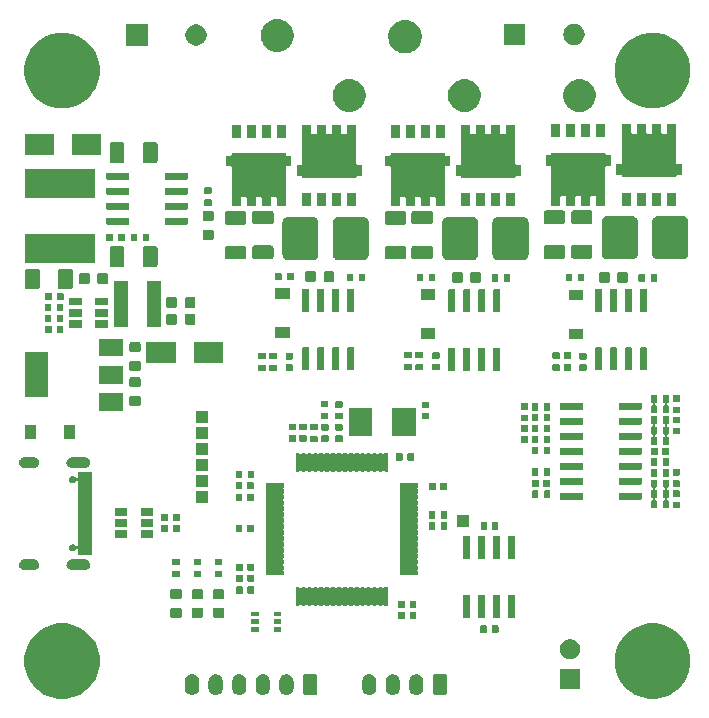
<source format=gbr>
%TF.GenerationSoftware,KiCad,Pcbnew,(5.1.6)-1*%
%TF.CreationDate,2022-01-16T14:30:20+08:00*%
%TF.ProjectId,simple_bldc,73696d70-6c65-45f6-926c-64632e6b6963,1*%
%TF.SameCoordinates,PX6979f40PYa1135a0*%
%TF.FileFunction,Soldermask,Top*%
%TF.FilePolarity,Negative*%
%FSLAX46Y46*%
G04 Gerber Fmt 4.6, Leading zero omitted, Abs format (unit mm)*
G04 Created by KiCad (PCBNEW (5.1.6)-1) date 2022-01-16 14:30:20*
%MOMM*%
%LPD*%
G01*
G04 APERTURE LIST*
%ADD10C,0.350000*%
G04 APERTURE END LIST*
D10*
G36*
X55933404Y8077026D02*
G01*
X56515767Y7835804D01*
X56515768Y7835803D01*
X57039881Y7485602D01*
X57485602Y7039881D01*
X57612476Y6850000D01*
X57835804Y6515767D01*
X58077026Y5933404D01*
X58200000Y5315174D01*
X58200000Y4684826D01*
X58077026Y4066596D01*
X57835804Y3484233D01*
X57719599Y3310321D01*
X57485602Y2960119D01*
X57039881Y2514398D01*
X56786381Y2345015D01*
X56515767Y2164196D01*
X55933404Y1922974D01*
X55315174Y1800000D01*
X54684826Y1800000D01*
X54066596Y1922974D01*
X53484233Y2164196D01*
X53213619Y2345015D01*
X52960119Y2514398D01*
X52514398Y2960119D01*
X52280401Y3310321D01*
X52164196Y3484233D01*
X51922974Y4066596D01*
X51800000Y4684826D01*
X51800000Y5315174D01*
X51922974Y5933404D01*
X52164196Y6515767D01*
X52387524Y6850000D01*
X52514398Y7039881D01*
X52960119Y7485602D01*
X53484232Y7835803D01*
X53484233Y7835804D01*
X54066596Y8077026D01*
X54684826Y8200000D01*
X55315174Y8200000D01*
X55933404Y8077026D01*
G37*
G36*
X5933404Y8077026D02*
G01*
X6515767Y7835804D01*
X6515768Y7835803D01*
X7039881Y7485602D01*
X7485602Y7039881D01*
X7612476Y6850000D01*
X7835804Y6515767D01*
X8077026Y5933404D01*
X8200000Y5315174D01*
X8200000Y4684826D01*
X8077026Y4066596D01*
X7835804Y3484233D01*
X7719599Y3310321D01*
X7485602Y2960119D01*
X7039881Y2514398D01*
X6786381Y2345015D01*
X6515767Y2164196D01*
X5933404Y1922974D01*
X5315174Y1800000D01*
X4684826Y1800000D01*
X4066596Y1922974D01*
X3484233Y2164196D01*
X3213619Y2345015D01*
X2960119Y2514398D01*
X2514398Y2960119D01*
X2280401Y3310321D01*
X2164196Y3484233D01*
X1922974Y4066596D01*
X1800000Y4684826D01*
X1800000Y5315174D01*
X1922974Y5933404D01*
X2164196Y6515767D01*
X2387524Y6850000D01*
X2514398Y7039881D01*
X2960119Y7485602D01*
X3484232Y7835803D01*
X3484233Y7835804D01*
X4066596Y8077026D01*
X4684826Y8200000D01*
X5315174Y8200000D01*
X5933404Y8077026D01*
G37*
G36*
X20117621Y3866318D02*
G01*
X20230721Y3832010D01*
X20334955Y3776296D01*
X20426317Y3701317D01*
X20501296Y3609955D01*
X20557010Y3505721D01*
X20591318Y3392621D01*
X20600000Y3304474D01*
X20600000Y2695526D01*
X20591318Y2607379D01*
X20557010Y2494279D01*
X20501296Y2390045D01*
X20426317Y2298683D01*
X20334954Y2223704D01*
X20230720Y2167990D01*
X20117620Y2133682D01*
X20000000Y2122097D01*
X19882379Y2133682D01*
X19769279Y2167990D01*
X19665045Y2223704D01*
X19573683Y2298683D01*
X19498704Y2390046D01*
X19442990Y2494280D01*
X19408682Y2607380D01*
X19400000Y2695527D01*
X19400000Y3304474D01*
X19408682Y3392621D01*
X19442990Y3505721D01*
X19498705Y3609955D01*
X19573684Y3701317D01*
X19665046Y3776296D01*
X19769280Y3832010D01*
X19882380Y3866318D01*
X20000000Y3877903D01*
X20117621Y3866318D01*
G37*
G36*
X22117621Y3866318D02*
G01*
X22230721Y3832010D01*
X22334955Y3776296D01*
X22426317Y3701317D01*
X22501296Y3609955D01*
X22557010Y3505721D01*
X22591318Y3392621D01*
X22600000Y3304474D01*
X22600000Y2695526D01*
X22591318Y2607379D01*
X22557010Y2494279D01*
X22501296Y2390045D01*
X22426317Y2298683D01*
X22334954Y2223704D01*
X22230720Y2167990D01*
X22117620Y2133682D01*
X22000000Y2122097D01*
X21882379Y2133682D01*
X21769279Y2167990D01*
X21665045Y2223704D01*
X21573683Y2298683D01*
X21498704Y2390046D01*
X21442990Y2494280D01*
X21408682Y2607380D01*
X21400000Y2695527D01*
X21400000Y3304474D01*
X21408682Y3392621D01*
X21442990Y3505721D01*
X21498705Y3609955D01*
X21573684Y3701317D01*
X21665046Y3776296D01*
X21769280Y3832010D01*
X21882380Y3866318D01*
X22000000Y3877903D01*
X22117621Y3866318D01*
G37*
G36*
X24117621Y3866318D02*
G01*
X24230721Y3832010D01*
X24334955Y3776296D01*
X24426317Y3701317D01*
X24501296Y3609955D01*
X24557010Y3505721D01*
X24591318Y3392621D01*
X24600000Y3304474D01*
X24600000Y2695526D01*
X24591318Y2607379D01*
X24557010Y2494279D01*
X24501296Y2390045D01*
X24426317Y2298683D01*
X24334954Y2223704D01*
X24230720Y2167990D01*
X24117620Y2133682D01*
X24000000Y2122097D01*
X23882379Y2133682D01*
X23769279Y2167990D01*
X23665045Y2223704D01*
X23573683Y2298683D01*
X23498704Y2390046D01*
X23442990Y2494280D01*
X23408682Y2607380D01*
X23400000Y2695527D01*
X23400000Y3304474D01*
X23408682Y3392621D01*
X23442990Y3505721D01*
X23498705Y3609955D01*
X23573684Y3701317D01*
X23665046Y3776296D01*
X23769280Y3832010D01*
X23882380Y3866318D01*
X24000000Y3877903D01*
X24117621Y3866318D01*
G37*
G36*
X35117621Y3866318D02*
G01*
X35230721Y3832010D01*
X35334955Y3776296D01*
X35426317Y3701317D01*
X35501296Y3609955D01*
X35557010Y3505721D01*
X35591318Y3392621D01*
X35600000Y3304474D01*
X35600000Y2695526D01*
X35591318Y2607379D01*
X35557010Y2494279D01*
X35501296Y2390045D01*
X35426317Y2298683D01*
X35334954Y2223704D01*
X35230720Y2167990D01*
X35117620Y2133682D01*
X35000000Y2122097D01*
X34882379Y2133682D01*
X34769279Y2167990D01*
X34665045Y2223704D01*
X34573683Y2298683D01*
X34498704Y2390046D01*
X34442990Y2494280D01*
X34408682Y2607380D01*
X34400000Y2695527D01*
X34400000Y3304474D01*
X34408682Y3392621D01*
X34442990Y3505721D01*
X34498705Y3609955D01*
X34573684Y3701317D01*
X34665046Y3776296D01*
X34769280Y3832010D01*
X34882380Y3866318D01*
X35000000Y3877903D01*
X35117621Y3866318D01*
G37*
G36*
X33117621Y3866318D02*
G01*
X33230721Y3832010D01*
X33334955Y3776296D01*
X33426317Y3701317D01*
X33501296Y3609955D01*
X33557010Y3505721D01*
X33591318Y3392621D01*
X33600000Y3304474D01*
X33600000Y2695526D01*
X33591318Y2607379D01*
X33557010Y2494279D01*
X33501296Y2390045D01*
X33426317Y2298683D01*
X33334954Y2223704D01*
X33230720Y2167990D01*
X33117620Y2133682D01*
X33000000Y2122097D01*
X32882379Y2133682D01*
X32769279Y2167990D01*
X32665045Y2223704D01*
X32573683Y2298683D01*
X32498704Y2390046D01*
X32442990Y2494280D01*
X32408682Y2607380D01*
X32400000Y2695527D01*
X32400000Y3304474D01*
X32408682Y3392621D01*
X32442990Y3505721D01*
X32498705Y3609955D01*
X32573684Y3701317D01*
X32665046Y3776296D01*
X32769280Y3832010D01*
X32882380Y3866318D01*
X33000000Y3877903D01*
X33117621Y3866318D01*
G37*
G36*
X16117621Y3866318D02*
G01*
X16230721Y3832010D01*
X16334955Y3776296D01*
X16426317Y3701317D01*
X16501296Y3609955D01*
X16557010Y3505721D01*
X16591318Y3392621D01*
X16600000Y3304474D01*
X16600000Y2695526D01*
X16591318Y2607379D01*
X16557010Y2494279D01*
X16501296Y2390045D01*
X16426317Y2298683D01*
X16334954Y2223704D01*
X16230720Y2167990D01*
X16117620Y2133682D01*
X16000000Y2122097D01*
X15882379Y2133682D01*
X15769279Y2167990D01*
X15665045Y2223704D01*
X15573683Y2298683D01*
X15498704Y2390046D01*
X15442990Y2494280D01*
X15408682Y2607380D01*
X15400000Y2695527D01*
X15400000Y3304474D01*
X15408682Y3392621D01*
X15442990Y3505721D01*
X15498705Y3609955D01*
X15573684Y3701317D01*
X15665046Y3776296D01*
X15769280Y3832010D01*
X15882380Y3866318D01*
X16000000Y3877903D01*
X16117621Y3866318D01*
G37*
G36*
X18117621Y3866318D02*
G01*
X18230721Y3832010D01*
X18334955Y3776296D01*
X18426317Y3701317D01*
X18501296Y3609955D01*
X18557010Y3505721D01*
X18591318Y3392621D01*
X18600000Y3304474D01*
X18600000Y2695526D01*
X18591318Y2607379D01*
X18557010Y2494279D01*
X18501296Y2390045D01*
X18426317Y2298683D01*
X18334954Y2223704D01*
X18230720Y2167990D01*
X18117620Y2133682D01*
X18000000Y2122097D01*
X17882379Y2133682D01*
X17769279Y2167990D01*
X17665045Y2223704D01*
X17573683Y2298683D01*
X17498704Y2390046D01*
X17442990Y2494280D01*
X17408682Y2607380D01*
X17400000Y2695527D01*
X17400000Y3304474D01*
X17408682Y3392621D01*
X17442990Y3505721D01*
X17498705Y3609955D01*
X17573684Y3701317D01*
X17665046Y3776296D01*
X17769280Y3832010D01*
X17882380Y3866318D01*
X18000000Y3877903D01*
X18117621Y3866318D01*
G37*
G36*
X31117621Y3866318D02*
G01*
X31230721Y3832010D01*
X31334955Y3776296D01*
X31426317Y3701317D01*
X31501296Y3609955D01*
X31557010Y3505721D01*
X31591318Y3392621D01*
X31600000Y3304474D01*
X31600000Y2695526D01*
X31591318Y2607379D01*
X31557010Y2494279D01*
X31501296Y2390045D01*
X31426317Y2298683D01*
X31334954Y2223704D01*
X31230720Y2167990D01*
X31117620Y2133682D01*
X31000000Y2122097D01*
X30882379Y2133682D01*
X30769279Y2167990D01*
X30665045Y2223704D01*
X30573683Y2298683D01*
X30498704Y2390046D01*
X30442990Y2494280D01*
X30408682Y2607380D01*
X30400000Y2695527D01*
X30400000Y3304474D01*
X30408682Y3392621D01*
X30442990Y3505721D01*
X30498705Y3609955D01*
X30573684Y3701317D01*
X30665046Y3776296D01*
X30769280Y3832010D01*
X30882380Y3866318D01*
X31000000Y3877903D01*
X31117621Y3866318D01*
G37*
G36*
X26457346Y3871005D02*
G01*
X26490451Y3860962D01*
X26520964Y3844653D01*
X26547706Y3822706D01*
X26569653Y3795964D01*
X26585962Y3765451D01*
X26596005Y3732346D01*
X26600000Y3691780D01*
X26600000Y2308220D01*
X26596005Y2267654D01*
X26585962Y2234549D01*
X26569653Y2204036D01*
X26547706Y2177294D01*
X26520964Y2155347D01*
X26490451Y2139038D01*
X26457346Y2128995D01*
X26416780Y2125000D01*
X25583220Y2125000D01*
X25542654Y2128995D01*
X25509549Y2139038D01*
X25479036Y2155347D01*
X25452294Y2177294D01*
X25430347Y2204036D01*
X25414038Y2234549D01*
X25403995Y2267654D01*
X25400000Y2308220D01*
X25400000Y3691780D01*
X25403995Y3732346D01*
X25414038Y3765451D01*
X25430347Y3795964D01*
X25452294Y3822706D01*
X25479036Y3844653D01*
X25509549Y3860962D01*
X25542654Y3871005D01*
X25583220Y3875000D01*
X26416780Y3875000D01*
X26457346Y3871005D01*
G37*
G36*
X37457345Y3871005D02*
G01*
X37490451Y3860962D01*
X37520964Y3844653D01*
X37547706Y3822706D01*
X37569653Y3795964D01*
X37585962Y3765451D01*
X37596005Y3732345D01*
X37600000Y3691779D01*
X37600000Y2308221D01*
X37596005Y2267655D01*
X37585962Y2234549D01*
X37569653Y2204036D01*
X37547706Y2177294D01*
X37520964Y2155347D01*
X37490451Y2139038D01*
X37457345Y2128995D01*
X37416779Y2125000D01*
X36583221Y2125000D01*
X36542655Y2128995D01*
X36509549Y2139038D01*
X36479036Y2155347D01*
X36452294Y2177294D01*
X36430347Y2204036D01*
X36414038Y2234549D01*
X36403995Y2267655D01*
X36400000Y2308221D01*
X36400000Y3691779D01*
X36403995Y3732345D01*
X36414038Y3765451D01*
X36430347Y3795964D01*
X36452294Y3822706D01*
X36479036Y3844653D01*
X36509549Y3860962D01*
X36542655Y3871005D01*
X36583221Y3875000D01*
X37416779Y3875000D01*
X37457345Y3871005D01*
G37*
G36*
X48850000Y2610000D02*
G01*
X47150000Y2610000D01*
X47150000Y4310000D01*
X48850000Y4310000D01*
X48850000Y2610000D01*
G37*
G36*
X48247935Y6817336D02*
G01*
X48402624Y6753261D01*
X48402626Y6753260D01*
X48541844Y6660238D01*
X48660238Y6541844D01*
X48753260Y6402626D01*
X48753261Y6402624D01*
X48817336Y6247935D01*
X48850000Y6083719D01*
X48850000Y5916281D01*
X48817336Y5752065D01*
X48753261Y5597376D01*
X48753260Y5597374D01*
X48660238Y5458156D01*
X48541844Y5339762D01*
X48402626Y5246740D01*
X48402625Y5246739D01*
X48402624Y5246739D01*
X48247935Y5182664D01*
X48083719Y5150000D01*
X47916281Y5150000D01*
X47752065Y5182664D01*
X47597376Y5246739D01*
X47597375Y5246739D01*
X47597374Y5246740D01*
X47458156Y5339762D01*
X47339762Y5458156D01*
X47246740Y5597374D01*
X47246739Y5597376D01*
X47182664Y5752065D01*
X47150000Y5916281D01*
X47150000Y6083719D01*
X47182664Y6247935D01*
X47246739Y6402624D01*
X47246740Y6402626D01*
X47339762Y6541844D01*
X47458156Y6660238D01*
X47597374Y6753260D01*
X47597376Y6753261D01*
X47752065Y6817336D01*
X47916281Y6850000D01*
X48083719Y6850000D01*
X48247935Y6817336D01*
G37*
G36*
X40916463Y8008274D02*
G01*
X40932299Y8003470D01*
X40946886Y7995673D01*
X40959677Y7985177D01*
X40970173Y7972386D01*
X40977970Y7957799D01*
X40982774Y7941963D01*
X40985000Y7919360D01*
X40985000Y7461640D01*
X40982774Y7439037D01*
X40977970Y7423201D01*
X40970173Y7408614D01*
X40959677Y7395823D01*
X40946886Y7385327D01*
X40932299Y7377530D01*
X40916463Y7372726D01*
X40893860Y7370500D01*
X40486140Y7370500D01*
X40463537Y7372726D01*
X40447701Y7377530D01*
X40433114Y7385327D01*
X40420323Y7395823D01*
X40409827Y7408614D01*
X40402030Y7423201D01*
X40397226Y7439037D01*
X40395000Y7461640D01*
X40395000Y7919360D01*
X40397226Y7941963D01*
X40402030Y7957799D01*
X40409827Y7972386D01*
X40420323Y7985177D01*
X40433114Y7995673D01*
X40447701Y8003470D01*
X40463537Y8008274D01*
X40486140Y8010500D01*
X40893860Y8010500D01*
X40916463Y8008274D01*
G37*
G36*
X41886463Y8008274D02*
G01*
X41902299Y8003470D01*
X41916886Y7995673D01*
X41929677Y7985177D01*
X41940173Y7972386D01*
X41947970Y7957799D01*
X41952774Y7941963D01*
X41955000Y7919360D01*
X41955000Y7461640D01*
X41952774Y7439037D01*
X41947970Y7423201D01*
X41940173Y7408614D01*
X41929677Y7395823D01*
X41916886Y7385327D01*
X41902299Y7377530D01*
X41886463Y7372726D01*
X41863860Y7370500D01*
X41456140Y7370500D01*
X41433537Y7372726D01*
X41417701Y7377530D01*
X41403114Y7385327D01*
X41390323Y7395823D01*
X41379827Y7408614D01*
X41372030Y7423201D01*
X41367226Y7439037D01*
X41365000Y7461640D01*
X41365000Y7919360D01*
X41367226Y7941963D01*
X41372030Y7957799D01*
X41379827Y7972386D01*
X41390323Y7985177D01*
X41403114Y7995673D01*
X41417701Y8003470D01*
X41433537Y8008274D01*
X41456140Y8010500D01*
X41863860Y8010500D01*
X41886463Y8008274D01*
G37*
G36*
X23576200Y7481200D02*
G01*
X22926200Y7481200D01*
X22926200Y7881200D01*
X23576200Y7881200D01*
X23576200Y7481200D01*
G37*
G36*
X21676200Y7481200D02*
G01*
X21026200Y7481200D01*
X21026200Y7881200D01*
X21676200Y7881200D01*
X21676200Y7481200D01*
G37*
G36*
X21676200Y8131200D02*
G01*
X21026200Y8131200D01*
X21026200Y8531200D01*
X21676200Y8531200D01*
X21676200Y8131200D01*
G37*
G36*
X23576200Y8131200D02*
G01*
X22926200Y8131200D01*
X22926200Y8531200D01*
X23576200Y8531200D01*
X23576200Y8131200D01*
G37*
G36*
X33976700Y9172518D02*
G01*
X33991127Y9168142D01*
X34004418Y9161038D01*
X34016072Y9151472D01*
X34025638Y9139818D01*
X34032742Y9126527D01*
X34037118Y9112100D01*
X34039200Y9090960D01*
X34039200Y8638240D01*
X34037118Y8617100D01*
X34032742Y8602673D01*
X34025638Y8589382D01*
X34016072Y8577728D01*
X34004418Y8568162D01*
X33991127Y8561058D01*
X33976700Y8556682D01*
X33955560Y8554600D01*
X33562840Y8554600D01*
X33541700Y8556682D01*
X33527273Y8561058D01*
X33513982Y8568162D01*
X33502328Y8577728D01*
X33492762Y8589382D01*
X33485658Y8602673D01*
X33481282Y8617100D01*
X33479200Y8638240D01*
X33479200Y9090960D01*
X33481282Y9112100D01*
X33485658Y9126527D01*
X33492762Y9139818D01*
X33502328Y9151472D01*
X33513982Y9161038D01*
X33527273Y9168142D01*
X33541700Y9172518D01*
X33562840Y9174600D01*
X33955560Y9174600D01*
X33976700Y9172518D01*
G37*
G36*
X34936700Y9172518D02*
G01*
X34951127Y9168142D01*
X34964418Y9161038D01*
X34976072Y9151472D01*
X34985638Y9139818D01*
X34992742Y9126527D01*
X34997118Y9112100D01*
X34999200Y9090960D01*
X34999200Y8638240D01*
X34997118Y8617100D01*
X34992742Y8602673D01*
X34985638Y8589382D01*
X34976072Y8577728D01*
X34964418Y8568162D01*
X34951127Y8561058D01*
X34936700Y8556682D01*
X34915560Y8554600D01*
X34522840Y8554600D01*
X34501700Y8556682D01*
X34487273Y8561058D01*
X34473982Y8568162D01*
X34462328Y8577728D01*
X34452762Y8589382D01*
X34445658Y8602673D01*
X34441282Y8617100D01*
X34439200Y8638240D01*
X34439200Y9090960D01*
X34441282Y9112100D01*
X34445658Y9126527D01*
X34452762Y9139818D01*
X34462328Y9151472D01*
X34473982Y9161038D01*
X34487273Y9168142D01*
X34501700Y9172518D01*
X34522840Y9174600D01*
X34915560Y9174600D01*
X34936700Y9172518D01*
G37*
G36*
X16808116Y9522105D02*
G01*
X16837311Y9513248D01*
X16864223Y9498863D01*
X16887808Y9479508D01*
X16907163Y9455923D01*
X16921548Y9429011D01*
X16930405Y9399816D01*
X16934000Y9363310D01*
X16934000Y8813090D01*
X16930405Y8776584D01*
X16921548Y8747389D01*
X16907163Y8720477D01*
X16887808Y8696892D01*
X16864223Y8677537D01*
X16837311Y8663152D01*
X16808116Y8654295D01*
X16771610Y8650700D01*
X16146390Y8650700D01*
X16109884Y8654295D01*
X16080689Y8663152D01*
X16053777Y8677537D01*
X16030192Y8696892D01*
X16010837Y8720477D01*
X15996452Y8747389D01*
X15987595Y8776584D01*
X15984000Y8813090D01*
X15984000Y9363310D01*
X15987595Y9399816D01*
X15996452Y9429011D01*
X16010837Y9455923D01*
X16030192Y9479508D01*
X16053777Y9498863D01*
X16080689Y9513248D01*
X16109884Y9522105D01*
X16146390Y9525700D01*
X16771610Y9525700D01*
X16808116Y9522105D01*
G37*
G36*
X18604717Y9522105D02*
G01*
X18633912Y9513248D01*
X18660824Y9498863D01*
X18684409Y9479508D01*
X18703764Y9455923D01*
X18718149Y9429011D01*
X18727006Y9399816D01*
X18730601Y9363310D01*
X18730601Y8813090D01*
X18727006Y8776584D01*
X18718149Y8747389D01*
X18703764Y8720477D01*
X18684409Y8696892D01*
X18660824Y8677537D01*
X18633912Y8663152D01*
X18604717Y8654295D01*
X18568211Y8650700D01*
X17942991Y8650700D01*
X17906485Y8654295D01*
X17877290Y8663152D01*
X17850378Y8677537D01*
X17826793Y8696892D01*
X17807438Y8720477D01*
X17793053Y8747389D01*
X17784196Y8776584D01*
X17780601Y8813090D01*
X17780601Y9363310D01*
X17784196Y9399816D01*
X17793053Y9429011D01*
X17807438Y9455923D01*
X17826793Y9479508D01*
X17850378Y9498863D01*
X17877290Y9513248D01*
X17906485Y9522105D01*
X17942991Y9525700D01*
X18568211Y9525700D01*
X18604717Y9522105D01*
G37*
G36*
X15001316Y9522105D02*
G01*
X15030511Y9513248D01*
X15057423Y9498863D01*
X15081008Y9479508D01*
X15100363Y9455923D01*
X15114748Y9429011D01*
X15123605Y9399816D01*
X15127200Y9363310D01*
X15127200Y8813090D01*
X15123605Y8776584D01*
X15114748Y8747389D01*
X15100363Y8720477D01*
X15081008Y8696892D01*
X15057423Y8677537D01*
X15030511Y8663152D01*
X15001316Y8654295D01*
X14964810Y8650700D01*
X14339590Y8650700D01*
X14303084Y8654295D01*
X14273889Y8663152D01*
X14246977Y8677537D01*
X14223392Y8696892D01*
X14204037Y8720477D01*
X14189652Y8747389D01*
X14180795Y8776584D01*
X14177200Y8813090D01*
X14177200Y9363310D01*
X14180795Y9399816D01*
X14189652Y9429011D01*
X14204037Y9455923D01*
X14223392Y9479508D01*
X14246977Y9498863D01*
X14273889Y9513248D01*
X14303084Y9522105D01*
X14339590Y9525700D01*
X14964810Y9525700D01*
X15001316Y9522105D01*
G37*
G36*
X39474453Y10625626D02*
G01*
X39490753Y10620681D01*
X39505775Y10612651D01*
X39518944Y10601844D01*
X39529751Y10588675D01*
X39537781Y10573653D01*
X39542726Y10557353D01*
X39545000Y10534260D01*
X39545000Y8771540D01*
X39542726Y8748447D01*
X39537781Y8732147D01*
X39529751Y8717125D01*
X39518944Y8703956D01*
X39505775Y8693149D01*
X39490753Y8685119D01*
X39474453Y8680174D01*
X39451360Y8677900D01*
X39038640Y8677900D01*
X39015547Y8680174D01*
X38999247Y8685119D01*
X38984225Y8693149D01*
X38971056Y8703956D01*
X38960249Y8717125D01*
X38952219Y8732147D01*
X38947274Y8748447D01*
X38945000Y8771540D01*
X38945000Y10534260D01*
X38947274Y10557353D01*
X38952219Y10573653D01*
X38960249Y10588675D01*
X38971056Y10601844D01*
X38984225Y10612651D01*
X38999247Y10620681D01*
X39015547Y10625626D01*
X39038640Y10627900D01*
X39451360Y10627900D01*
X39474453Y10625626D01*
G37*
G36*
X40744453Y10625626D02*
G01*
X40760753Y10620681D01*
X40775775Y10612651D01*
X40788944Y10601844D01*
X40799751Y10588675D01*
X40807781Y10573653D01*
X40812726Y10557353D01*
X40815000Y10534260D01*
X40815000Y8771540D01*
X40812726Y8748447D01*
X40807781Y8732147D01*
X40799751Y8717125D01*
X40788944Y8703956D01*
X40775775Y8693149D01*
X40760753Y8685119D01*
X40744453Y8680174D01*
X40721360Y8677900D01*
X40308640Y8677900D01*
X40285547Y8680174D01*
X40269247Y8685119D01*
X40254225Y8693149D01*
X40241056Y8703956D01*
X40230249Y8717125D01*
X40222219Y8732147D01*
X40217274Y8748447D01*
X40215000Y8771540D01*
X40215000Y10534260D01*
X40217274Y10557353D01*
X40222219Y10573653D01*
X40230249Y10588675D01*
X40241056Y10601844D01*
X40254225Y10612651D01*
X40269247Y10620681D01*
X40285547Y10625626D01*
X40308640Y10627900D01*
X40721360Y10627900D01*
X40744453Y10625626D01*
G37*
G36*
X42014453Y10625626D02*
G01*
X42030753Y10620681D01*
X42045775Y10612651D01*
X42058944Y10601844D01*
X42069751Y10588675D01*
X42077781Y10573653D01*
X42082726Y10557353D01*
X42085000Y10534260D01*
X42085000Y8771540D01*
X42082726Y8748447D01*
X42077781Y8732147D01*
X42069751Y8717125D01*
X42058944Y8703956D01*
X42045775Y8693149D01*
X42030753Y8685119D01*
X42014453Y8680174D01*
X41991360Y8677900D01*
X41578640Y8677900D01*
X41555547Y8680174D01*
X41539247Y8685119D01*
X41524225Y8693149D01*
X41511056Y8703956D01*
X41500249Y8717125D01*
X41492219Y8732147D01*
X41487274Y8748447D01*
X41485000Y8771540D01*
X41485000Y10534260D01*
X41487274Y10557353D01*
X41492219Y10573653D01*
X41500249Y10588675D01*
X41511056Y10601844D01*
X41524225Y10612651D01*
X41539247Y10620681D01*
X41555547Y10625626D01*
X41578640Y10627900D01*
X41991360Y10627900D01*
X42014453Y10625626D01*
G37*
G36*
X43284453Y10625626D02*
G01*
X43300753Y10620681D01*
X43315775Y10612651D01*
X43328944Y10601844D01*
X43339751Y10588675D01*
X43347781Y10573653D01*
X43352726Y10557353D01*
X43355000Y10534260D01*
X43355000Y8771540D01*
X43352726Y8748447D01*
X43347781Y8732147D01*
X43339751Y8717125D01*
X43328944Y8703956D01*
X43315775Y8693149D01*
X43300753Y8685119D01*
X43284453Y8680174D01*
X43261360Y8677900D01*
X42848640Y8677900D01*
X42825547Y8680174D01*
X42809247Y8685119D01*
X42794225Y8693149D01*
X42781056Y8703956D01*
X42770249Y8717125D01*
X42762219Y8732147D01*
X42757274Y8748447D01*
X42755000Y8771540D01*
X42755000Y10534260D01*
X42757274Y10557353D01*
X42762219Y10573653D01*
X42770249Y10588675D01*
X42781056Y10601844D01*
X42794225Y10612651D01*
X42809247Y10620681D01*
X42825547Y10625626D01*
X42848640Y10627900D01*
X43261360Y10627900D01*
X43284453Y10625626D01*
G37*
G36*
X23576200Y8781200D02*
G01*
X22926200Y8781200D01*
X22926200Y9181200D01*
X23576200Y9181200D01*
X23576200Y8781200D01*
G37*
G36*
X21676200Y8781200D02*
G01*
X21026200Y8781200D01*
X21026200Y9181200D01*
X21676200Y9181200D01*
X21676200Y8781200D01*
G37*
G36*
X34936700Y10112318D02*
G01*
X34951127Y10107942D01*
X34964418Y10100838D01*
X34976072Y10091272D01*
X34985638Y10079618D01*
X34992742Y10066327D01*
X34997118Y10051900D01*
X34999200Y10030760D01*
X34999200Y9578040D01*
X34997118Y9556900D01*
X34992742Y9542473D01*
X34985638Y9529182D01*
X34976072Y9517528D01*
X34964418Y9507962D01*
X34951127Y9500858D01*
X34936700Y9496482D01*
X34915560Y9494400D01*
X34522840Y9494400D01*
X34501700Y9496482D01*
X34487273Y9500858D01*
X34473982Y9507962D01*
X34462328Y9517528D01*
X34452762Y9529182D01*
X34445658Y9542473D01*
X34441282Y9556900D01*
X34439200Y9578040D01*
X34439200Y10030760D01*
X34441282Y10051900D01*
X34445658Y10066327D01*
X34452762Y10079618D01*
X34462328Y10091272D01*
X34473982Y10100838D01*
X34487273Y10107942D01*
X34501700Y10112318D01*
X34522840Y10114400D01*
X34915560Y10114400D01*
X34936700Y10112318D01*
G37*
G36*
X33976700Y10112318D02*
G01*
X33991127Y10107942D01*
X34004418Y10100838D01*
X34016072Y10091272D01*
X34025638Y10079618D01*
X34032742Y10066327D01*
X34037118Y10051900D01*
X34039200Y10030760D01*
X34039200Y9578040D01*
X34037118Y9556900D01*
X34032742Y9542473D01*
X34025638Y9529182D01*
X34016072Y9517528D01*
X34004418Y9507962D01*
X33991127Y9500858D01*
X33976700Y9496482D01*
X33955560Y9494400D01*
X33562840Y9494400D01*
X33541700Y9496482D01*
X33527273Y9500858D01*
X33513982Y9507962D01*
X33502328Y9517528D01*
X33492762Y9529182D01*
X33485658Y9542473D01*
X33481282Y9556900D01*
X33479200Y9578040D01*
X33479200Y10030760D01*
X33481282Y10051900D01*
X33485658Y10066327D01*
X33492762Y10079618D01*
X33502328Y10091272D01*
X33513982Y10100838D01*
X33527273Y10107942D01*
X33541700Y10112318D01*
X33562840Y10114400D01*
X33955560Y10114400D01*
X33976700Y10112318D01*
G37*
G36*
X25087781Y11244680D02*
G01*
X25090009Y11244004D01*
X25092064Y11242905D01*
X25093866Y11241426D01*
X25101333Y11232328D01*
X25118661Y11215002D01*
X25139035Y11201388D01*
X25161674Y11192011D01*
X25185707Y11187231D01*
X25210211Y11187231D01*
X25234245Y11192012D01*
X25256883Y11201389D01*
X25277258Y11215003D01*
X25294583Y11232328D01*
X25302050Y11241426D01*
X25303852Y11242905D01*
X25305907Y11244004D01*
X25308135Y11244680D01*
X25316598Y11245513D01*
X25579318Y11245513D01*
X25587781Y11244680D01*
X25590009Y11244004D01*
X25592064Y11242905D01*
X25593866Y11241426D01*
X25601333Y11232328D01*
X25618661Y11215002D01*
X25639035Y11201388D01*
X25661674Y11192011D01*
X25685707Y11187231D01*
X25710211Y11187231D01*
X25734245Y11192012D01*
X25756883Y11201389D01*
X25777258Y11215003D01*
X25794583Y11232328D01*
X25802050Y11241426D01*
X25803852Y11242905D01*
X25805907Y11244004D01*
X25808135Y11244680D01*
X25816598Y11245513D01*
X26079318Y11245513D01*
X26087781Y11244680D01*
X26090009Y11244004D01*
X26092064Y11242905D01*
X26093866Y11241426D01*
X26101333Y11232328D01*
X26118661Y11215002D01*
X26139035Y11201388D01*
X26161674Y11192011D01*
X26185707Y11187231D01*
X26210211Y11187231D01*
X26234245Y11192012D01*
X26256883Y11201389D01*
X26277258Y11215003D01*
X26294583Y11232328D01*
X26302050Y11241426D01*
X26303852Y11242905D01*
X26305907Y11244004D01*
X26308135Y11244680D01*
X26316598Y11245513D01*
X26579318Y11245513D01*
X26587781Y11244680D01*
X26590009Y11244004D01*
X26592064Y11242905D01*
X26593866Y11241426D01*
X26601333Y11232328D01*
X26618661Y11215002D01*
X26639035Y11201388D01*
X26661674Y11192011D01*
X26685707Y11187231D01*
X26710211Y11187231D01*
X26734245Y11192012D01*
X26756883Y11201389D01*
X26777258Y11215003D01*
X26794583Y11232328D01*
X26802050Y11241426D01*
X26803852Y11242905D01*
X26805907Y11244004D01*
X26808135Y11244680D01*
X26816598Y11245513D01*
X27079318Y11245513D01*
X27087781Y11244680D01*
X27090009Y11244004D01*
X27092064Y11242905D01*
X27093866Y11241426D01*
X27101333Y11232328D01*
X27118661Y11215002D01*
X27139035Y11201388D01*
X27161674Y11192011D01*
X27185707Y11187231D01*
X27210211Y11187231D01*
X27234245Y11192012D01*
X27256883Y11201389D01*
X27277258Y11215003D01*
X27294583Y11232328D01*
X27302050Y11241426D01*
X27303852Y11242905D01*
X27305907Y11244004D01*
X27308135Y11244680D01*
X27316598Y11245513D01*
X27579318Y11245513D01*
X27587781Y11244680D01*
X27590009Y11244004D01*
X27592064Y11242905D01*
X27593866Y11241426D01*
X27601333Y11232328D01*
X27618661Y11215002D01*
X27639035Y11201388D01*
X27661674Y11192011D01*
X27685707Y11187231D01*
X27710211Y11187231D01*
X27734245Y11192012D01*
X27756883Y11201389D01*
X27777258Y11215003D01*
X27794583Y11232328D01*
X27802050Y11241426D01*
X27803852Y11242905D01*
X27805907Y11244004D01*
X27808135Y11244680D01*
X27816598Y11245513D01*
X28079318Y11245513D01*
X28087781Y11244680D01*
X28090009Y11244004D01*
X28092064Y11242905D01*
X28093866Y11241426D01*
X28101333Y11232328D01*
X28118661Y11215002D01*
X28139035Y11201388D01*
X28161674Y11192011D01*
X28185707Y11187231D01*
X28210211Y11187231D01*
X28234245Y11192012D01*
X28256883Y11201389D01*
X28277258Y11215003D01*
X28294583Y11232328D01*
X28302050Y11241426D01*
X28303852Y11242905D01*
X28305907Y11244004D01*
X28308135Y11244680D01*
X28316598Y11245513D01*
X28579318Y11245513D01*
X28587781Y11244680D01*
X28590009Y11244004D01*
X28592064Y11242905D01*
X28593866Y11241426D01*
X28601333Y11232328D01*
X28618661Y11215002D01*
X28639035Y11201388D01*
X28661674Y11192011D01*
X28685707Y11187231D01*
X28710211Y11187231D01*
X28734245Y11192012D01*
X28756883Y11201389D01*
X28777258Y11215003D01*
X28794583Y11232328D01*
X28802050Y11241426D01*
X28803852Y11242905D01*
X28805907Y11244004D01*
X28808135Y11244680D01*
X28816598Y11245513D01*
X29079318Y11245513D01*
X29087781Y11244680D01*
X29090009Y11244004D01*
X29092064Y11242905D01*
X29093866Y11241426D01*
X29101333Y11232328D01*
X29118661Y11215002D01*
X29139035Y11201388D01*
X29161674Y11192011D01*
X29185707Y11187231D01*
X29210211Y11187231D01*
X29234245Y11192012D01*
X29256883Y11201389D01*
X29277258Y11215003D01*
X29294583Y11232328D01*
X29302050Y11241426D01*
X29303852Y11242905D01*
X29305907Y11244004D01*
X29308135Y11244680D01*
X29316598Y11245513D01*
X29579318Y11245513D01*
X29587781Y11244680D01*
X29590009Y11244004D01*
X29592064Y11242905D01*
X29593866Y11241426D01*
X29601333Y11232328D01*
X29618661Y11215002D01*
X29639035Y11201388D01*
X29661674Y11192011D01*
X29685707Y11187231D01*
X29710211Y11187231D01*
X29734245Y11192012D01*
X29756883Y11201389D01*
X29777258Y11215003D01*
X29794583Y11232328D01*
X29802050Y11241426D01*
X29803852Y11242905D01*
X29805907Y11244004D01*
X29808135Y11244680D01*
X29816598Y11245513D01*
X30079318Y11245513D01*
X30087781Y11244680D01*
X30090009Y11244004D01*
X30092064Y11242905D01*
X30093866Y11241426D01*
X30101333Y11232328D01*
X30118661Y11215002D01*
X30139035Y11201388D01*
X30161674Y11192011D01*
X30185707Y11187231D01*
X30210211Y11187231D01*
X30234245Y11192012D01*
X30256883Y11201389D01*
X30277258Y11215003D01*
X30294583Y11232328D01*
X30302050Y11241426D01*
X30303852Y11242905D01*
X30305907Y11244004D01*
X30308135Y11244680D01*
X30316598Y11245513D01*
X30579318Y11245513D01*
X30587781Y11244680D01*
X30590009Y11244004D01*
X30592064Y11242905D01*
X30593866Y11241426D01*
X30601333Y11232328D01*
X30618661Y11215002D01*
X30639035Y11201388D01*
X30661674Y11192011D01*
X30685707Y11187231D01*
X30710211Y11187231D01*
X30734245Y11192012D01*
X30756883Y11201389D01*
X30777258Y11215003D01*
X30794583Y11232328D01*
X30802050Y11241426D01*
X30803852Y11242905D01*
X30805907Y11244004D01*
X30808135Y11244680D01*
X30816598Y11245513D01*
X31079318Y11245513D01*
X31087781Y11244680D01*
X31090009Y11244004D01*
X31092064Y11242905D01*
X31093866Y11241426D01*
X31101333Y11232328D01*
X31118661Y11215002D01*
X31139035Y11201388D01*
X31161674Y11192011D01*
X31185707Y11187231D01*
X31210211Y11187231D01*
X31234245Y11192012D01*
X31256883Y11201389D01*
X31277258Y11215003D01*
X31294583Y11232328D01*
X31302050Y11241426D01*
X31303852Y11242905D01*
X31305907Y11244004D01*
X31308135Y11244680D01*
X31316598Y11245513D01*
X31579318Y11245513D01*
X31587781Y11244680D01*
X31590009Y11244004D01*
X31592064Y11242905D01*
X31593866Y11241426D01*
X31601333Y11232328D01*
X31618661Y11215002D01*
X31639035Y11201388D01*
X31661674Y11192011D01*
X31685707Y11187231D01*
X31710211Y11187231D01*
X31734245Y11192012D01*
X31756883Y11201389D01*
X31777258Y11215003D01*
X31794583Y11232328D01*
X31802050Y11241426D01*
X31803852Y11242905D01*
X31805907Y11244004D01*
X31808135Y11244680D01*
X31816598Y11245513D01*
X32079318Y11245513D01*
X32087781Y11244680D01*
X32090009Y11244004D01*
X32092064Y11242905D01*
X32093866Y11241426D01*
X32101333Y11232328D01*
X32118661Y11215002D01*
X32139035Y11201388D01*
X32161674Y11192011D01*
X32185707Y11187231D01*
X32210211Y11187231D01*
X32234245Y11192012D01*
X32256883Y11201389D01*
X32277258Y11215003D01*
X32294583Y11232328D01*
X32302050Y11241426D01*
X32303852Y11242905D01*
X32305907Y11244004D01*
X32308135Y11244680D01*
X32316598Y11245513D01*
X32579318Y11245513D01*
X32587781Y11244680D01*
X32590009Y11244004D01*
X32592064Y11242905D01*
X32593869Y11241424D01*
X32595350Y11239619D01*
X32596449Y11237564D01*
X32597125Y11235336D01*
X32597958Y11226873D01*
X32597958Y9714153D01*
X32597125Y9705690D01*
X32596449Y9703462D01*
X32595350Y9701407D01*
X32593869Y9699602D01*
X32592064Y9698121D01*
X32590009Y9697022D01*
X32587781Y9696346D01*
X32579318Y9695513D01*
X32316598Y9695513D01*
X32308135Y9696346D01*
X32305907Y9697022D01*
X32303852Y9698121D01*
X32302050Y9699600D01*
X32294583Y9708698D01*
X32277255Y9726024D01*
X32256881Y9739638D01*
X32234242Y9749015D01*
X32210209Y9753795D01*
X32185705Y9753795D01*
X32161671Y9749014D01*
X32139033Y9739637D01*
X32118658Y9726023D01*
X32101333Y9708698D01*
X32093866Y9699600D01*
X32092064Y9698121D01*
X32090009Y9697022D01*
X32087781Y9696346D01*
X32079318Y9695513D01*
X31816598Y9695513D01*
X31808135Y9696346D01*
X31805907Y9697022D01*
X31803852Y9698121D01*
X31802050Y9699600D01*
X31794583Y9708698D01*
X31777255Y9726024D01*
X31756881Y9739638D01*
X31734242Y9749015D01*
X31710209Y9753795D01*
X31685705Y9753795D01*
X31661671Y9749014D01*
X31639033Y9739637D01*
X31618658Y9726023D01*
X31601333Y9708698D01*
X31593866Y9699600D01*
X31592064Y9698121D01*
X31590009Y9697022D01*
X31587781Y9696346D01*
X31579318Y9695513D01*
X31316598Y9695513D01*
X31308135Y9696346D01*
X31305907Y9697022D01*
X31303852Y9698121D01*
X31302050Y9699600D01*
X31294583Y9708698D01*
X31277255Y9726024D01*
X31256881Y9739638D01*
X31234242Y9749015D01*
X31210209Y9753795D01*
X31185705Y9753795D01*
X31161671Y9749014D01*
X31139033Y9739637D01*
X31118658Y9726023D01*
X31101333Y9708698D01*
X31093866Y9699600D01*
X31092064Y9698121D01*
X31090009Y9697022D01*
X31087781Y9696346D01*
X31079318Y9695513D01*
X30816598Y9695513D01*
X30808135Y9696346D01*
X30805907Y9697022D01*
X30803852Y9698121D01*
X30802050Y9699600D01*
X30794583Y9708698D01*
X30777255Y9726024D01*
X30756881Y9739638D01*
X30734242Y9749015D01*
X30710209Y9753795D01*
X30685705Y9753795D01*
X30661671Y9749014D01*
X30639033Y9739637D01*
X30618658Y9726023D01*
X30601333Y9708698D01*
X30593866Y9699600D01*
X30592064Y9698121D01*
X30590009Y9697022D01*
X30587781Y9696346D01*
X30579318Y9695513D01*
X30316598Y9695513D01*
X30308135Y9696346D01*
X30305907Y9697022D01*
X30303852Y9698121D01*
X30302050Y9699600D01*
X30294583Y9708698D01*
X30277255Y9726024D01*
X30256881Y9739638D01*
X30234242Y9749015D01*
X30210209Y9753795D01*
X30185705Y9753795D01*
X30161671Y9749014D01*
X30139033Y9739637D01*
X30118658Y9726023D01*
X30101333Y9708698D01*
X30093866Y9699600D01*
X30092064Y9698121D01*
X30090009Y9697022D01*
X30087781Y9696346D01*
X30079318Y9695513D01*
X29816598Y9695513D01*
X29808135Y9696346D01*
X29805907Y9697022D01*
X29803852Y9698121D01*
X29802050Y9699600D01*
X29794583Y9708698D01*
X29777255Y9726024D01*
X29756881Y9739638D01*
X29734242Y9749015D01*
X29710209Y9753795D01*
X29685705Y9753795D01*
X29661671Y9749014D01*
X29639033Y9739637D01*
X29618658Y9726023D01*
X29601333Y9708698D01*
X29593866Y9699600D01*
X29592064Y9698121D01*
X29590009Y9697022D01*
X29587781Y9696346D01*
X29579318Y9695513D01*
X29316598Y9695513D01*
X29308135Y9696346D01*
X29305907Y9697022D01*
X29303852Y9698121D01*
X29302050Y9699600D01*
X29294583Y9708698D01*
X29277255Y9726024D01*
X29256881Y9739638D01*
X29234242Y9749015D01*
X29210209Y9753795D01*
X29185705Y9753795D01*
X29161671Y9749014D01*
X29139033Y9739637D01*
X29118658Y9726023D01*
X29101333Y9708698D01*
X29093866Y9699600D01*
X29092064Y9698121D01*
X29090009Y9697022D01*
X29087781Y9696346D01*
X29079318Y9695513D01*
X28816598Y9695513D01*
X28808135Y9696346D01*
X28805907Y9697022D01*
X28803852Y9698121D01*
X28802050Y9699600D01*
X28794583Y9708698D01*
X28777255Y9726024D01*
X28756881Y9739638D01*
X28734242Y9749015D01*
X28710209Y9753795D01*
X28685705Y9753795D01*
X28661671Y9749014D01*
X28639033Y9739637D01*
X28618658Y9726023D01*
X28601333Y9708698D01*
X28593866Y9699600D01*
X28592064Y9698121D01*
X28590009Y9697022D01*
X28587781Y9696346D01*
X28579318Y9695513D01*
X28316598Y9695513D01*
X28308135Y9696346D01*
X28305907Y9697022D01*
X28303852Y9698121D01*
X28302050Y9699600D01*
X28294583Y9708698D01*
X28277255Y9726024D01*
X28256881Y9739638D01*
X28234242Y9749015D01*
X28210209Y9753795D01*
X28185705Y9753795D01*
X28161671Y9749014D01*
X28139033Y9739637D01*
X28118658Y9726023D01*
X28101333Y9708698D01*
X28093866Y9699600D01*
X28092064Y9698121D01*
X28090009Y9697022D01*
X28087781Y9696346D01*
X28079318Y9695513D01*
X27816598Y9695513D01*
X27808135Y9696346D01*
X27805907Y9697022D01*
X27803852Y9698121D01*
X27802050Y9699600D01*
X27794583Y9708698D01*
X27777255Y9726024D01*
X27756881Y9739638D01*
X27734242Y9749015D01*
X27710209Y9753795D01*
X27685705Y9753795D01*
X27661671Y9749014D01*
X27639033Y9739637D01*
X27618658Y9726023D01*
X27601333Y9708698D01*
X27593866Y9699600D01*
X27592064Y9698121D01*
X27590009Y9697022D01*
X27587781Y9696346D01*
X27579318Y9695513D01*
X27316598Y9695513D01*
X27308135Y9696346D01*
X27305907Y9697022D01*
X27303852Y9698121D01*
X27302050Y9699600D01*
X27294583Y9708698D01*
X27277255Y9726024D01*
X27256881Y9739638D01*
X27234242Y9749015D01*
X27210209Y9753795D01*
X27185705Y9753795D01*
X27161671Y9749014D01*
X27139033Y9739637D01*
X27118658Y9726023D01*
X27101333Y9708698D01*
X27093866Y9699600D01*
X27092064Y9698121D01*
X27090009Y9697022D01*
X27087781Y9696346D01*
X27079318Y9695513D01*
X26816598Y9695513D01*
X26808135Y9696346D01*
X26805907Y9697022D01*
X26803852Y9698121D01*
X26802050Y9699600D01*
X26794583Y9708698D01*
X26777255Y9726024D01*
X26756881Y9739638D01*
X26734242Y9749015D01*
X26710209Y9753795D01*
X26685705Y9753795D01*
X26661671Y9749014D01*
X26639033Y9739637D01*
X26618658Y9726023D01*
X26601333Y9708698D01*
X26593866Y9699600D01*
X26592064Y9698121D01*
X26590009Y9697022D01*
X26587781Y9696346D01*
X26579318Y9695513D01*
X26316598Y9695513D01*
X26308135Y9696346D01*
X26305907Y9697022D01*
X26303852Y9698121D01*
X26302050Y9699600D01*
X26294583Y9708698D01*
X26277255Y9726024D01*
X26256881Y9739638D01*
X26234242Y9749015D01*
X26210209Y9753795D01*
X26185705Y9753795D01*
X26161671Y9749014D01*
X26139033Y9739637D01*
X26118658Y9726023D01*
X26101333Y9708698D01*
X26093866Y9699600D01*
X26092064Y9698121D01*
X26090009Y9697022D01*
X26087781Y9696346D01*
X26079318Y9695513D01*
X25816598Y9695513D01*
X25808135Y9696346D01*
X25805907Y9697022D01*
X25803852Y9698121D01*
X25802050Y9699600D01*
X25794583Y9708698D01*
X25777255Y9726024D01*
X25756881Y9739638D01*
X25734242Y9749015D01*
X25710209Y9753795D01*
X25685705Y9753795D01*
X25661671Y9749014D01*
X25639033Y9739637D01*
X25618658Y9726023D01*
X25601333Y9708698D01*
X25593866Y9699600D01*
X25592064Y9698121D01*
X25590009Y9697022D01*
X25587781Y9696346D01*
X25579318Y9695513D01*
X25316598Y9695513D01*
X25308135Y9696346D01*
X25305907Y9697022D01*
X25303852Y9698121D01*
X25302050Y9699600D01*
X25294583Y9708698D01*
X25277255Y9726024D01*
X25256881Y9739638D01*
X25234242Y9749015D01*
X25210209Y9753795D01*
X25185705Y9753795D01*
X25161671Y9749014D01*
X25139033Y9739637D01*
X25118658Y9726023D01*
X25101333Y9708698D01*
X25093866Y9699600D01*
X25092064Y9698121D01*
X25090009Y9697022D01*
X25087781Y9696346D01*
X25079318Y9695513D01*
X24816598Y9695513D01*
X24808135Y9696346D01*
X24805907Y9697022D01*
X24803852Y9698121D01*
X24802047Y9699602D01*
X24800566Y9701407D01*
X24799467Y9703462D01*
X24798791Y9705690D01*
X24797958Y9714153D01*
X24797958Y11226873D01*
X24798791Y11235336D01*
X24799467Y11237564D01*
X24800566Y11239619D01*
X24802047Y11241424D01*
X24803852Y11242905D01*
X24805907Y11244004D01*
X24808135Y11244680D01*
X24816598Y11245513D01*
X25079318Y11245513D01*
X25087781Y11244680D01*
G37*
G36*
X16808116Y11097105D02*
G01*
X16837311Y11088248D01*
X16864223Y11073863D01*
X16887808Y11054508D01*
X16907163Y11030923D01*
X16921548Y11004011D01*
X16930405Y10974816D01*
X16934000Y10938310D01*
X16934000Y10388090D01*
X16930405Y10351584D01*
X16921548Y10322389D01*
X16907163Y10295477D01*
X16887808Y10271892D01*
X16864223Y10252537D01*
X16837311Y10238152D01*
X16808116Y10229295D01*
X16771610Y10225700D01*
X16146390Y10225700D01*
X16109884Y10229295D01*
X16080689Y10238152D01*
X16053777Y10252537D01*
X16030192Y10271892D01*
X16010837Y10295477D01*
X15996452Y10322389D01*
X15987595Y10351584D01*
X15984000Y10388090D01*
X15984000Y10938310D01*
X15987595Y10974816D01*
X15996452Y11004011D01*
X16010837Y11030923D01*
X16030192Y11054508D01*
X16053777Y11073863D01*
X16080689Y11088248D01*
X16109884Y11097105D01*
X16146390Y11100700D01*
X16771610Y11100700D01*
X16808116Y11097105D01*
G37*
G36*
X15001316Y11097105D02*
G01*
X15030511Y11088248D01*
X15057423Y11073863D01*
X15081008Y11054508D01*
X15100363Y11030923D01*
X15114748Y11004011D01*
X15123605Y10974816D01*
X15127200Y10938310D01*
X15127200Y10388090D01*
X15123605Y10351584D01*
X15114748Y10322389D01*
X15100363Y10295477D01*
X15081008Y10271892D01*
X15057423Y10252537D01*
X15030511Y10238152D01*
X15001316Y10229295D01*
X14964810Y10225700D01*
X14339590Y10225700D01*
X14303084Y10229295D01*
X14273889Y10238152D01*
X14246977Y10252537D01*
X14223392Y10271892D01*
X14204037Y10295477D01*
X14189652Y10322389D01*
X14180795Y10351584D01*
X14177200Y10388090D01*
X14177200Y10938310D01*
X14180795Y10974816D01*
X14189652Y11004011D01*
X14204037Y11030923D01*
X14223392Y11054508D01*
X14246977Y11073863D01*
X14273889Y11088248D01*
X14303084Y11097105D01*
X14339590Y11100700D01*
X14964810Y11100700D01*
X15001316Y11097105D01*
G37*
G36*
X18604717Y11097105D02*
G01*
X18633912Y11088248D01*
X18660824Y11073863D01*
X18684409Y11054508D01*
X18703764Y11030923D01*
X18718149Y11004011D01*
X18727006Y10974816D01*
X18730601Y10938310D01*
X18730601Y10388090D01*
X18727006Y10351584D01*
X18718149Y10322389D01*
X18703764Y10295477D01*
X18684409Y10271892D01*
X18660824Y10252537D01*
X18633912Y10238152D01*
X18604717Y10229295D01*
X18568211Y10225700D01*
X17942991Y10225700D01*
X17906485Y10229295D01*
X17877290Y10238152D01*
X17850378Y10252537D01*
X17826793Y10271892D01*
X17807438Y10295477D01*
X17793053Y10322389D01*
X17784196Y10351584D01*
X17780601Y10388090D01*
X17780601Y10938310D01*
X17784196Y10974816D01*
X17793053Y11004011D01*
X17807438Y11030923D01*
X17826793Y11054508D01*
X17850378Y11073863D01*
X17877290Y11088248D01*
X17906485Y11097105D01*
X17942991Y11100700D01*
X18568211Y11100700D01*
X18604717Y11097105D01*
G37*
G36*
X21211463Y11317774D02*
G01*
X21227299Y11312970D01*
X21241886Y11305173D01*
X21254677Y11294677D01*
X21265173Y11281886D01*
X21272970Y11267299D01*
X21277774Y11251463D01*
X21280000Y11228860D01*
X21280000Y10771140D01*
X21277774Y10748537D01*
X21272970Y10732701D01*
X21265173Y10718114D01*
X21254677Y10705323D01*
X21241886Y10694827D01*
X21227299Y10687030D01*
X21211463Y10682226D01*
X21188860Y10680000D01*
X20781140Y10680000D01*
X20758537Y10682226D01*
X20742701Y10687030D01*
X20728114Y10694827D01*
X20715323Y10705323D01*
X20704827Y10718114D01*
X20697030Y10732701D01*
X20692226Y10748537D01*
X20690000Y10771140D01*
X20690000Y11228860D01*
X20692226Y11251463D01*
X20697030Y11267299D01*
X20704827Y11281886D01*
X20715323Y11294677D01*
X20728114Y11305173D01*
X20742701Y11312970D01*
X20758537Y11317774D01*
X20781140Y11320000D01*
X21188860Y11320000D01*
X21211463Y11317774D01*
G37*
G36*
X20241463Y11317774D02*
G01*
X20257299Y11312970D01*
X20271886Y11305173D01*
X20284677Y11294677D01*
X20295173Y11281886D01*
X20302970Y11267299D01*
X20307774Y11251463D01*
X20310000Y11228860D01*
X20310000Y10771140D01*
X20307774Y10748537D01*
X20302970Y10732701D01*
X20295173Y10718114D01*
X20284677Y10705323D01*
X20271886Y10694827D01*
X20257299Y10687030D01*
X20241463Y10682226D01*
X20218860Y10680000D01*
X19811140Y10680000D01*
X19788537Y10682226D01*
X19772701Y10687030D01*
X19758114Y10694827D01*
X19745323Y10705323D01*
X19734827Y10718114D01*
X19727030Y10732701D01*
X19722226Y10748537D01*
X19720000Y10771140D01*
X19720000Y11228860D01*
X19722226Y11251463D01*
X19727030Y11267299D01*
X19734827Y11281886D01*
X19745323Y11294677D01*
X19758114Y11305173D01*
X19772701Y11312970D01*
X19788537Y11317774D01*
X19811140Y11320000D01*
X20218860Y11320000D01*
X20241463Y11317774D01*
G37*
G36*
X20235300Y12322118D02*
G01*
X20249727Y12317742D01*
X20263018Y12310638D01*
X20274672Y12301072D01*
X20284238Y12289418D01*
X20291342Y12276127D01*
X20295718Y12261700D01*
X20297800Y12240560D01*
X20297800Y11787840D01*
X20295718Y11766700D01*
X20291342Y11752273D01*
X20284238Y11738982D01*
X20274672Y11727328D01*
X20263018Y11717762D01*
X20249727Y11710658D01*
X20235300Y11706282D01*
X20214160Y11704200D01*
X19821440Y11704200D01*
X19800300Y11706282D01*
X19785873Y11710658D01*
X19772582Y11717762D01*
X19760928Y11727328D01*
X19751362Y11738982D01*
X19744258Y11752273D01*
X19739882Y11766700D01*
X19737800Y11787840D01*
X19737800Y12240560D01*
X19739882Y12261700D01*
X19744258Y12276127D01*
X19751362Y12289418D01*
X19760928Y12301072D01*
X19772582Y12310638D01*
X19785873Y12317742D01*
X19800300Y12322118D01*
X19821440Y12324200D01*
X20214160Y12324200D01*
X20235300Y12322118D01*
G37*
G36*
X21195300Y12322118D02*
G01*
X21209727Y12317742D01*
X21223018Y12310638D01*
X21234672Y12301072D01*
X21244238Y12289418D01*
X21251342Y12276127D01*
X21255718Y12261700D01*
X21257800Y12240560D01*
X21257800Y11787840D01*
X21255718Y11766700D01*
X21251342Y11752273D01*
X21244238Y11738982D01*
X21234672Y11727328D01*
X21223018Y11717762D01*
X21209727Y11710658D01*
X21195300Y11706282D01*
X21174160Y11704200D01*
X20781440Y11704200D01*
X20760300Y11706282D01*
X20745873Y11710658D01*
X20732582Y11717762D01*
X20720928Y11727328D01*
X20711362Y11738982D01*
X20704258Y11752273D01*
X20699882Y11766700D01*
X20697800Y11787840D01*
X20697800Y12240560D01*
X20699882Y12261700D01*
X20704258Y12276127D01*
X20711362Y12289418D01*
X20720928Y12301072D01*
X20732582Y12310638D01*
X20745873Y12317742D01*
X20760300Y12322118D01*
X20781440Y12324200D01*
X21174160Y12324200D01*
X21195300Y12322118D01*
G37*
G36*
X18517125Y12633714D02*
G01*
X18530617Y12629621D01*
X18543043Y12622979D01*
X18553939Y12614038D01*
X18562880Y12603142D01*
X18569522Y12590716D01*
X18573615Y12577224D01*
X18575601Y12557060D01*
X18575601Y12174340D01*
X18573615Y12154176D01*
X18569522Y12140684D01*
X18562880Y12128258D01*
X18553939Y12117362D01*
X18543043Y12108421D01*
X18530617Y12101779D01*
X18517125Y12097686D01*
X18496961Y12095700D01*
X18014241Y12095700D01*
X17994077Y12097686D01*
X17980585Y12101779D01*
X17968159Y12108421D01*
X17957263Y12117362D01*
X17948322Y12128258D01*
X17941680Y12140684D01*
X17937587Y12154176D01*
X17935601Y12174340D01*
X17935601Y12557060D01*
X17937587Y12577224D01*
X17941680Y12590716D01*
X17948322Y12603142D01*
X17957263Y12614038D01*
X17968159Y12622979D01*
X17980585Y12629621D01*
X17994077Y12633714D01*
X18014241Y12635700D01*
X18496961Y12635700D01*
X18517125Y12633714D01*
G37*
G36*
X14913724Y12633714D02*
G01*
X14927216Y12629621D01*
X14939642Y12622979D01*
X14950538Y12614038D01*
X14959479Y12603142D01*
X14966121Y12590716D01*
X14970214Y12577224D01*
X14972200Y12557060D01*
X14972200Y12174340D01*
X14970214Y12154176D01*
X14966121Y12140684D01*
X14959479Y12128258D01*
X14950538Y12117362D01*
X14939642Y12108421D01*
X14927216Y12101779D01*
X14913724Y12097686D01*
X14893560Y12095700D01*
X14410840Y12095700D01*
X14390676Y12097686D01*
X14377184Y12101779D01*
X14364758Y12108421D01*
X14353862Y12117362D01*
X14344921Y12128258D01*
X14338279Y12140684D01*
X14334186Y12154176D01*
X14332200Y12174340D01*
X14332200Y12557060D01*
X14334186Y12577224D01*
X14338279Y12590716D01*
X14344921Y12603142D01*
X14353862Y12614038D01*
X14364758Y12622979D01*
X14377184Y12629621D01*
X14390676Y12633714D01*
X14410840Y12635700D01*
X14893560Y12635700D01*
X14913724Y12633714D01*
G37*
G36*
X16720524Y12633714D02*
G01*
X16734016Y12629621D01*
X16746442Y12622979D01*
X16757338Y12614038D01*
X16766279Y12603142D01*
X16772921Y12590716D01*
X16777014Y12577224D01*
X16779000Y12557060D01*
X16779000Y12174340D01*
X16777014Y12154176D01*
X16772921Y12140684D01*
X16766279Y12128258D01*
X16757338Y12117362D01*
X16746442Y12108421D01*
X16734016Y12101779D01*
X16720524Y12097686D01*
X16700360Y12095700D01*
X16217640Y12095700D01*
X16197476Y12097686D01*
X16183984Y12101779D01*
X16171558Y12108421D01*
X16160662Y12117362D01*
X16151721Y12128258D01*
X16145079Y12140684D01*
X16140986Y12154176D01*
X16139000Y12174340D01*
X16139000Y12557060D01*
X16140986Y12577224D01*
X16145079Y12590716D01*
X16151721Y12603142D01*
X16160662Y12614038D01*
X16171558Y12622979D01*
X16183984Y12629621D01*
X16197476Y12633714D01*
X16217640Y12635700D01*
X16700360Y12635700D01*
X16720524Y12633714D01*
G37*
G36*
X23787781Y20044680D02*
G01*
X23790009Y20044004D01*
X23792064Y20042905D01*
X23793869Y20041424D01*
X23795350Y20039619D01*
X23796449Y20037564D01*
X23797125Y20035336D01*
X23797958Y20026873D01*
X23797958Y19764153D01*
X23797125Y19755690D01*
X23796449Y19753462D01*
X23795350Y19751407D01*
X23793871Y19749605D01*
X23784773Y19742138D01*
X23767447Y19724810D01*
X23753833Y19704436D01*
X23744456Y19681797D01*
X23739676Y19657764D01*
X23739676Y19633260D01*
X23744457Y19609226D01*
X23753834Y19586588D01*
X23767448Y19566213D01*
X23784773Y19548888D01*
X23793871Y19541421D01*
X23795350Y19539619D01*
X23796449Y19537564D01*
X23797125Y19535336D01*
X23797958Y19526873D01*
X23797958Y19264153D01*
X23797125Y19255690D01*
X23796449Y19253462D01*
X23795350Y19251407D01*
X23793871Y19249605D01*
X23784773Y19242138D01*
X23767447Y19224810D01*
X23753833Y19204436D01*
X23744456Y19181797D01*
X23739676Y19157764D01*
X23739676Y19133260D01*
X23744457Y19109226D01*
X23753834Y19086588D01*
X23767448Y19066213D01*
X23784773Y19048888D01*
X23793871Y19041421D01*
X23795350Y19039619D01*
X23796449Y19037564D01*
X23797125Y19035336D01*
X23797958Y19026873D01*
X23797958Y18764153D01*
X23797125Y18755690D01*
X23796449Y18753462D01*
X23795350Y18751407D01*
X23793871Y18749605D01*
X23784773Y18742138D01*
X23767447Y18724810D01*
X23753833Y18704436D01*
X23744456Y18681797D01*
X23739676Y18657764D01*
X23739676Y18633260D01*
X23744457Y18609226D01*
X23753834Y18586588D01*
X23767448Y18566213D01*
X23784773Y18548888D01*
X23793871Y18541421D01*
X23795350Y18539619D01*
X23796449Y18537564D01*
X23797125Y18535336D01*
X23797958Y18526873D01*
X23797958Y18264153D01*
X23797125Y18255690D01*
X23796449Y18253462D01*
X23795350Y18251407D01*
X23793871Y18249605D01*
X23784773Y18242138D01*
X23767447Y18224810D01*
X23753833Y18204436D01*
X23744456Y18181797D01*
X23739676Y18157764D01*
X23739676Y18133260D01*
X23744457Y18109226D01*
X23753834Y18086588D01*
X23767448Y18066213D01*
X23784773Y18048888D01*
X23793871Y18041421D01*
X23795350Y18039619D01*
X23796449Y18037564D01*
X23797125Y18035336D01*
X23797958Y18026873D01*
X23797958Y17764153D01*
X23797125Y17755690D01*
X23796449Y17753462D01*
X23795350Y17751407D01*
X23793871Y17749605D01*
X23784773Y17742138D01*
X23767447Y17724810D01*
X23753833Y17704436D01*
X23744456Y17681797D01*
X23739676Y17657764D01*
X23739676Y17633260D01*
X23744457Y17609226D01*
X23753834Y17586588D01*
X23767448Y17566213D01*
X23784773Y17548888D01*
X23793871Y17541421D01*
X23795350Y17539619D01*
X23796449Y17537564D01*
X23797125Y17535336D01*
X23797958Y17526873D01*
X23797958Y17264153D01*
X23797125Y17255690D01*
X23796449Y17253462D01*
X23795350Y17251407D01*
X23793871Y17249605D01*
X23784773Y17242138D01*
X23767447Y17224810D01*
X23753833Y17204436D01*
X23744456Y17181797D01*
X23739676Y17157764D01*
X23739676Y17133260D01*
X23744457Y17109226D01*
X23753834Y17086588D01*
X23767448Y17066213D01*
X23784773Y17048888D01*
X23793871Y17041421D01*
X23795350Y17039619D01*
X23796449Y17037564D01*
X23797125Y17035336D01*
X23797958Y17026873D01*
X23797958Y16764153D01*
X23797125Y16755690D01*
X23796449Y16753462D01*
X23795350Y16751407D01*
X23793871Y16749605D01*
X23784773Y16742138D01*
X23767447Y16724810D01*
X23753833Y16704436D01*
X23744456Y16681797D01*
X23739676Y16657764D01*
X23739676Y16633260D01*
X23744457Y16609226D01*
X23753834Y16586588D01*
X23767448Y16566213D01*
X23784773Y16548888D01*
X23793871Y16541421D01*
X23795350Y16539619D01*
X23796449Y16537564D01*
X23797125Y16535336D01*
X23797958Y16526873D01*
X23797958Y16264153D01*
X23797125Y16255690D01*
X23796449Y16253462D01*
X23795350Y16251407D01*
X23793871Y16249605D01*
X23784773Y16242138D01*
X23767447Y16224810D01*
X23753833Y16204436D01*
X23744456Y16181797D01*
X23739676Y16157764D01*
X23739676Y16133260D01*
X23744457Y16109226D01*
X23753834Y16086588D01*
X23767448Y16066213D01*
X23784773Y16048888D01*
X23793871Y16041421D01*
X23795350Y16039619D01*
X23796449Y16037564D01*
X23797125Y16035336D01*
X23797958Y16026873D01*
X23797958Y15764153D01*
X23797125Y15755690D01*
X23796449Y15753462D01*
X23795350Y15751407D01*
X23793871Y15749605D01*
X23784773Y15742138D01*
X23767447Y15724810D01*
X23753833Y15704436D01*
X23744456Y15681797D01*
X23739676Y15657764D01*
X23739676Y15633260D01*
X23744457Y15609226D01*
X23753834Y15586588D01*
X23767448Y15566213D01*
X23784773Y15548888D01*
X23793871Y15541421D01*
X23795350Y15539619D01*
X23796449Y15537564D01*
X23797125Y15535336D01*
X23797958Y15526873D01*
X23797958Y15264153D01*
X23797125Y15255690D01*
X23796449Y15253462D01*
X23795350Y15251407D01*
X23793871Y15249605D01*
X23784773Y15242138D01*
X23767447Y15224810D01*
X23753833Y15204436D01*
X23744456Y15181797D01*
X23739676Y15157764D01*
X23739676Y15133260D01*
X23744457Y15109226D01*
X23753834Y15086588D01*
X23767448Y15066213D01*
X23784773Y15048888D01*
X23793871Y15041421D01*
X23795350Y15039619D01*
X23796449Y15037564D01*
X23797125Y15035336D01*
X23797958Y15026873D01*
X23797958Y14764153D01*
X23797125Y14755690D01*
X23796449Y14753462D01*
X23795350Y14751407D01*
X23793871Y14749605D01*
X23784773Y14742138D01*
X23767447Y14724810D01*
X23753833Y14704436D01*
X23744456Y14681797D01*
X23739676Y14657764D01*
X23739676Y14633260D01*
X23744457Y14609226D01*
X23753834Y14586588D01*
X23767448Y14566213D01*
X23784773Y14548888D01*
X23793871Y14541421D01*
X23795350Y14539619D01*
X23796449Y14537564D01*
X23797125Y14535336D01*
X23797958Y14526873D01*
X23797958Y14264153D01*
X23797125Y14255690D01*
X23796449Y14253462D01*
X23795350Y14251407D01*
X23793871Y14249605D01*
X23784773Y14242138D01*
X23767447Y14224810D01*
X23753833Y14204436D01*
X23744456Y14181797D01*
X23739676Y14157764D01*
X23739676Y14133260D01*
X23744457Y14109226D01*
X23753834Y14086588D01*
X23767448Y14066213D01*
X23784773Y14048888D01*
X23793871Y14041421D01*
X23795350Y14039619D01*
X23796449Y14037564D01*
X23797125Y14035336D01*
X23797958Y14026873D01*
X23797958Y13764153D01*
X23797125Y13755690D01*
X23796449Y13753462D01*
X23795350Y13751407D01*
X23793871Y13749605D01*
X23784773Y13742138D01*
X23767447Y13724810D01*
X23753833Y13704436D01*
X23744456Y13681797D01*
X23739676Y13657764D01*
X23739676Y13633260D01*
X23744457Y13609226D01*
X23753834Y13586588D01*
X23767448Y13566213D01*
X23784773Y13548888D01*
X23793871Y13541421D01*
X23795350Y13539619D01*
X23796449Y13537564D01*
X23797125Y13535336D01*
X23797958Y13526873D01*
X23797958Y13264153D01*
X23797125Y13255690D01*
X23796449Y13253462D01*
X23795350Y13251407D01*
X23793871Y13249605D01*
X23784773Y13242138D01*
X23767447Y13224810D01*
X23753833Y13204436D01*
X23744456Y13181797D01*
X23739676Y13157764D01*
X23739676Y13133260D01*
X23744457Y13109226D01*
X23753834Y13086588D01*
X23767448Y13066213D01*
X23784773Y13048888D01*
X23793871Y13041421D01*
X23795350Y13039619D01*
X23796449Y13037564D01*
X23797125Y13035336D01*
X23797958Y13026873D01*
X23797958Y12764153D01*
X23797125Y12755690D01*
X23796449Y12753462D01*
X23795350Y12751407D01*
X23793871Y12749605D01*
X23784773Y12742138D01*
X23767447Y12724810D01*
X23753833Y12704436D01*
X23744456Y12681797D01*
X23739676Y12657764D01*
X23739676Y12633260D01*
X23744457Y12609226D01*
X23753834Y12586588D01*
X23767448Y12566213D01*
X23784773Y12548888D01*
X23793871Y12541421D01*
X23795350Y12539619D01*
X23796449Y12537564D01*
X23797125Y12535336D01*
X23797958Y12526873D01*
X23797958Y12264153D01*
X23797125Y12255690D01*
X23796449Y12253462D01*
X23795350Y12251407D01*
X23793869Y12249602D01*
X23792064Y12248121D01*
X23790009Y12247022D01*
X23787781Y12246346D01*
X23779318Y12245513D01*
X22266598Y12245513D01*
X22258135Y12246346D01*
X22255907Y12247022D01*
X22253852Y12248121D01*
X22252047Y12249602D01*
X22250566Y12251407D01*
X22249467Y12253462D01*
X22248791Y12255690D01*
X22247958Y12264153D01*
X22247958Y12526873D01*
X22248791Y12535336D01*
X22249467Y12537564D01*
X22250566Y12539619D01*
X22252045Y12541421D01*
X22261143Y12548888D01*
X22278469Y12566216D01*
X22292083Y12586590D01*
X22301460Y12609229D01*
X22306240Y12633262D01*
X22306240Y12657766D01*
X22301459Y12681800D01*
X22292082Y12704438D01*
X22278468Y12724813D01*
X22261143Y12742138D01*
X22252045Y12749605D01*
X22250566Y12751407D01*
X22249467Y12753462D01*
X22248791Y12755690D01*
X22247958Y12764153D01*
X22247958Y13026873D01*
X22248791Y13035336D01*
X22249467Y13037564D01*
X22250566Y13039619D01*
X22252045Y13041421D01*
X22261143Y13048888D01*
X22278469Y13066216D01*
X22292083Y13086590D01*
X22301460Y13109229D01*
X22306240Y13133262D01*
X22306240Y13157766D01*
X22301459Y13181800D01*
X22292082Y13204438D01*
X22278468Y13224813D01*
X22261143Y13242138D01*
X22252045Y13249605D01*
X22250566Y13251407D01*
X22249467Y13253462D01*
X22248791Y13255690D01*
X22247958Y13264153D01*
X22247958Y13526873D01*
X22248791Y13535336D01*
X22249467Y13537564D01*
X22250566Y13539619D01*
X22252045Y13541421D01*
X22261143Y13548888D01*
X22278469Y13566216D01*
X22292083Y13586590D01*
X22301460Y13609229D01*
X22306240Y13633262D01*
X22306240Y13657766D01*
X22301459Y13681800D01*
X22292082Y13704438D01*
X22278468Y13724813D01*
X22261143Y13742138D01*
X22252045Y13749605D01*
X22250566Y13751407D01*
X22249467Y13753462D01*
X22248791Y13755690D01*
X22247958Y13764153D01*
X22247958Y14026873D01*
X22248791Y14035336D01*
X22249467Y14037564D01*
X22250566Y14039619D01*
X22252045Y14041421D01*
X22261143Y14048888D01*
X22278469Y14066216D01*
X22292083Y14086590D01*
X22301460Y14109229D01*
X22306240Y14133262D01*
X22306240Y14157766D01*
X22301459Y14181800D01*
X22292082Y14204438D01*
X22278468Y14224813D01*
X22261143Y14242138D01*
X22252045Y14249605D01*
X22250566Y14251407D01*
X22249467Y14253462D01*
X22248791Y14255690D01*
X22247958Y14264153D01*
X22247958Y14526873D01*
X22248791Y14535336D01*
X22249467Y14537564D01*
X22250566Y14539619D01*
X22252045Y14541421D01*
X22261143Y14548888D01*
X22278469Y14566216D01*
X22292083Y14586590D01*
X22301460Y14609229D01*
X22306240Y14633262D01*
X22306240Y14657766D01*
X22301459Y14681800D01*
X22292082Y14704438D01*
X22278468Y14724813D01*
X22261143Y14742138D01*
X22252045Y14749605D01*
X22250566Y14751407D01*
X22249467Y14753462D01*
X22248791Y14755690D01*
X22247958Y14764153D01*
X22247958Y15026873D01*
X22248791Y15035336D01*
X22249467Y15037564D01*
X22250566Y15039619D01*
X22252045Y15041421D01*
X22261143Y15048888D01*
X22278469Y15066216D01*
X22292083Y15086590D01*
X22301460Y15109229D01*
X22306240Y15133262D01*
X22306240Y15157766D01*
X22301459Y15181800D01*
X22292082Y15204438D01*
X22278468Y15224813D01*
X22261143Y15242138D01*
X22252045Y15249605D01*
X22250566Y15251407D01*
X22249467Y15253462D01*
X22248791Y15255690D01*
X22247958Y15264153D01*
X22247958Y15526873D01*
X22248791Y15535336D01*
X22249467Y15537564D01*
X22250566Y15539619D01*
X22252045Y15541421D01*
X22261143Y15548888D01*
X22278469Y15566216D01*
X22292083Y15586590D01*
X22301460Y15609229D01*
X22306240Y15633262D01*
X22306240Y15657766D01*
X22301459Y15681800D01*
X22292082Y15704438D01*
X22278468Y15724813D01*
X22261143Y15742138D01*
X22252045Y15749605D01*
X22250566Y15751407D01*
X22249467Y15753462D01*
X22248791Y15755690D01*
X22247958Y15764153D01*
X22247958Y16026873D01*
X22248791Y16035336D01*
X22249467Y16037564D01*
X22250566Y16039619D01*
X22252045Y16041421D01*
X22261143Y16048888D01*
X22278469Y16066216D01*
X22292083Y16086590D01*
X22301460Y16109229D01*
X22306240Y16133262D01*
X22306240Y16157766D01*
X22301459Y16181800D01*
X22292082Y16204438D01*
X22278468Y16224813D01*
X22261143Y16242138D01*
X22252045Y16249605D01*
X22250566Y16251407D01*
X22249467Y16253462D01*
X22248791Y16255690D01*
X22247958Y16264153D01*
X22247958Y16526873D01*
X22248791Y16535336D01*
X22249467Y16537564D01*
X22250566Y16539619D01*
X22252045Y16541421D01*
X22261143Y16548888D01*
X22278469Y16566216D01*
X22292083Y16586590D01*
X22301460Y16609229D01*
X22306240Y16633262D01*
X22306240Y16657766D01*
X22301459Y16681800D01*
X22292082Y16704438D01*
X22278468Y16724813D01*
X22261143Y16742138D01*
X22252045Y16749605D01*
X22250566Y16751407D01*
X22249467Y16753462D01*
X22248791Y16755690D01*
X22247958Y16764153D01*
X22247958Y17026873D01*
X22248791Y17035336D01*
X22249467Y17037564D01*
X22250566Y17039619D01*
X22252045Y17041421D01*
X22261143Y17048888D01*
X22278469Y17066216D01*
X22292083Y17086590D01*
X22301460Y17109229D01*
X22306240Y17133262D01*
X22306240Y17157766D01*
X22301459Y17181800D01*
X22292082Y17204438D01*
X22278468Y17224813D01*
X22261143Y17242138D01*
X22252045Y17249605D01*
X22250566Y17251407D01*
X22249467Y17253462D01*
X22248791Y17255690D01*
X22247958Y17264153D01*
X22247958Y17526873D01*
X22248791Y17535336D01*
X22249467Y17537564D01*
X22250566Y17539619D01*
X22252045Y17541421D01*
X22261143Y17548888D01*
X22278469Y17566216D01*
X22292083Y17586590D01*
X22301460Y17609229D01*
X22306240Y17633262D01*
X22306240Y17657766D01*
X22301459Y17681800D01*
X22292082Y17704438D01*
X22278468Y17724813D01*
X22261143Y17742138D01*
X22252045Y17749605D01*
X22250566Y17751407D01*
X22249467Y17753462D01*
X22248791Y17755690D01*
X22247958Y17764153D01*
X22247958Y18026873D01*
X22248791Y18035336D01*
X22249467Y18037564D01*
X22250566Y18039619D01*
X22252045Y18041421D01*
X22261143Y18048888D01*
X22278469Y18066216D01*
X22292083Y18086590D01*
X22301460Y18109229D01*
X22306240Y18133262D01*
X22306240Y18157766D01*
X22301459Y18181800D01*
X22292082Y18204438D01*
X22278468Y18224813D01*
X22261143Y18242138D01*
X22252045Y18249605D01*
X22250566Y18251407D01*
X22249467Y18253462D01*
X22248791Y18255690D01*
X22247958Y18264153D01*
X22247958Y18526873D01*
X22248791Y18535336D01*
X22249467Y18537564D01*
X22250566Y18539619D01*
X22252045Y18541421D01*
X22261143Y18548888D01*
X22278469Y18566216D01*
X22292083Y18586590D01*
X22301460Y18609229D01*
X22306240Y18633262D01*
X22306240Y18657766D01*
X22301459Y18681800D01*
X22292082Y18704438D01*
X22278468Y18724813D01*
X22261143Y18742138D01*
X22252045Y18749605D01*
X22250566Y18751407D01*
X22249467Y18753462D01*
X22248791Y18755690D01*
X22247958Y18764153D01*
X22247958Y19026873D01*
X22248791Y19035336D01*
X22249467Y19037564D01*
X22250566Y19039619D01*
X22252045Y19041421D01*
X22261143Y19048888D01*
X22278469Y19066216D01*
X22292083Y19086590D01*
X22301460Y19109229D01*
X22306240Y19133262D01*
X22306240Y19157766D01*
X22301459Y19181800D01*
X22292082Y19204438D01*
X22278468Y19224813D01*
X22261143Y19242138D01*
X22252045Y19249605D01*
X22250566Y19251407D01*
X22249467Y19253462D01*
X22248791Y19255690D01*
X22247958Y19264153D01*
X22247958Y19526873D01*
X22248791Y19535336D01*
X22249467Y19537564D01*
X22250566Y19539619D01*
X22252045Y19541421D01*
X22261143Y19548888D01*
X22278469Y19566216D01*
X22292083Y19586590D01*
X22301460Y19609229D01*
X22306240Y19633262D01*
X22306240Y19657766D01*
X22301459Y19681800D01*
X22292082Y19704438D01*
X22278468Y19724813D01*
X22261143Y19742138D01*
X22252045Y19749605D01*
X22250566Y19751407D01*
X22249467Y19753462D01*
X22248791Y19755690D01*
X22247958Y19764153D01*
X22247958Y20026873D01*
X22248791Y20035336D01*
X22249467Y20037564D01*
X22250566Y20039619D01*
X22252047Y20041424D01*
X22253852Y20042905D01*
X22255907Y20044004D01*
X22258135Y20044680D01*
X22266598Y20045513D01*
X23779318Y20045513D01*
X23787781Y20044680D01*
G37*
G36*
X35137781Y20044680D02*
G01*
X35140009Y20044004D01*
X35142064Y20042905D01*
X35143869Y20041424D01*
X35145350Y20039619D01*
X35146449Y20037564D01*
X35147125Y20035336D01*
X35147958Y20026873D01*
X35147958Y19764153D01*
X35147125Y19755690D01*
X35146449Y19753462D01*
X35145350Y19751407D01*
X35143871Y19749605D01*
X35134773Y19742138D01*
X35117447Y19724810D01*
X35103833Y19704436D01*
X35094456Y19681797D01*
X35089676Y19657764D01*
X35089676Y19633260D01*
X35094457Y19609226D01*
X35103834Y19586588D01*
X35117448Y19566213D01*
X35134773Y19548888D01*
X35143871Y19541421D01*
X35145350Y19539619D01*
X35146449Y19537564D01*
X35147125Y19535336D01*
X35147958Y19526873D01*
X35147958Y19264153D01*
X35147125Y19255690D01*
X35146449Y19253462D01*
X35145350Y19251407D01*
X35143871Y19249605D01*
X35134773Y19242138D01*
X35117447Y19224810D01*
X35103833Y19204436D01*
X35094456Y19181797D01*
X35089676Y19157764D01*
X35089676Y19133260D01*
X35094457Y19109226D01*
X35103834Y19086588D01*
X35117448Y19066213D01*
X35134773Y19048888D01*
X35143871Y19041421D01*
X35145350Y19039619D01*
X35146449Y19037564D01*
X35147125Y19035336D01*
X35147958Y19026873D01*
X35147958Y18764153D01*
X35147125Y18755690D01*
X35146449Y18753462D01*
X35145350Y18751407D01*
X35143871Y18749605D01*
X35134773Y18742138D01*
X35117447Y18724810D01*
X35103833Y18704436D01*
X35094456Y18681797D01*
X35089676Y18657764D01*
X35089676Y18633260D01*
X35094457Y18609226D01*
X35103834Y18586588D01*
X35117448Y18566213D01*
X35134773Y18548888D01*
X35143871Y18541421D01*
X35145350Y18539619D01*
X35146449Y18537564D01*
X35147125Y18535336D01*
X35147958Y18526873D01*
X35147958Y18264153D01*
X35147125Y18255690D01*
X35146449Y18253462D01*
X35145350Y18251407D01*
X35143871Y18249605D01*
X35134773Y18242138D01*
X35117447Y18224810D01*
X35103833Y18204436D01*
X35094456Y18181797D01*
X35089676Y18157764D01*
X35089676Y18133260D01*
X35094457Y18109226D01*
X35103834Y18086588D01*
X35117448Y18066213D01*
X35134773Y18048888D01*
X35143871Y18041421D01*
X35145350Y18039619D01*
X35146449Y18037564D01*
X35147125Y18035336D01*
X35147958Y18026873D01*
X35147958Y17764153D01*
X35147125Y17755690D01*
X35146449Y17753462D01*
X35145350Y17751407D01*
X35143871Y17749605D01*
X35134773Y17742138D01*
X35117447Y17724810D01*
X35103833Y17704436D01*
X35094456Y17681797D01*
X35089676Y17657764D01*
X35089676Y17633260D01*
X35094457Y17609226D01*
X35103834Y17586588D01*
X35117448Y17566213D01*
X35134773Y17548888D01*
X35143871Y17541421D01*
X35145350Y17539619D01*
X35146449Y17537564D01*
X35147125Y17535336D01*
X35147958Y17526873D01*
X35147958Y17264153D01*
X35147125Y17255690D01*
X35146449Y17253462D01*
X35145350Y17251407D01*
X35143871Y17249605D01*
X35134773Y17242138D01*
X35117447Y17224810D01*
X35103833Y17204436D01*
X35094456Y17181797D01*
X35089676Y17157764D01*
X35089676Y17133260D01*
X35094457Y17109226D01*
X35103834Y17086588D01*
X35117448Y17066213D01*
X35134773Y17048888D01*
X35143871Y17041421D01*
X35145350Y17039619D01*
X35146449Y17037564D01*
X35147125Y17035336D01*
X35147958Y17026873D01*
X35147958Y16764153D01*
X35147125Y16755690D01*
X35146449Y16753462D01*
X35145350Y16751407D01*
X35143871Y16749605D01*
X35134773Y16742138D01*
X35117447Y16724810D01*
X35103833Y16704436D01*
X35094456Y16681797D01*
X35089676Y16657764D01*
X35089676Y16633260D01*
X35094457Y16609226D01*
X35103834Y16586588D01*
X35117448Y16566213D01*
X35134773Y16548888D01*
X35143871Y16541421D01*
X35145350Y16539619D01*
X35146449Y16537564D01*
X35147125Y16535336D01*
X35147958Y16526873D01*
X35147958Y16264153D01*
X35147125Y16255690D01*
X35146449Y16253462D01*
X35145350Y16251407D01*
X35143871Y16249605D01*
X35134773Y16242138D01*
X35117447Y16224810D01*
X35103833Y16204436D01*
X35094456Y16181797D01*
X35089676Y16157764D01*
X35089676Y16133260D01*
X35094457Y16109226D01*
X35103834Y16086588D01*
X35117448Y16066213D01*
X35134773Y16048888D01*
X35143871Y16041421D01*
X35145350Y16039619D01*
X35146449Y16037564D01*
X35147125Y16035336D01*
X35147958Y16026873D01*
X35147958Y15764153D01*
X35147125Y15755690D01*
X35146449Y15753462D01*
X35145350Y15751407D01*
X35143871Y15749605D01*
X35134773Y15742138D01*
X35117447Y15724810D01*
X35103833Y15704436D01*
X35094456Y15681797D01*
X35089676Y15657764D01*
X35089676Y15633260D01*
X35094457Y15609226D01*
X35103834Y15586588D01*
X35117448Y15566213D01*
X35134773Y15548888D01*
X35143871Y15541421D01*
X35145350Y15539619D01*
X35146449Y15537564D01*
X35147125Y15535336D01*
X35147958Y15526873D01*
X35147958Y15264153D01*
X35147125Y15255690D01*
X35146449Y15253462D01*
X35145350Y15251407D01*
X35143871Y15249605D01*
X35134773Y15242138D01*
X35117447Y15224810D01*
X35103833Y15204436D01*
X35094456Y15181797D01*
X35089676Y15157764D01*
X35089676Y15133260D01*
X35094457Y15109226D01*
X35103834Y15086588D01*
X35117448Y15066213D01*
X35134773Y15048888D01*
X35143871Y15041421D01*
X35145350Y15039619D01*
X35146449Y15037564D01*
X35147125Y15035336D01*
X35147958Y15026873D01*
X35147958Y14764153D01*
X35147125Y14755690D01*
X35146449Y14753462D01*
X35145350Y14751407D01*
X35143871Y14749605D01*
X35134773Y14742138D01*
X35117447Y14724810D01*
X35103833Y14704436D01*
X35094456Y14681797D01*
X35089676Y14657764D01*
X35089676Y14633260D01*
X35094457Y14609226D01*
X35103834Y14586588D01*
X35117448Y14566213D01*
X35134773Y14548888D01*
X35143871Y14541421D01*
X35145350Y14539619D01*
X35146449Y14537564D01*
X35147125Y14535336D01*
X35147958Y14526873D01*
X35147958Y14264153D01*
X35147125Y14255690D01*
X35146449Y14253462D01*
X35145350Y14251407D01*
X35143871Y14249605D01*
X35134773Y14242138D01*
X35117447Y14224810D01*
X35103833Y14204436D01*
X35094456Y14181797D01*
X35089676Y14157764D01*
X35089676Y14133260D01*
X35094457Y14109226D01*
X35103834Y14086588D01*
X35117448Y14066213D01*
X35134773Y14048888D01*
X35143871Y14041421D01*
X35145350Y14039619D01*
X35146449Y14037564D01*
X35147125Y14035336D01*
X35147958Y14026873D01*
X35147958Y13764153D01*
X35147125Y13755690D01*
X35146449Y13753462D01*
X35145350Y13751407D01*
X35143871Y13749605D01*
X35134773Y13742138D01*
X35117447Y13724810D01*
X35103833Y13704436D01*
X35094456Y13681797D01*
X35089676Y13657764D01*
X35089676Y13633260D01*
X35094457Y13609226D01*
X35103834Y13586588D01*
X35117448Y13566213D01*
X35134773Y13548888D01*
X35143871Y13541421D01*
X35145350Y13539619D01*
X35146449Y13537564D01*
X35147125Y13535336D01*
X35147958Y13526873D01*
X35147958Y13264153D01*
X35147125Y13255690D01*
X35146449Y13253462D01*
X35145350Y13251407D01*
X35143871Y13249605D01*
X35134773Y13242138D01*
X35117447Y13224810D01*
X35103833Y13204436D01*
X35094456Y13181797D01*
X35089676Y13157764D01*
X35089676Y13133260D01*
X35094457Y13109226D01*
X35103834Y13086588D01*
X35117448Y13066213D01*
X35134773Y13048888D01*
X35143871Y13041421D01*
X35145350Y13039619D01*
X35146449Y13037564D01*
X35147125Y13035336D01*
X35147958Y13026873D01*
X35147958Y12764153D01*
X35147125Y12755690D01*
X35146449Y12753462D01*
X35145350Y12751407D01*
X35143871Y12749605D01*
X35134773Y12742138D01*
X35117447Y12724810D01*
X35103833Y12704436D01*
X35094456Y12681797D01*
X35089676Y12657764D01*
X35089676Y12633260D01*
X35094457Y12609226D01*
X35103834Y12586588D01*
X35117448Y12566213D01*
X35134773Y12548888D01*
X35143871Y12541421D01*
X35145350Y12539619D01*
X35146449Y12537564D01*
X35147125Y12535336D01*
X35147958Y12526873D01*
X35147958Y12264153D01*
X35147125Y12255690D01*
X35146449Y12253462D01*
X35145350Y12251407D01*
X35143869Y12249602D01*
X35142064Y12248121D01*
X35140009Y12247022D01*
X35137781Y12246346D01*
X35129318Y12245513D01*
X33616598Y12245513D01*
X33608135Y12246346D01*
X33605907Y12247022D01*
X33603852Y12248121D01*
X33602047Y12249602D01*
X33600566Y12251407D01*
X33599467Y12253462D01*
X33598791Y12255690D01*
X33597958Y12264153D01*
X33597958Y12526873D01*
X33598791Y12535336D01*
X33599467Y12537564D01*
X33600566Y12539619D01*
X33602045Y12541421D01*
X33611143Y12548888D01*
X33628469Y12566216D01*
X33642083Y12586590D01*
X33651460Y12609229D01*
X33656240Y12633262D01*
X33656240Y12657766D01*
X33651459Y12681800D01*
X33642082Y12704438D01*
X33628468Y12724813D01*
X33611143Y12742138D01*
X33602045Y12749605D01*
X33600566Y12751407D01*
X33599467Y12753462D01*
X33598791Y12755690D01*
X33597958Y12764153D01*
X33597958Y13026873D01*
X33598791Y13035336D01*
X33599467Y13037564D01*
X33600566Y13039619D01*
X33602045Y13041421D01*
X33611143Y13048888D01*
X33628469Y13066216D01*
X33642083Y13086590D01*
X33651460Y13109229D01*
X33656240Y13133262D01*
X33656240Y13157766D01*
X33651459Y13181800D01*
X33642082Y13204438D01*
X33628468Y13224813D01*
X33611143Y13242138D01*
X33602045Y13249605D01*
X33600566Y13251407D01*
X33599467Y13253462D01*
X33598791Y13255690D01*
X33597958Y13264153D01*
X33597958Y13526873D01*
X33598791Y13535336D01*
X33599467Y13537564D01*
X33600566Y13539619D01*
X33602045Y13541421D01*
X33611143Y13548888D01*
X33628469Y13566216D01*
X33642083Y13586590D01*
X33651460Y13609229D01*
X33656240Y13633262D01*
X33656240Y13657766D01*
X33651459Y13681800D01*
X33642082Y13704438D01*
X33628468Y13724813D01*
X33611143Y13742138D01*
X33602045Y13749605D01*
X33600566Y13751407D01*
X33599467Y13753462D01*
X33598791Y13755690D01*
X33597958Y13764153D01*
X33597958Y14026873D01*
X33598791Y14035336D01*
X33599467Y14037564D01*
X33600566Y14039619D01*
X33602045Y14041421D01*
X33611143Y14048888D01*
X33628469Y14066216D01*
X33642083Y14086590D01*
X33651460Y14109229D01*
X33656240Y14133262D01*
X33656240Y14157766D01*
X33651459Y14181800D01*
X33642082Y14204438D01*
X33628468Y14224813D01*
X33611143Y14242138D01*
X33602045Y14249605D01*
X33600566Y14251407D01*
X33599467Y14253462D01*
X33598791Y14255690D01*
X33597958Y14264153D01*
X33597958Y14526873D01*
X33598791Y14535336D01*
X33599467Y14537564D01*
X33600566Y14539619D01*
X33602045Y14541421D01*
X33611143Y14548888D01*
X33628469Y14566216D01*
X33642083Y14586590D01*
X33651460Y14609229D01*
X33656240Y14633262D01*
X33656240Y14657766D01*
X33651459Y14681800D01*
X33642082Y14704438D01*
X33628468Y14724813D01*
X33611143Y14742138D01*
X33602045Y14749605D01*
X33600566Y14751407D01*
X33599467Y14753462D01*
X33598791Y14755690D01*
X33597958Y14764153D01*
X33597958Y15026873D01*
X33598791Y15035336D01*
X33599467Y15037564D01*
X33600566Y15039619D01*
X33602045Y15041421D01*
X33611143Y15048888D01*
X33628469Y15066216D01*
X33642083Y15086590D01*
X33651460Y15109229D01*
X33656240Y15133262D01*
X33656240Y15157766D01*
X33651459Y15181800D01*
X33642082Y15204438D01*
X33628468Y15224813D01*
X33611143Y15242138D01*
X33602045Y15249605D01*
X33600566Y15251407D01*
X33599467Y15253462D01*
X33598791Y15255690D01*
X33597958Y15264153D01*
X33597958Y15526873D01*
X33598791Y15535336D01*
X33599467Y15537564D01*
X33600566Y15539619D01*
X33602045Y15541421D01*
X33611143Y15548888D01*
X33628469Y15566216D01*
X33642083Y15586590D01*
X33651460Y15609229D01*
X33656240Y15633262D01*
X33656240Y15657766D01*
X33651459Y15681800D01*
X33642082Y15704438D01*
X33628468Y15724813D01*
X33611143Y15742138D01*
X33602045Y15749605D01*
X33600566Y15751407D01*
X33599467Y15753462D01*
X33598791Y15755690D01*
X33597958Y15764153D01*
X33597958Y16026873D01*
X33598791Y16035336D01*
X33599467Y16037564D01*
X33600566Y16039619D01*
X33602045Y16041421D01*
X33611143Y16048888D01*
X33628469Y16066216D01*
X33642083Y16086590D01*
X33651460Y16109229D01*
X33656240Y16133262D01*
X33656240Y16157766D01*
X33651459Y16181800D01*
X33642082Y16204438D01*
X33628468Y16224813D01*
X33611143Y16242138D01*
X33602045Y16249605D01*
X33600566Y16251407D01*
X33599467Y16253462D01*
X33598791Y16255690D01*
X33597958Y16264153D01*
X33597958Y16526873D01*
X33598791Y16535336D01*
X33599467Y16537564D01*
X33600566Y16539619D01*
X33602045Y16541421D01*
X33611143Y16548888D01*
X33628469Y16566216D01*
X33642083Y16586590D01*
X33651460Y16609229D01*
X33656240Y16633262D01*
X33656240Y16657766D01*
X33651459Y16681800D01*
X33642082Y16704438D01*
X33628468Y16724813D01*
X33611143Y16742138D01*
X33602045Y16749605D01*
X33600566Y16751407D01*
X33599467Y16753462D01*
X33598791Y16755690D01*
X33597958Y16764153D01*
X33597958Y17026873D01*
X33598791Y17035336D01*
X33599467Y17037564D01*
X33600566Y17039619D01*
X33602045Y17041421D01*
X33611143Y17048888D01*
X33628469Y17066216D01*
X33642083Y17086590D01*
X33651460Y17109229D01*
X33656240Y17133262D01*
X33656240Y17157766D01*
X33651459Y17181800D01*
X33642082Y17204438D01*
X33628468Y17224813D01*
X33611143Y17242138D01*
X33602045Y17249605D01*
X33600566Y17251407D01*
X33599467Y17253462D01*
X33598791Y17255690D01*
X33597958Y17264153D01*
X33597958Y17526873D01*
X33598791Y17535336D01*
X33599467Y17537564D01*
X33600566Y17539619D01*
X33602045Y17541421D01*
X33611143Y17548888D01*
X33628469Y17566216D01*
X33642083Y17586590D01*
X33651460Y17609229D01*
X33656240Y17633262D01*
X33656240Y17657766D01*
X33651459Y17681800D01*
X33642082Y17704438D01*
X33628468Y17724813D01*
X33611143Y17742138D01*
X33602045Y17749605D01*
X33600566Y17751407D01*
X33599467Y17753462D01*
X33598791Y17755690D01*
X33597958Y17764153D01*
X33597958Y18026873D01*
X33598791Y18035336D01*
X33599467Y18037564D01*
X33600566Y18039619D01*
X33602045Y18041421D01*
X33611143Y18048888D01*
X33628469Y18066216D01*
X33642083Y18086590D01*
X33651460Y18109229D01*
X33656240Y18133262D01*
X33656240Y18157766D01*
X33651459Y18181800D01*
X33642082Y18204438D01*
X33628468Y18224813D01*
X33611143Y18242138D01*
X33602045Y18249605D01*
X33600566Y18251407D01*
X33599467Y18253462D01*
X33598791Y18255690D01*
X33597958Y18264153D01*
X33597958Y18526873D01*
X33598791Y18535336D01*
X33599467Y18537564D01*
X33600566Y18539619D01*
X33602045Y18541421D01*
X33611143Y18548888D01*
X33628469Y18566216D01*
X33642083Y18586590D01*
X33651460Y18609229D01*
X33656240Y18633262D01*
X33656240Y18657766D01*
X33651459Y18681800D01*
X33642082Y18704438D01*
X33628468Y18724813D01*
X33611143Y18742138D01*
X33602045Y18749605D01*
X33600566Y18751407D01*
X33599467Y18753462D01*
X33598791Y18755690D01*
X33597958Y18764153D01*
X33597958Y19026873D01*
X33598791Y19035336D01*
X33599467Y19037564D01*
X33600566Y19039619D01*
X33602045Y19041421D01*
X33611143Y19048888D01*
X33628469Y19066216D01*
X33642083Y19086590D01*
X33651460Y19109229D01*
X33656240Y19133262D01*
X33656240Y19157766D01*
X33651459Y19181800D01*
X33642082Y19204438D01*
X33628468Y19224813D01*
X33611143Y19242138D01*
X33602045Y19249605D01*
X33600566Y19251407D01*
X33599467Y19253462D01*
X33598791Y19255690D01*
X33597958Y19264153D01*
X33597958Y19526873D01*
X33598791Y19535336D01*
X33599467Y19537564D01*
X33600566Y19539619D01*
X33602045Y19541421D01*
X33611143Y19548888D01*
X33628469Y19566216D01*
X33642083Y19586590D01*
X33651460Y19609229D01*
X33656240Y19633262D01*
X33656240Y19657766D01*
X33651459Y19681800D01*
X33642082Y19704438D01*
X33628468Y19724813D01*
X33611143Y19742138D01*
X33602045Y19749605D01*
X33600566Y19751407D01*
X33599467Y19753462D01*
X33598791Y19755690D01*
X33597958Y19764153D01*
X33597958Y20026873D01*
X33598791Y20035336D01*
X33599467Y20037564D01*
X33600566Y20039619D01*
X33602047Y20041424D01*
X33603852Y20042905D01*
X33605907Y20044004D01*
X33608135Y20044680D01*
X33616598Y20045513D01*
X35129318Y20045513D01*
X35137781Y20044680D01*
G37*
G36*
X20235457Y13253434D02*
G01*
X20249884Y13249058D01*
X20263175Y13241954D01*
X20274829Y13232388D01*
X20284395Y13220734D01*
X20291499Y13207443D01*
X20295875Y13193016D01*
X20297957Y13171876D01*
X20297957Y12719156D01*
X20295875Y12698016D01*
X20291499Y12683589D01*
X20284395Y12670298D01*
X20274829Y12658644D01*
X20263175Y12649078D01*
X20249884Y12641974D01*
X20235457Y12637598D01*
X20214317Y12635516D01*
X19821597Y12635516D01*
X19800457Y12637598D01*
X19786030Y12641974D01*
X19772739Y12649078D01*
X19761085Y12658644D01*
X19751519Y12670298D01*
X19744415Y12683589D01*
X19740039Y12698016D01*
X19737957Y12719156D01*
X19737957Y13171876D01*
X19740039Y13193016D01*
X19744415Y13207443D01*
X19751519Y13220734D01*
X19761085Y13232388D01*
X19772739Y13241954D01*
X19786030Y13249058D01*
X19800457Y13253434D01*
X19821597Y13255516D01*
X20214317Y13255516D01*
X20235457Y13253434D01*
G37*
G36*
X21195457Y13253434D02*
G01*
X21209884Y13249058D01*
X21223175Y13241954D01*
X21234829Y13232388D01*
X21244395Y13220734D01*
X21251499Y13207443D01*
X21255875Y13193016D01*
X21257957Y13171876D01*
X21257957Y12719156D01*
X21255875Y12698016D01*
X21251499Y12683589D01*
X21244395Y12670298D01*
X21234829Y12658644D01*
X21223175Y12649078D01*
X21209884Y12641974D01*
X21195457Y12637598D01*
X21174317Y12635516D01*
X20781597Y12635516D01*
X20760457Y12637598D01*
X20746030Y12641974D01*
X20732739Y12649078D01*
X20721085Y12658644D01*
X20711519Y12670298D01*
X20704415Y12683589D01*
X20700039Y12698016D01*
X20697957Y12719156D01*
X20697957Y13171876D01*
X20700039Y13193016D01*
X20704415Y13207443D01*
X20711519Y13220734D01*
X20721085Y13232388D01*
X20732739Y13241954D01*
X20746030Y13249058D01*
X20760457Y13253434D01*
X20781597Y13255516D01*
X21174317Y13255516D01*
X21195457Y13253434D01*
G37*
G36*
X2649142Y13615730D02*
G01*
X2693215Y13611389D01*
X2778041Y13585657D01*
X2778043Y13585656D01*
X2856215Y13543872D01*
X2924738Y13487638D01*
X2980971Y13419116D01*
X3022757Y13340941D01*
X3048489Y13256115D01*
X3057177Y13167900D01*
X3048489Y13079685D01*
X3024078Y12999214D01*
X3022756Y12994857D01*
X2980972Y12916685D01*
X2924738Y12848162D01*
X2856215Y12791928D01*
X2780406Y12751407D01*
X2778041Y12750143D01*
X2693215Y12724411D01*
X2668125Y12721940D01*
X2627106Y12717900D01*
X1782894Y12717900D01*
X1741875Y12721940D01*
X1716785Y12724411D01*
X1631959Y12750143D01*
X1629594Y12751407D01*
X1553785Y12791928D01*
X1485262Y12848162D01*
X1429028Y12916685D01*
X1387244Y12994857D01*
X1385922Y12999214D01*
X1361511Y13079685D01*
X1352823Y13167900D01*
X1361511Y13256115D01*
X1387243Y13340941D01*
X1429029Y13419116D01*
X1485262Y13487638D01*
X1553785Y13543872D01*
X1631957Y13585656D01*
X1631959Y13585657D01*
X1716785Y13611389D01*
X1760858Y13615730D01*
X1782894Y13617900D01*
X2627106Y13617900D01*
X2649142Y13615730D01*
G37*
G36*
X6969142Y13615730D02*
G01*
X7013215Y13611389D01*
X7098041Y13585657D01*
X7098043Y13585656D01*
X7176215Y13543872D01*
X7244738Y13487638D01*
X7300971Y13419116D01*
X7342757Y13340941D01*
X7368489Y13256115D01*
X7377177Y13167900D01*
X7368489Y13079685D01*
X7344078Y12999214D01*
X7342756Y12994857D01*
X7300972Y12916685D01*
X7244738Y12848162D01*
X7176215Y12791928D01*
X7100406Y12751407D01*
X7098041Y12750143D01*
X7013215Y12724411D01*
X6988125Y12721940D01*
X6947106Y12717900D01*
X5802894Y12717900D01*
X5761875Y12721940D01*
X5736785Y12724411D01*
X5651959Y12750143D01*
X5649594Y12751407D01*
X5573785Y12791928D01*
X5505262Y12848162D01*
X5449028Y12916685D01*
X5407244Y12994857D01*
X5405922Y12999214D01*
X5381511Y13079685D01*
X5372823Y13167900D01*
X5381511Y13256115D01*
X5407243Y13340941D01*
X5449029Y13419116D01*
X5505262Y13487638D01*
X5573785Y13543872D01*
X5651957Y13585656D01*
X5651959Y13585657D01*
X5736785Y13611389D01*
X5780858Y13615730D01*
X5802894Y13617900D01*
X6947106Y13617900D01*
X6969142Y13615730D01*
G37*
G36*
X18517125Y13653714D02*
G01*
X18530617Y13649621D01*
X18543043Y13642979D01*
X18553939Y13634038D01*
X18562880Y13623142D01*
X18569522Y13610716D01*
X18573615Y13597224D01*
X18575601Y13577060D01*
X18575601Y13194340D01*
X18573615Y13174176D01*
X18569522Y13160684D01*
X18562880Y13148258D01*
X18553939Y13137362D01*
X18543043Y13128421D01*
X18530617Y13121779D01*
X18517125Y13117686D01*
X18496961Y13115700D01*
X18014241Y13115700D01*
X17994077Y13117686D01*
X17980585Y13121779D01*
X17968159Y13128421D01*
X17957263Y13137362D01*
X17948322Y13148258D01*
X17941680Y13160684D01*
X17937587Y13174176D01*
X17935601Y13194340D01*
X17935601Y13577060D01*
X17937587Y13597224D01*
X17941680Y13610716D01*
X17948322Y13623142D01*
X17957263Y13634038D01*
X17968159Y13642979D01*
X17980585Y13649621D01*
X17994077Y13653714D01*
X18014241Y13655700D01*
X18496961Y13655700D01*
X18517125Y13653714D01*
G37*
G36*
X16720524Y13653714D02*
G01*
X16734016Y13649621D01*
X16746442Y13642979D01*
X16757338Y13634038D01*
X16766279Y13623142D01*
X16772921Y13610716D01*
X16777014Y13597224D01*
X16779000Y13577060D01*
X16779000Y13194340D01*
X16777014Y13174176D01*
X16772921Y13160684D01*
X16766279Y13148258D01*
X16757338Y13137362D01*
X16746442Y13128421D01*
X16734016Y13121779D01*
X16720524Y13117686D01*
X16700360Y13115700D01*
X16217640Y13115700D01*
X16197476Y13117686D01*
X16183984Y13121779D01*
X16171558Y13128421D01*
X16160662Y13137362D01*
X16151721Y13148258D01*
X16145079Y13160684D01*
X16140986Y13174176D01*
X16139000Y13194340D01*
X16139000Y13577060D01*
X16140986Y13597224D01*
X16145079Y13610716D01*
X16151721Y13623142D01*
X16160662Y13634038D01*
X16171558Y13642979D01*
X16183984Y13649621D01*
X16197476Y13653714D01*
X16217640Y13655700D01*
X16700360Y13655700D01*
X16720524Y13653714D01*
G37*
G36*
X14913724Y13653714D02*
G01*
X14927216Y13649621D01*
X14939642Y13642979D01*
X14950538Y13634038D01*
X14959479Y13623142D01*
X14966121Y13610716D01*
X14970214Y13597224D01*
X14972200Y13577060D01*
X14972200Y13194340D01*
X14970214Y13174176D01*
X14966121Y13160684D01*
X14959479Y13148258D01*
X14950538Y13137362D01*
X14939642Y13128421D01*
X14927216Y13121779D01*
X14913724Y13117686D01*
X14893560Y13115700D01*
X14410840Y13115700D01*
X14390676Y13117686D01*
X14377184Y13121779D01*
X14364758Y13128421D01*
X14353862Y13137362D01*
X14344921Y13148258D01*
X14338279Y13160684D01*
X14334186Y13174176D01*
X14332200Y13194340D01*
X14332200Y13577060D01*
X14334186Y13597224D01*
X14338279Y13610716D01*
X14344921Y13623142D01*
X14353862Y13634038D01*
X14364758Y13642979D01*
X14377184Y13649621D01*
X14390676Y13653714D01*
X14410840Y13655700D01*
X14893560Y13655700D01*
X14913724Y13653714D01*
G37*
G36*
X40744453Y15575626D02*
G01*
X40760753Y15570681D01*
X40775775Y15562651D01*
X40788944Y15551844D01*
X40799751Y15538675D01*
X40807781Y15523653D01*
X40812726Y15507353D01*
X40815000Y15484260D01*
X40815000Y13721540D01*
X40812726Y13698447D01*
X40807781Y13682147D01*
X40799751Y13667125D01*
X40788944Y13653956D01*
X40775775Y13643149D01*
X40760753Y13635119D01*
X40744453Y13630174D01*
X40721360Y13627900D01*
X40308640Y13627900D01*
X40285547Y13630174D01*
X40269247Y13635119D01*
X40254225Y13643149D01*
X40241056Y13653956D01*
X40230249Y13667125D01*
X40222219Y13682147D01*
X40217274Y13698447D01*
X40215000Y13721540D01*
X40215000Y15484260D01*
X40217274Y15507353D01*
X40222219Y15523653D01*
X40230249Y15538675D01*
X40241056Y15551844D01*
X40254225Y15562651D01*
X40269247Y15570681D01*
X40285547Y15575626D01*
X40308640Y15577900D01*
X40721360Y15577900D01*
X40744453Y15575626D01*
G37*
G36*
X43284453Y15575626D02*
G01*
X43300753Y15570681D01*
X43315775Y15562651D01*
X43328944Y15551844D01*
X43339751Y15538675D01*
X43347781Y15523653D01*
X43352726Y15507353D01*
X43355000Y15484260D01*
X43355000Y13721540D01*
X43352726Y13698447D01*
X43347781Y13682147D01*
X43339751Y13667125D01*
X43328944Y13653956D01*
X43315775Y13643149D01*
X43300753Y13635119D01*
X43284453Y13630174D01*
X43261360Y13627900D01*
X42848640Y13627900D01*
X42825547Y13630174D01*
X42809247Y13635119D01*
X42794225Y13643149D01*
X42781056Y13653956D01*
X42770249Y13667125D01*
X42762219Y13682147D01*
X42757274Y13698447D01*
X42755000Y13721540D01*
X42755000Y15484260D01*
X42757274Y15507353D01*
X42762219Y15523653D01*
X42770249Y15538675D01*
X42781056Y15551844D01*
X42794225Y15562651D01*
X42809247Y15570681D01*
X42825547Y15575626D01*
X42848640Y15577900D01*
X43261360Y15577900D01*
X43284453Y15575626D01*
G37*
G36*
X42014453Y15575626D02*
G01*
X42030753Y15570681D01*
X42045775Y15562651D01*
X42058944Y15551844D01*
X42069751Y15538675D01*
X42077781Y15523653D01*
X42082726Y15507353D01*
X42085000Y15484260D01*
X42085000Y13721540D01*
X42082726Y13698447D01*
X42077781Y13682147D01*
X42069751Y13667125D01*
X42058944Y13653956D01*
X42045775Y13643149D01*
X42030753Y13635119D01*
X42014453Y13630174D01*
X41991360Y13627900D01*
X41578640Y13627900D01*
X41555547Y13630174D01*
X41539247Y13635119D01*
X41524225Y13643149D01*
X41511056Y13653956D01*
X41500249Y13667125D01*
X41492219Y13682147D01*
X41487274Y13698447D01*
X41485000Y13721540D01*
X41485000Y15484260D01*
X41487274Y15507353D01*
X41492219Y15523653D01*
X41500249Y15538675D01*
X41511056Y15551844D01*
X41524225Y15562651D01*
X41539247Y15570681D01*
X41555547Y15575626D01*
X41578640Y15577900D01*
X41991360Y15577900D01*
X42014453Y15575626D01*
G37*
G36*
X39474453Y15575626D02*
G01*
X39490753Y15570681D01*
X39505775Y15562651D01*
X39518944Y15551844D01*
X39529751Y15538675D01*
X39537781Y15523653D01*
X39542726Y15507353D01*
X39545000Y15484260D01*
X39545000Y13721540D01*
X39542726Y13698447D01*
X39537781Y13682147D01*
X39529751Y13667125D01*
X39518944Y13653956D01*
X39505775Y13643149D01*
X39490753Y13635119D01*
X39474453Y13630174D01*
X39451360Y13627900D01*
X39038640Y13627900D01*
X39015547Y13630174D01*
X38999247Y13635119D01*
X38984225Y13643149D01*
X38971056Y13653956D01*
X38960249Y13667125D01*
X38952219Y13682147D01*
X38947274Y13698447D01*
X38945000Y13721540D01*
X38945000Y15484260D01*
X38947274Y15507353D01*
X38952219Y15523653D01*
X38960249Y15538675D01*
X38971056Y15551844D01*
X38984225Y15562651D01*
X38999247Y15570681D01*
X39015547Y15575626D01*
X39038640Y15577900D01*
X39451360Y15577900D01*
X39474453Y15575626D01*
G37*
G36*
X7535000Y13987900D02*
G01*
X6375000Y13987900D01*
X6375000Y14364219D01*
X6372598Y14388605D01*
X6365485Y14412054D01*
X6353934Y14433665D01*
X6338389Y14452607D01*
X6319447Y14468152D01*
X6297836Y14479703D01*
X6274387Y14486816D01*
X6250001Y14489218D01*
X6225615Y14486816D01*
X6202166Y14479703D01*
X6180555Y14468152D01*
X6161613Y14452607D01*
X6146074Y14433673D01*
X6128026Y14406661D01*
X6086239Y14364874D01*
X6037103Y14332043D01*
X5982507Y14309428D01*
X5924547Y14297900D01*
X5865453Y14297900D01*
X5807493Y14309428D01*
X5752897Y14332043D01*
X5703761Y14364874D01*
X5661974Y14406661D01*
X5629143Y14455797D01*
X5606528Y14510393D01*
X5595000Y14568353D01*
X5595000Y14627447D01*
X5606528Y14685407D01*
X5629143Y14740003D01*
X5661974Y14789139D01*
X5703761Y14830926D01*
X5752897Y14863757D01*
X5807493Y14886372D01*
X5865453Y14897900D01*
X5924547Y14897900D01*
X5982507Y14886372D01*
X6037103Y14863757D01*
X6086239Y14830926D01*
X6128026Y14789139D01*
X6146074Y14762127D01*
X6161613Y14743193D01*
X6180555Y14727648D01*
X6202166Y14716097D01*
X6225615Y14708984D01*
X6250001Y14706582D01*
X6274387Y14708984D01*
X6297836Y14716097D01*
X6319447Y14727648D01*
X6338389Y14743193D01*
X6353934Y14762135D01*
X6365485Y14783746D01*
X6372598Y14807195D01*
X6375000Y14831581D01*
X6375000Y20144219D01*
X6372598Y20168605D01*
X6365485Y20192054D01*
X6353934Y20213665D01*
X6338389Y20232607D01*
X6319447Y20248152D01*
X6297836Y20259703D01*
X6274387Y20266816D01*
X6250001Y20269218D01*
X6225615Y20266816D01*
X6202166Y20259703D01*
X6180555Y20248152D01*
X6161613Y20232607D01*
X6146074Y20213673D01*
X6128026Y20186661D01*
X6086239Y20144874D01*
X6037103Y20112043D01*
X5982507Y20089428D01*
X5924547Y20077900D01*
X5865453Y20077900D01*
X5807493Y20089428D01*
X5752897Y20112043D01*
X5703761Y20144874D01*
X5661974Y20186661D01*
X5629143Y20235797D01*
X5606528Y20290393D01*
X5595000Y20348353D01*
X5595000Y20407447D01*
X5606528Y20465407D01*
X5629143Y20520003D01*
X5661974Y20569139D01*
X5703761Y20610926D01*
X5752897Y20643757D01*
X5807493Y20666372D01*
X5865453Y20677900D01*
X5924547Y20677900D01*
X5982507Y20666372D01*
X6037103Y20643757D01*
X6086239Y20610926D01*
X6128026Y20569139D01*
X6146074Y20542127D01*
X6161613Y20523193D01*
X6180555Y20507648D01*
X6202166Y20496097D01*
X6225615Y20488984D01*
X6250001Y20486582D01*
X6274387Y20488984D01*
X6297836Y20496097D01*
X6319447Y20507648D01*
X6338389Y20523193D01*
X6353934Y20542135D01*
X6365485Y20563746D01*
X6372598Y20587195D01*
X6375000Y20611581D01*
X6375000Y20987900D01*
X7535000Y20987900D01*
X7535000Y13987900D01*
G37*
G36*
X10504400Y15412800D02*
G01*
X9444400Y15412800D01*
X9444400Y16062800D01*
X10504400Y16062800D01*
X10504400Y15412800D01*
G37*
G36*
X12704400Y15412800D02*
G01*
X11644400Y15412800D01*
X11644400Y16062800D01*
X12704400Y16062800D01*
X12704400Y15412800D01*
G37*
G36*
X20201500Y16528518D02*
G01*
X20215927Y16524142D01*
X20229218Y16517038D01*
X20240872Y16507472D01*
X20250438Y16495818D01*
X20257542Y16482527D01*
X20261918Y16468100D01*
X20264000Y16446960D01*
X20264000Y15994240D01*
X20261918Y15973100D01*
X20257542Y15958673D01*
X20250438Y15945382D01*
X20240872Y15933728D01*
X20229218Y15924162D01*
X20215927Y15917058D01*
X20201500Y15912682D01*
X20180360Y15910600D01*
X19787640Y15910600D01*
X19766500Y15912682D01*
X19752073Y15917058D01*
X19738782Y15924162D01*
X19727128Y15933728D01*
X19717562Y15945382D01*
X19710458Y15958673D01*
X19706082Y15973100D01*
X19704000Y15994240D01*
X19704000Y16446960D01*
X19706082Y16468100D01*
X19710458Y16482527D01*
X19717562Y16495818D01*
X19727128Y16507472D01*
X19738782Y16517038D01*
X19752073Y16524142D01*
X19766500Y16528518D01*
X19787640Y16530600D01*
X20180360Y16530600D01*
X20201500Y16528518D01*
G37*
G36*
X21161500Y16528518D02*
G01*
X21175927Y16524142D01*
X21189218Y16517038D01*
X21200872Y16507472D01*
X21210438Y16495818D01*
X21217542Y16482527D01*
X21221918Y16468100D01*
X21224000Y16446960D01*
X21224000Y15994240D01*
X21221918Y15973100D01*
X21217542Y15958673D01*
X21210438Y15945382D01*
X21200872Y15933728D01*
X21189218Y15924162D01*
X21175927Y15917058D01*
X21161500Y15912682D01*
X21140360Y15910600D01*
X20747640Y15910600D01*
X20726500Y15912682D01*
X20712073Y15917058D01*
X20698782Y15924162D01*
X20687128Y15933728D01*
X20677562Y15945382D01*
X20670458Y15958673D01*
X20666082Y15973100D01*
X20664000Y15994240D01*
X20664000Y16446960D01*
X20666082Y16468100D01*
X20670458Y16482527D01*
X20677562Y16495818D01*
X20687128Y16507472D01*
X20698782Y16517038D01*
X20712073Y16524142D01*
X20726500Y16528518D01*
X20747640Y16530600D01*
X21140360Y16530600D01*
X21161500Y16528518D01*
G37*
G36*
X14901524Y16556614D02*
G01*
X14915016Y16552521D01*
X14927442Y16545879D01*
X14938338Y16536938D01*
X14947279Y16526042D01*
X14953921Y16513616D01*
X14958014Y16500124D01*
X14960000Y16479960D01*
X14960000Y15997240D01*
X14958014Y15977076D01*
X14953921Y15963584D01*
X14947279Y15951158D01*
X14938338Y15940262D01*
X14927442Y15931321D01*
X14915016Y15924679D01*
X14901524Y15920586D01*
X14881360Y15918600D01*
X14498640Y15918600D01*
X14478476Y15920586D01*
X14464984Y15924679D01*
X14452558Y15931321D01*
X14441662Y15940262D01*
X14432721Y15951158D01*
X14426079Y15963584D01*
X14421986Y15977076D01*
X14420000Y15997240D01*
X14420000Y16479960D01*
X14421986Y16500124D01*
X14426079Y16513616D01*
X14432721Y16526042D01*
X14441662Y16536938D01*
X14452558Y16545879D01*
X14464984Y16552521D01*
X14478476Y16556614D01*
X14498640Y16558600D01*
X14881360Y16558600D01*
X14901524Y16556614D01*
G37*
G36*
X13881524Y16556614D02*
G01*
X13895016Y16552521D01*
X13907442Y16545879D01*
X13918338Y16536938D01*
X13927279Y16526042D01*
X13933921Y16513616D01*
X13938014Y16500124D01*
X13940000Y16479960D01*
X13940000Y15997240D01*
X13938014Y15977076D01*
X13933921Y15963584D01*
X13927279Y15951158D01*
X13918338Y15940262D01*
X13907442Y15931321D01*
X13895016Y15924679D01*
X13881524Y15920586D01*
X13861360Y15918600D01*
X13478640Y15918600D01*
X13458476Y15920586D01*
X13444984Y15924679D01*
X13432558Y15931321D01*
X13421662Y15940262D01*
X13412721Y15951158D01*
X13406079Y15963584D01*
X13401986Y15977076D01*
X13400000Y15997240D01*
X13400000Y16479960D01*
X13401986Y16500124D01*
X13406079Y16513616D01*
X13412721Y16526042D01*
X13421662Y16536938D01*
X13432558Y16545879D01*
X13444984Y16552521D01*
X13458476Y16556614D01*
X13478640Y16558600D01*
X13861360Y16558600D01*
X13881524Y16556614D01*
G37*
G36*
X36556924Y16751814D02*
G01*
X36570416Y16747721D01*
X36582842Y16741079D01*
X36593738Y16732138D01*
X36602679Y16721242D01*
X36609321Y16708816D01*
X36613414Y16695324D01*
X36615400Y16675160D01*
X36615400Y16192440D01*
X36613414Y16172276D01*
X36609321Y16158784D01*
X36602679Y16146358D01*
X36593738Y16135462D01*
X36582842Y16126521D01*
X36570416Y16119879D01*
X36556924Y16115786D01*
X36536760Y16113800D01*
X36154040Y16113800D01*
X36133876Y16115786D01*
X36120384Y16119879D01*
X36107958Y16126521D01*
X36097062Y16135462D01*
X36088121Y16146358D01*
X36081479Y16158784D01*
X36077386Y16172276D01*
X36075400Y16192440D01*
X36075400Y16675160D01*
X36077386Y16695324D01*
X36081479Y16708816D01*
X36088121Y16721242D01*
X36097062Y16732138D01*
X36107958Y16741079D01*
X36120384Y16747721D01*
X36133876Y16751814D01*
X36154040Y16753800D01*
X36536760Y16753800D01*
X36556924Y16751814D01*
G37*
G36*
X37576924Y16751814D02*
G01*
X37590416Y16747721D01*
X37602842Y16741079D01*
X37613738Y16732138D01*
X37622679Y16721242D01*
X37629321Y16708816D01*
X37633414Y16695324D01*
X37635400Y16675160D01*
X37635400Y16192440D01*
X37633414Y16172276D01*
X37629321Y16158784D01*
X37622679Y16146358D01*
X37613738Y16135462D01*
X37602842Y16126521D01*
X37590416Y16119879D01*
X37576924Y16115786D01*
X37556760Y16113800D01*
X37174040Y16113800D01*
X37153876Y16115786D01*
X37140384Y16119879D01*
X37127958Y16126521D01*
X37117062Y16135462D01*
X37108121Y16146358D01*
X37101479Y16158784D01*
X37097386Y16172276D01*
X37095400Y16192440D01*
X37095400Y16675160D01*
X37097386Y16695324D01*
X37101479Y16708816D01*
X37108121Y16721242D01*
X37117062Y16732138D01*
X37127958Y16741079D01*
X37140384Y16747721D01*
X37153876Y16751814D01*
X37174040Y16753800D01*
X37556760Y16753800D01*
X37576924Y16751814D01*
G37*
G36*
X41887900Y16736018D02*
G01*
X41902327Y16731642D01*
X41915618Y16724538D01*
X41927272Y16714972D01*
X41936838Y16703318D01*
X41943942Y16690027D01*
X41948318Y16675600D01*
X41950400Y16654460D01*
X41950400Y16201740D01*
X41948318Y16180600D01*
X41943942Y16166173D01*
X41936838Y16152882D01*
X41927272Y16141228D01*
X41915618Y16131662D01*
X41902327Y16124558D01*
X41887900Y16120182D01*
X41866760Y16118100D01*
X41474040Y16118100D01*
X41452900Y16120182D01*
X41438473Y16124558D01*
X41425182Y16131662D01*
X41413528Y16141228D01*
X41403962Y16152882D01*
X41396858Y16166173D01*
X41392482Y16180600D01*
X41390400Y16201740D01*
X41390400Y16654460D01*
X41392482Y16675600D01*
X41396858Y16690027D01*
X41403962Y16703318D01*
X41413528Y16714972D01*
X41425182Y16724538D01*
X41438473Y16731642D01*
X41452900Y16736018D01*
X41474040Y16738100D01*
X41866760Y16738100D01*
X41887900Y16736018D01*
G37*
G36*
X40927900Y16736018D02*
G01*
X40942327Y16731642D01*
X40955618Y16724538D01*
X40967272Y16714972D01*
X40976838Y16703318D01*
X40983942Y16690027D01*
X40988318Y16675600D01*
X40990400Y16654460D01*
X40990400Y16201740D01*
X40988318Y16180600D01*
X40983942Y16166173D01*
X40976838Y16152882D01*
X40967272Y16141228D01*
X40955618Y16131662D01*
X40942327Y16124558D01*
X40927900Y16120182D01*
X40906760Y16118100D01*
X40514040Y16118100D01*
X40492900Y16120182D01*
X40478473Y16124558D01*
X40465182Y16131662D01*
X40453528Y16141228D01*
X40443962Y16152882D01*
X40436858Y16166173D01*
X40432482Y16180600D01*
X40430400Y16201740D01*
X40430400Y16654460D01*
X40432482Y16675600D01*
X40436858Y16690027D01*
X40443962Y16703318D01*
X40453528Y16714972D01*
X40465182Y16724538D01*
X40478473Y16731642D01*
X40492900Y16736018D01*
X40514040Y16738100D01*
X40906760Y16738100D01*
X40927900Y16736018D01*
G37*
G36*
X39480600Y16355600D02*
G01*
X38480600Y16355600D01*
X38480600Y17355600D01*
X39480600Y17355600D01*
X39480600Y16355600D01*
G37*
G36*
X12704400Y16362800D02*
G01*
X11644400Y16362800D01*
X11644400Y17012800D01*
X12704400Y17012800D01*
X12704400Y16362800D01*
G37*
G36*
X10504400Y16362800D02*
G01*
X9444400Y16362800D01*
X9444400Y17012800D01*
X10504400Y17012800D01*
X10504400Y16362800D01*
G37*
G36*
X14901524Y17463014D02*
G01*
X14915016Y17458921D01*
X14927442Y17452279D01*
X14938338Y17443338D01*
X14947279Y17432442D01*
X14953921Y17420016D01*
X14958014Y17406524D01*
X14960000Y17386360D01*
X14960000Y16903640D01*
X14958014Y16883476D01*
X14953921Y16869984D01*
X14947279Y16857558D01*
X14938338Y16846662D01*
X14927442Y16837721D01*
X14915016Y16831079D01*
X14901524Y16826986D01*
X14881360Y16825000D01*
X14498640Y16825000D01*
X14478476Y16826986D01*
X14464984Y16831079D01*
X14452558Y16837721D01*
X14441662Y16846662D01*
X14432721Y16857558D01*
X14426079Y16869984D01*
X14421986Y16883476D01*
X14420000Y16903640D01*
X14420000Y17386360D01*
X14421986Y17406524D01*
X14426079Y17420016D01*
X14432721Y17432442D01*
X14441662Y17443338D01*
X14452558Y17452279D01*
X14464984Y17458921D01*
X14478476Y17463014D01*
X14498640Y17465000D01*
X14881360Y17465000D01*
X14901524Y17463014D01*
G37*
G36*
X13881524Y17463014D02*
G01*
X13895016Y17458921D01*
X13907442Y17452279D01*
X13918338Y17443338D01*
X13927279Y17432442D01*
X13933921Y17420016D01*
X13938014Y17406524D01*
X13940000Y17386360D01*
X13940000Y16903640D01*
X13938014Y16883476D01*
X13933921Y16869984D01*
X13927279Y16857558D01*
X13918338Y16846662D01*
X13907442Y16837721D01*
X13895016Y16831079D01*
X13881524Y16826986D01*
X13861360Y16825000D01*
X13478640Y16825000D01*
X13458476Y16826986D01*
X13444984Y16831079D01*
X13432558Y16837721D01*
X13421662Y16846662D01*
X13412721Y16857558D01*
X13406079Y16869984D01*
X13401986Y16883476D01*
X13400000Y16903640D01*
X13400000Y17386360D01*
X13401986Y17406524D01*
X13406079Y17420016D01*
X13412721Y17432442D01*
X13421662Y17443338D01*
X13432558Y17452279D01*
X13444984Y17458921D01*
X13458476Y17463014D01*
X13478640Y17465000D01*
X13861360Y17465000D01*
X13881524Y17463014D01*
G37*
G36*
X36556924Y17691614D02*
G01*
X36570416Y17687521D01*
X36582842Y17680879D01*
X36593738Y17671938D01*
X36602679Y17661042D01*
X36609321Y17648616D01*
X36613414Y17635124D01*
X36615400Y17614960D01*
X36615400Y17132240D01*
X36613414Y17112076D01*
X36609321Y17098584D01*
X36602679Y17086158D01*
X36593738Y17075262D01*
X36582842Y17066321D01*
X36570416Y17059679D01*
X36556924Y17055586D01*
X36536760Y17053600D01*
X36154040Y17053600D01*
X36133876Y17055586D01*
X36120384Y17059679D01*
X36107958Y17066321D01*
X36097062Y17075262D01*
X36088121Y17086158D01*
X36081479Y17098584D01*
X36077386Y17112076D01*
X36075400Y17132240D01*
X36075400Y17614960D01*
X36077386Y17635124D01*
X36081479Y17648616D01*
X36088121Y17661042D01*
X36097062Y17671938D01*
X36107958Y17680879D01*
X36120384Y17687521D01*
X36133876Y17691614D01*
X36154040Y17693600D01*
X36536760Y17693600D01*
X36556924Y17691614D01*
G37*
G36*
X37576924Y17691614D02*
G01*
X37590416Y17687521D01*
X37602842Y17680879D01*
X37613738Y17671938D01*
X37622679Y17661042D01*
X37629321Y17648616D01*
X37633414Y17635124D01*
X37635400Y17614960D01*
X37635400Y17132240D01*
X37633414Y17112076D01*
X37629321Y17098584D01*
X37622679Y17086158D01*
X37613738Y17075262D01*
X37602842Y17066321D01*
X37590416Y17059679D01*
X37576924Y17055586D01*
X37556760Y17053600D01*
X37174040Y17053600D01*
X37153876Y17055586D01*
X37140384Y17059679D01*
X37127958Y17066321D01*
X37117062Y17075262D01*
X37108121Y17086158D01*
X37101479Y17098584D01*
X37097386Y17112076D01*
X37095400Y17132240D01*
X37095400Y17614960D01*
X37097386Y17635124D01*
X37101479Y17648616D01*
X37108121Y17661042D01*
X37117062Y17671938D01*
X37127958Y17680879D01*
X37140384Y17687521D01*
X37153876Y17691614D01*
X37174040Y17693600D01*
X37556760Y17693600D01*
X37576924Y17691614D01*
G37*
G36*
X12704400Y17312800D02*
G01*
X11644400Y17312800D01*
X11644400Y17962800D01*
X12704400Y17962800D01*
X12704400Y17312800D01*
G37*
G36*
X10504400Y17312800D02*
G01*
X9444400Y17312800D01*
X9444400Y17962800D01*
X10504400Y17962800D01*
X10504400Y17312800D01*
G37*
G36*
X57245100Y18492318D02*
G01*
X57259527Y18487942D01*
X57272818Y18480838D01*
X57284472Y18471272D01*
X57294038Y18459618D01*
X57301142Y18446327D01*
X57305518Y18431900D01*
X57307600Y18410760D01*
X57307600Y18018040D01*
X57305518Y17996900D01*
X57301142Y17982473D01*
X57294038Y17969182D01*
X57284472Y17957528D01*
X57272818Y17947962D01*
X57259527Y17940858D01*
X57245100Y17936482D01*
X57223960Y17934400D01*
X56771240Y17934400D01*
X56750100Y17936482D01*
X56735673Y17940858D01*
X56722382Y17947962D01*
X56710728Y17957528D01*
X56701162Y17969182D01*
X56694058Y17982473D01*
X56689682Y17996900D01*
X56687600Y18018040D01*
X56687600Y18410760D01*
X56689682Y18431900D01*
X56694058Y18446327D01*
X56701162Y18459618D01*
X56710728Y18471272D01*
X56722382Y18480838D01*
X56735673Y18487942D01*
X56750100Y18492318D01*
X56771240Y18494400D01*
X57223960Y18494400D01*
X57245100Y18492318D01*
G37*
G36*
X55330324Y20355814D02*
G01*
X55343816Y20351721D01*
X55356242Y20345079D01*
X55367138Y20336138D01*
X55376079Y20325242D01*
X55382721Y20312816D01*
X55386814Y20299324D01*
X55388800Y20279160D01*
X55388800Y19796440D01*
X55386814Y19776276D01*
X55382721Y19762784D01*
X55376079Y19750358D01*
X55367138Y19739462D01*
X55356242Y19730521D01*
X55343816Y19723879D01*
X55330324Y19719786D01*
X55323328Y19719097D01*
X55299294Y19714317D01*
X55276656Y19704939D01*
X55256281Y19691325D01*
X55238954Y19673998D01*
X55225341Y19653624D01*
X55215963Y19630985D01*
X55211183Y19606952D01*
X55211183Y19582448D01*
X55215963Y19558414D01*
X55225341Y19535776D01*
X55238955Y19515401D01*
X55256282Y19498074D01*
X55276656Y19484461D01*
X55299295Y19475083D01*
X55323328Y19470303D01*
X55330324Y19469614D01*
X55343816Y19465521D01*
X55356242Y19458879D01*
X55367138Y19449938D01*
X55376079Y19439042D01*
X55382721Y19426616D01*
X55386814Y19413124D01*
X55388800Y19392960D01*
X55388800Y18910240D01*
X55386814Y18890076D01*
X55382721Y18876584D01*
X55376079Y18864158D01*
X55367138Y18853262D01*
X55356242Y18844321D01*
X55343816Y18837679D01*
X55330324Y18833586D01*
X55309114Y18831497D01*
X55285080Y18826716D01*
X55262442Y18817339D01*
X55242067Y18803725D01*
X55224740Y18786398D01*
X55211127Y18766024D01*
X55201749Y18743385D01*
X55196969Y18719352D01*
X55196969Y18694848D01*
X55201750Y18670814D01*
X55211127Y18648176D01*
X55224741Y18627801D01*
X55242068Y18610474D01*
X55262442Y18596861D01*
X55285081Y18587483D01*
X55309114Y18582703D01*
X55330324Y18580614D01*
X55343816Y18576521D01*
X55356242Y18569879D01*
X55367138Y18560938D01*
X55376079Y18550042D01*
X55382721Y18537616D01*
X55386814Y18524124D01*
X55388800Y18503960D01*
X55388800Y18021240D01*
X55386814Y18001076D01*
X55382721Y17987584D01*
X55376079Y17975158D01*
X55367138Y17964262D01*
X55356242Y17955321D01*
X55343816Y17948679D01*
X55330324Y17944586D01*
X55310160Y17942600D01*
X54927440Y17942600D01*
X54907276Y17944586D01*
X54893784Y17948679D01*
X54881358Y17955321D01*
X54870462Y17964262D01*
X54861521Y17975158D01*
X54854879Y17987584D01*
X54850786Y18001076D01*
X54848800Y18021240D01*
X54848800Y18503960D01*
X54850786Y18524124D01*
X54854879Y18537616D01*
X54861521Y18550042D01*
X54870462Y18560938D01*
X54881358Y18569879D01*
X54893784Y18576521D01*
X54907276Y18580614D01*
X54928486Y18582703D01*
X54952520Y18587484D01*
X54975158Y18596861D01*
X54995533Y18610475D01*
X55012860Y18627802D01*
X55026473Y18648176D01*
X55035851Y18670815D01*
X55040631Y18694848D01*
X55040631Y18719352D01*
X55035850Y18743386D01*
X55026473Y18766024D01*
X55012859Y18786399D01*
X54995532Y18803726D01*
X54975158Y18817339D01*
X54952519Y18826717D01*
X54928486Y18831497D01*
X54907276Y18833586D01*
X54893784Y18837679D01*
X54881358Y18844321D01*
X54870462Y18853262D01*
X54861521Y18864158D01*
X54854879Y18876584D01*
X54850786Y18890076D01*
X54848800Y18910240D01*
X54848800Y19392960D01*
X54850786Y19413124D01*
X54854879Y19426616D01*
X54861521Y19439042D01*
X54870462Y19449938D01*
X54881358Y19458879D01*
X54893784Y19465521D01*
X54907276Y19469614D01*
X54914272Y19470303D01*
X54938306Y19475083D01*
X54960944Y19484461D01*
X54981319Y19498075D01*
X54998646Y19515402D01*
X55012259Y19535776D01*
X55021637Y19558415D01*
X55026417Y19582448D01*
X55026417Y19606952D01*
X55021637Y19630986D01*
X55012259Y19653624D01*
X54998645Y19673999D01*
X54981318Y19691326D01*
X54960944Y19704939D01*
X54938305Y19714317D01*
X54914272Y19719097D01*
X54907276Y19719786D01*
X54893784Y19723879D01*
X54881358Y19730521D01*
X54870462Y19739462D01*
X54861521Y19750358D01*
X54854879Y19762784D01*
X54850786Y19776276D01*
X54848800Y19796440D01*
X54848800Y20279160D01*
X54850786Y20299324D01*
X54854879Y20312816D01*
X54861521Y20325242D01*
X54870462Y20336138D01*
X54881358Y20345079D01*
X54893784Y20351721D01*
X54907276Y20355814D01*
X54927440Y20357800D01*
X55310160Y20357800D01*
X55330324Y20355814D01*
G37*
G36*
X56350324Y20355814D02*
G01*
X56363816Y20351721D01*
X56376242Y20345079D01*
X56387138Y20336138D01*
X56396079Y20325242D01*
X56402721Y20312816D01*
X56406814Y20299324D01*
X56408800Y20279160D01*
X56408800Y19796440D01*
X56406814Y19776276D01*
X56402721Y19762784D01*
X56396079Y19750358D01*
X56387138Y19739462D01*
X56376242Y19730521D01*
X56363816Y19723879D01*
X56350324Y19719786D01*
X56343328Y19719097D01*
X56319294Y19714317D01*
X56296656Y19704939D01*
X56276281Y19691325D01*
X56258954Y19673998D01*
X56245341Y19653624D01*
X56235963Y19630985D01*
X56231183Y19606952D01*
X56231183Y19582448D01*
X56235963Y19558414D01*
X56245341Y19535776D01*
X56258955Y19515401D01*
X56276282Y19498074D01*
X56296656Y19484461D01*
X56319295Y19475083D01*
X56343328Y19470303D01*
X56350324Y19469614D01*
X56363816Y19465521D01*
X56376242Y19458879D01*
X56387138Y19449938D01*
X56396079Y19439042D01*
X56402721Y19426616D01*
X56406814Y19413124D01*
X56408800Y19392960D01*
X56408800Y18910240D01*
X56406814Y18890076D01*
X56402721Y18876584D01*
X56396079Y18864158D01*
X56387138Y18853262D01*
X56376242Y18844321D01*
X56363816Y18837679D01*
X56350324Y18833586D01*
X56329114Y18831497D01*
X56305080Y18826716D01*
X56282442Y18817339D01*
X56262067Y18803725D01*
X56244740Y18786398D01*
X56231127Y18766024D01*
X56221749Y18743385D01*
X56216969Y18719352D01*
X56216969Y18694848D01*
X56221750Y18670814D01*
X56231127Y18648176D01*
X56244741Y18627801D01*
X56262068Y18610474D01*
X56282442Y18596861D01*
X56305081Y18587483D01*
X56329114Y18582703D01*
X56350324Y18580614D01*
X56363816Y18576521D01*
X56376242Y18569879D01*
X56387138Y18560938D01*
X56396079Y18550042D01*
X56402721Y18537616D01*
X56406814Y18524124D01*
X56408800Y18503960D01*
X56408800Y18021240D01*
X56406814Y18001076D01*
X56402721Y17987584D01*
X56396079Y17975158D01*
X56387138Y17964262D01*
X56376242Y17955321D01*
X56363816Y17948679D01*
X56350324Y17944586D01*
X56330160Y17942600D01*
X55947440Y17942600D01*
X55927276Y17944586D01*
X55913784Y17948679D01*
X55901358Y17955321D01*
X55890462Y17964262D01*
X55881521Y17975158D01*
X55874879Y17987584D01*
X55870786Y18001076D01*
X55868800Y18021240D01*
X55868800Y18503960D01*
X55870786Y18524124D01*
X55874879Y18537616D01*
X55881521Y18550042D01*
X55890462Y18560938D01*
X55901358Y18569879D01*
X55913784Y18576521D01*
X55927276Y18580614D01*
X55948486Y18582703D01*
X55972520Y18587484D01*
X55995158Y18596861D01*
X56015533Y18610475D01*
X56032860Y18627802D01*
X56046473Y18648176D01*
X56055851Y18670815D01*
X56060631Y18694848D01*
X56060631Y18719352D01*
X56055850Y18743386D01*
X56046473Y18766024D01*
X56032859Y18786399D01*
X56015532Y18803726D01*
X55995158Y18817339D01*
X55972519Y18826717D01*
X55948486Y18831497D01*
X55927276Y18833586D01*
X55913784Y18837679D01*
X55901358Y18844321D01*
X55890462Y18853262D01*
X55881521Y18864158D01*
X55874879Y18876584D01*
X55870786Y18890076D01*
X55868800Y18910240D01*
X55868800Y19392960D01*
X55870786Y19413124D01*
X55874879Y19426616D01*
X55881521Y19439042D01*
X55890462Y19449938D01*
X55901358Y19458879D01*
X55913784Y19465521D01*
X55927276Y19469614D01*
X55934272Y19470303D01*
X55958306Y19475083D01*
X55980944Y19484461D01*
X56001319Y19498075D01*
X56018646Y19515402D01*
X56032259Y19535776D01*
X56041637Y19558415D01*
X56046417Y19582448D01*
X56046417Y19606952D01*
X56041637Y19630986D01*
X56032259Y19653624D01*
X56018645Y19673999D01*
X56001318Y19691326D01*
X55980944Y19704939D01*
X55958305Y19714317D01*
X55934272Y19719097D01*
X55927276Y19719786D01*
X55913784Y19723879D01*
X55901358Y19730521D01*
X55890462Y19739462D01*
X55881521Y19750358D01*
X55874879Y19762784D01*
X55870786Y19776276D01*
X55868800Y19796440D01*
X55868800Y20279160D01*
X55870786Y20299324D01*
X55874879Y20312816D01*
X55881521Y20325242D01*
X55890462Y20336138D01*
X55901358Y20345079D01*
X55913784Y20351721D01*
X55927276Y20355814D01*
X55947440Y20357800D01*
X56330160Y20357800D01*
X56350324Y20355814D01*
G37*
G36*
X17382600Y18413000D02*
G01*
X16382600Y18413000D01*
X16382600Y19413000D01*
X17382600Y19413000D01*
X17382600Y18413000D01*
G37*
G36*
X20209900Y19180118D02*
G01*
X20224327Y19175742D01*
X20237618Y19168638D01*
X20249272Y19159072D01*
X20258838Y19147418D01*
X20265942Y19134127D01*
X20270318Y19119700D01*
X20272400Y19098560D01*
X20272400Y18645840D01*
X20270318Y18624700D01*
X20265942Y18610273D01*
X20258838Y18596982D01*
X20249272Y18585328D01*
X20237618Y18575762D01*
X20224327Y18568658D01*
X20209900Y18564282D01*
X20188760Y18562200D01*
X19796040Y18562200D01*
X19774900Y18564282D01*
X19760473Y18568658D01*
X19747182Y18575762D01*
X19735528Y18585328D01*
X19725962Y18596982D01*
X19718858Y18610273D01*
X19714482Y18624700D01*
X19712400Y18645840D01*
X19712400Y19098560D01*
X19714482Y19119700D01*
X19718858Y19134127D01*
X19725962Y19147418D01*
X19735528Y19159072D01*
X19747182Y19168638D01*
X19760473Y19175742D01*
X19774900Y19180118D01*
X19796040Y19182200D01*
X20188760Y19182200D01*
X20209900Y19180118D01*
G37*
G36*
X21169900Y19180118D02*
G01*
X21184327Y19175742D01*
X21197618Y19168638D01*
X21209272Y19159072D01*
X21218838Y19147418D01*
X21225942Y19134127D01*
X21230318Y19119700D01*
X21232400Y19098560D01*
X21232400Y18645840D01*
X21230318Y18624700D01*
X21225942Y18610273D01*
X21218838Y18596982D01*
X21209272Y18585328D01*
X21197618Y18575762D01*
X21184327Y18568658D01*
X21169900Y18564282D01*
X21148760Y18562200D01*
X20756040Y18562200D01*
X20734900Y18564282D01*
X20720473Y18568658D01*
X20707182Y18575762D01*
X20695528Y18585328D01*
X20685962Y18596982D01*
X20678858Y18610273D01*
X20674482Y18624700D01*
X20672400Y18645840D01*
X20672400Y19098560D01*
X20674482Y19119700D01*
X20678858Y19134127D01*
X20685962Y19147418D01*
X20695528Y19159072D01*
X20707182Y19168638D01*
X20720473Y19175742D01*
X20734900Y19180118D01*
X20756040Y19182200D01*
X21148760Y19182200D01*
X21169900Y19180118D01*
G37*
G36*
X49054453Y19243326D02*
G01*
X49070753Y19238381D01*
X49085775Y19230351D01*
X49098944Y19219544D01*
X49109751Y19206375D01*
X49117781Y19191353D01*
X49122726Y19175053D01*
X49125000Y19151960D01*
X49125000Y18739240D01*
X49122726Y18716147D01*
X49117781Y18699847D01*
X49109751Y18684825D01*
X49098944Y18671656D01*
X49085775Y18660849D01*
X49070753Y18652819D01*
X49054453Y18647874D01*
X49031360Y18645600D01*
X47268640Y18645600D01*
X47245547Y18647874D01*
X47229247Y18652819D01*
X47214225Y18660849D01*
X47201056Y18671656D01*
X47190249Y18684825D01*
X47182219Y18699847D01*
X47177274Y18716147D01*
X47175000Y18739240D01*
X47175000Y19151960D01*
X47177274Y19175053D01*
X47182219Y19191353D01*
X47190249Y19206375D01*
X47201056Y19219544D01*
X47214225Y19230351D01*
X47229247Y19238381D01*
X47245547Y19243326D01*
X47268640Y19245600D01*
X49031360Y19245600D01*
X49054453Y19243326D01*
G37*
G36*
X54004453Y19243326D02*
G01*
X54020753Y19238381D01*
X54035775Y19230351D01*
X54048944Y19219544D01*
X54059751Y19206375D01*
X54067781Y19191353D01*
X54072726Y19175053D01*
X54075000Y19151960D01*
X54075000Y18739240D01*
X54072726Y18716147D01*
X54067781Y18699847D01*
X54059751Y18684825D01*
X54048944Y18671656D01*
X54035775Y18660849D01*
X54020753Y18652819D01*
X54004453Y18647874D01*
X53981360Y18645600D01*
X52218640Y18645600D01*
X52195547Y18647874D01*
X52179247Y18652819D01*
X52164225Y18660849D01*
X52151056Y18671656D01*
X52140249Y18684825D01*
X52132219Y18699847D01*
X52127274Y18716147D01*
X52125000Y18739240D01*
X52125000Y19151960D01*
X52127274Y19175053D01*
X52132219Y19191353D01*
X52140249Y19206375D01*
X52151056Y19219544D01*
X52164225Y19230351D01*
X52179247Y19238381D01*
X52195547Y19243326D01*
X52218640Y19245600D01*
X53981360Y19245600D01*
X54004453Y19243326D01*
G37*
G36*
X46291924Y19444214D02*
G01*
X46305416Y19440121D01*
X46317842Y19433479D01*
X46328738Y19424538D01*
X46337679Y19413642D01*
X46344321Y19401216D01*
X46348414Y19387724D01*
X46350400Y19367560D01*
X46350400Y18884840D01*
X46348414Y18864676D01*
X46344321Y18851184D01*
X46337679Y18838758D01*
X46328738Y18827862D01*
X46317842Y18818921D01*
X46305416Y18812279D01*
X46291924Y18808186D01*
X46271760Y18806200D01*
X45889040Y18806200D01*
X45868876Y18808186D01*
X45855384Y18812279D01*
X45842958Y18818921D01*
X45832062Y18827862D01*
X45823121Y18838758D01*
X45816479Y18851184D01*
X45812386Y18864676D01*
X45810400Y18884840D01*
X45810400Y19367560D01*
X45812386Y19387724D01*
X45816479Y19401216D01*
X45823121Y19413642D01*
X45832062Y19424538D01*
X45842958Y19433479D01*
X45855384Y19440121D01*
X45868876Y19444214D01*
X45889040Y19446200D01*
X46271760Y19446200D01*
X46291924Y19444214D01*
G37*
G36*
X45271924Y19444214D02*
G01*
X45285416Y19440121D01*
X45297842Y19433479D01*
X45308738Y19424538D01*
X45317679Y19413642D01*
X45324321Y19401216D01*
X45328414Y19387724D01*
X45330400Y19367560D01*
X45330400Y18884840D01*
X45328414Y18864676D01*
X45324321Y18851184D01*
X45317679Y18838758D01*
X45308738Y18827862D01*
X45297842Y18818921D01*
X45285416Y18812279D01*
X45271924Y18808186D01*
X45251760Y18806200D01*
X44869040Y18806200D01*
X44848876Y18808186D01*
X44835384Y18812279D01*
X44822958Y18818921D01*
X44812062Y18827862D01*
X44803121Y18838758D01*
X44796479Y18851184D01*
X44792386Y18864676D01*
X44790400Y18884840D01*
X44790400Y19367560D01*
X44792386Y19387724D01*
X44796479Y19401216D01*
X44803121Y19413642D01*
X44812062Y19424538D01*
X44822958Y19433479D01*
X44835384Y19440121D01*
X44848876Y19444214D01*
X44869040Y19446200D01*
X45251760Y19446200D01*
X45271924Y19444214D01*
G37*
G36*
X57245100Y19452318D02*
G01*
X57259527Y19447942D01*
X57272818Y19440838D01*
X57284472Y19431272D01*
X57294038Y19419618D01*
X57301142Y19406327D01*
X57305518Y19391900D01*
X57307600Y19370760D01*
X57307600Y18978040D01*
X57305518Y18956900D01*
X57301142Y18942473D01*
X57294038Y18929182D01*
X57284472Y18917528D01*
X57272818Y18907962D01*
X57259527Y18900858D01*
X57245100Y18896482D01*
X57223960Y18894400D01*
X56771240Y18894400D01*
X56750100Y18896482D01*
X56735673Y18900858D01*
X56722382Y18907962D01*
X56710728Y18917528D01*
X56701162Y18929182D01*
X56694058Y18942473D01*
X56689682Y18956900D01*
X56687600Y18978040D01*
X56687600Y19370760D01*
X56689682Y19391900D01*
X56694058Y19406327D01*
X56701162Y19419618D01*
X56710728Y19431272D01*
X56722382Y19440838D01*
X56735673Y19447942D01*
X56750100Y19452318D01*
X56771240Y19454400D01*
X57223960Y19454400D01*
X57245100Y19452318D01*
G37*
G36*
X36567500Y20094518D02*
G01*
X36581927Y20090142D01*
X36595218Y20083038D01*
X36606872Y20073472D01*
X36616438Y20061818D01*
X36623542Y20048527D01*
X36627918Y20034100D01*
X36630000Y20012960D01*
X36630000Y19560240D01*
X36627918Y19539100D01*
X36623542Y19524673D01*
X36616438Y19511382D01*
X36606872Y19499728D01*
X36595218Y19490162D01*
X36581927Y19483058D01*
X36567500Y19478682D01*
X36546360Y19476600D01*
X36153640Y19476600D01*
X36132500Y19478682D01*
X36118073Y19483058D01*
X36104782Y19490162D01*
X36093128Y19499728D01*
X36083562Y19511382D01*
X36076458Y19524673D01*
X36072082Y19539100D01*
X36070000Y19560240D01*
X36070000Y20012960D01*
X36072082Y20034100D01*
X36076458Y20048527D01*
X36083562Y20061818D01*
X36093128Y20073472D01*
X36104782Y20083038D01*
X36118073Y20090142D01*
X36132500Y20094518D01*
X36153640Y20096600D01*
X36546360Y20096600D01*
X36567500Y20094518D01*
G37*
G36*
X37527500Y20094518D02*
G01*
X37541927Y20090142D01*
X37555218Y20083038D01*
X37566872Y20073472D01*
X37576438Y20061818D01*
X37583542Y20048527D01*
X37587918Y20034100D01*
X37590000Y20012960D01*
X37590000Y19560240D01*
X37587918Y19539100D01*
X37583542Y19524673D01*
X37576438Y19511382D01*
X37566872Y19499728D01*
X37555218Y19490162D01*
X37541927Y19483058D01*
X37527500Y19478682D01*
X37506360Y19476600D01*
X37113640Y19476600D01*
X37092500Y19478682D01*
X37078073Y19483058D01*
X37064782Y19490162D01*
X37053128Y19499728D01*
X37043562Y19511382D01*
X37036458Y19524673D01*
X37032082Y19539100D01*
X37030000Y19560240D01*
X37030000Y20012960D01*
X37032082Y20034100D01*
X37036458Y20048527D01*
X37043562Y20061818D01*
X37053128Y20073472D01*
X37064782Y20083038D01*
X37078073Y20090142D01*
X37092500Y20094518D01*
X37113640Y20096600D01*
X37506360Y20096600D01*
X37527500Y20094518D01*
G37*
G36*
X21169900Y20145318D02*
G01*
X21184327Y20140942D01*
X21197618Y20133838D01*
X21209272Y20124272D01*
X21218838Y20112618D01*
X21225942Y20099327D01*
X21230318Y20084900D01*
X21232400Y20063760D01*
X21232400Y19611040D01*
X21230318Y19589900D01*
X21225942Y19575473D01*
X21218838Y19562182D01*
X21209272Y19550528D01*
X21197618Y19540962D01*
X21184327Y19533858D01*
X21169900Y19529482D01*
X21148760Y19527400D01*
X20756040Y19527400D01*
X20734900Y19529482D01*
X20720473Y19533858D01*
X20707182Y19540962D01*
X20695528Y19550528D01*
X20685962Y19562182D01*
X20678858Y19575473D01*
X20674482Y19589900D01*
X20672400Y19611040D01*
X20672400Y20063760D01*
X20674482Y20084900D01*
X20678858Y20099327D01*
X20685962Y20112618D01*
X20695528Y20124272D01*
X20707182Y20133838D01*
X20720473Y20140942D01*
X20734900Y20145318D01*
X20756040Y20147400D01*
X21148760Y20147400D01*
X21169900Y20145318D01*
G37*
G36*
X20209900Y20145318D02*
G01*
X20224327Y20140942D01*
X20237618Y20133838D01*
X20249272Y20124272D01*
X20258838Y20112618D01*
X20265942Y20099327D01*
X20270318Y20084900D01*
X20272400Y20063760D01*
X20272400Y19611040D01*
X20270318Y19589900D01*
X20265942Y19575473D01*
X20258838Y19562182D01*
X20249272Y19550528D01*
X20237618Y19540962D01*
X20224327Y19533858D01*
X20209900Y19529482D01*
X20188760Y19527400D01*
X19796040Y19527400D01*
X19774900Y19529482D01*
X19760473Y19533858D01*
X19747182Y19540962D01*
X19735528Y19550528D01*
X19725962Y19562182D01*
X19718858Y19575473D01*
X19714482Y19589900D01*
X19712400Y19611040D01*
X19712400Y20063760D01*
X19714482Y20084900D01*
X19718858Y20099327D01*
X19725962Y20112618D01*
X19735528Y20124272D01*
X19747182Y20133838D01*
X19760473Y20140942D01*
X19774900Y20145318D01*
X19796040Y20147400D01*
X20188760Y20147400D01*
X20209900Y20145318D01*
G37*
G36*
X46247900Y20351318D02*
G01*
X46262327Y20346942D01*
X46275618Y20339838D01*
X46287272Y20330272D01*
X46296838Y20318618D01*
X46303942Y20305327D01*
X46308318Y20290900D01*
X46310400Y20269760D01*
X46310400Y19817040D01*
X46308318Y19795900D01*
X46303942Y19781473D01*
X46296838Y19768182D01*
X46287272Y19756528D01*
X46275618Y19746962D01*
X46262327Y19739858D01*
X46247900Y19735482D01*
X46226760Y19733400D01*
X45834040Y19733400D01*
X45812900Y19735482D01*
X45798473Y19739858D01*
X45785182Y19746962D01*
X45773528Y19756528D01*
X45763962Y19768182D01*
X45756858Y19781473D01*
X45752482Y19795900D01*
X45750400Y19817040D01*
X45750400Y20269760D01*
X45752482Y20290900D01*
X45756858Y20305327D01*
X45763962Y20318618D01*
X45773528Y20330272D01*
X45785182Y20339838D01*
X45798473Y20346942D01*
X45812900Y20351318D01*
X45834040Y20353400D01*
X46226760Y20353400D01*
X46247900Y20351318D01*
G37*
G36*
X45287900Y20351318D02*
G01*
X45302327Y20346942D01*
X45315618Y20339838D01*
X45327272Y20330272D01*
X45336838Y20318618D01*
X45343942Y20305327D01*
X45348318Y20290900D01*
X45350400Y20269760D01*
X45350400Y19817040D01*
X45348318Y19795900D01*
X45343942Y19781473D01*
X45336838Y19768182D01*
X45327272Y19756528D01*
X45315618Y19746962D01*
X45302327Y19739858D01*
X45287900Y19735482D01*
X45266760Y19733400D01*
X44874040Y19733400D01*
X44852900Y19735482D01*
X44838473Y19739858D01*
X44825182Y19746962D01*
X44813528Y19756528D01*
X44803962Y19768182D01*
X44796858Y19781473D01*
X44792482Y19795900D01*
X44790400Y19817040D01*
X44790400Y20269760D01*
X44792482Y20290900D01*
X44796858Y20305327D01*
X44803962Y20318618D01*
X44813528Y20330272D01*
X44825182Y20339838D01*
X44838473Y20346942D01*
X44852900Y20351318D01*
X44874040Y20353400D01*
X45266760Y20353400D01*
X45287900Y20351318D01*
G37*
G36*
X57247900Y20292918D02*
G01*
X57262327Y20288542D01*
X57275618Y20281438D01*
X57287272Y20271872D01*
X57296838Y20260218D01*
X57303942Y20246927D01*
X57308318Y20232500D01*
X57310400Y20211360D01*
X57310400Y19818640D01*
X57308318Y19797500D01*
X57303942Y19783073D01*
X57296838Y19769782D01*
X57287272Y19758128D01*
X57275618Y19748562D01*
X57262327Y19741458D01*
X57247900Y19737082D01*
X57226760Y19735000D01*
X56774040Y19735000D01*
X56752900Y19737082D01*
X56738473Y19741458D01*
X56725182Y19748562D01*
X56713528Y19758128D01*
X56703962Y19769782D01*
X56696858Y19783073D01*
X56692482Y19797500D01*
X56690400Y19818640D01*
X56690400Y20211360D01*
X56692482Y20232500D01*
X56696858Y20246927D01*
X56703962Y20260218D01*
X56713528Y20271872D01*
X56725182Y20281438D01*
X56738473Y20288542D01*
X56752900Y20292918D01*
X56774040Y20295000D01*
X57226760Y20295000D01*
X57247900Y20292918D01*
G37*
G36*
X17382600Y19759200D02*
G01*
X16382600Y19759200D01*
X16382600Y20759200D01*
X17382600Y20759200D01*
X17382600Y19759200D01*
G37*
G36*
X49054453Y20513326D02*
G01*
X49070753Y20508381D01*
X49085775Y20500351D01*
X49098944Y20489544D01*
X49109751Y20476375D01*
X49117781Y20461353D01*
X49122726Y20445053D01*
X49125000Y20421960D01*
X49125000Y20009240D01*
X49122726Y19986147D01*
X49117781Y19969847D01*
X49109751Y19954825D01*
X49098944Y19941656D01*
X49085775Y19930849D01*
X49070753Y19922819D01*
X49054453Y19917874D01*
X49031360Y19915600D01*
X47268640Y19915600D01*
X47245547Y19917874D01*
X47229247Y19922819D01*
X47214225Y19930849D01*
X47201056Y19941656D01*
X47190249Y19954825D01*
X47182219Y19969847D01*
X47177274Y19986147D01*
X47175000Y20009240D01*
X47175000Y20421960D01*
X47177274Y20445053D01*
X47182219Y20461353D01*
X47190249Y20476375D01*
X47201056Y20489544D01*
X47214225Y20500351D01*
X47229247Y20508381D01*
X47245547Y20513326D01*
X47268640Y20515600D01*
X49031360Y20515600D01*
X49054453Y20513326D01*
G37*
G36*
X54004453Y20513326D02*
G01*
X54020753Y20508381D01*
X54035775Y20500351D01*
X54048944Y20489544D01*
X54059751Y20476375D01*
X54067781Y20461353D01*
X54072726Y20445053D01*
X54075000Y20421960D01*
X54075000Y20009240D01*
X54072726Y19986147D01*
X54067781Y19969847D01*
X54059751Y19954825D01*
X54048944Y19941656D01*
X54035775Y19930849D01*
X54020753Y19922819D01*
X54004453Y19917874D01*
X53981360Y19915600D01*
X52218640Y19915600D01*
X52195547Y19917874D01*
X52179247Y19922819D01*
X52164225Y19930849D01*
X52151056Y19941656D01*
X52140249Y19954825D01*
X52132219Y19969847D01*
X52127274Y19986147D01*
X52125000Y20009240D01*
X52125000Y20421960D01*
X52127274Y20445053D01*
X52132219Y20461353D01*
X52140249Y20476375D01*
X52151056Y20489544D01*
X52164225Y20500351D01*
X52179247Y20508381D01*
X52195547Y20513326D01*
X52218640Y20515600D01*
X53981360Y20515600D01*
X54004453Y20513326D01*
G37*
G36*
X21193924Y21095214D02*
G01*
X21207416Y21091121D01*
X21219842Y21084479D01*
X21230738Y21075538D01*
X21239679Y21064642D01*
X21246321Y21052216D01*
X21250414Y21038724D01*
X21252400Y21018560D01*
X21252400Y20535840D01*
X21250414Y20515676D01*
X21246321Y20502184D01*
X21239679Y20489758D01*
X21230738Y20478862D01*
X21219842Y20469921D01*
X21207416Y20463279D01*
X21193924Y20459186D01*
X21173760Y20457200D01*
X20791040Y20457200D01*
X20770876Y20459186D01*
X20757384Y20463279D01*
X20744958Y20469921D01*
X20734062Y20478862D01*
X20725121Y20489758D01*
X20718479Y20502184D01*
X20714386Y20515676D01*
X20712400Y20535840D01*
X20712400Y21018560D01*
X20714386Y21038724D01*
X20718479Y21052216D01*
X20725121Y21064642D01*
X20734062Y21075538D01*
X20744958Y21084479D01*
X20757384Y21091121D01*
X20770876Y21095214D01*
X20791040Y21097200D01*
X21173760Y21097200D01*
X21193924Y21095214D01*
G37*
G36*
X20173924Y21095214D02*
G01*
X20187416Y21091121D01*
X20199842Y21084479D01*
X20210738Y21075538D01*
X20219679Y21064642D01*
X20226321Y21052216D01*
X20230414Y21038724D01*
X20232400Y21018560D01*
X20232400Y20535840D01*
X20230414Y20515676D01*
X20226321Y20502184D01*
X20219679Y20489758D01*
X20210738Y20478862D01*
X20199842Y20469921D01*
X20187416Y20463279D01*
X20173924Y20459186D01*
X20153760Y20457200D01*
X19771040Y20457200D01*
X19750876Y20459186D01*
X19737384Y20463279D01*
X19724958Y20469921D01*
X19714062Y20478862D01*
X19705121Y20489758D01*
X19698479Y20502184D01*
X19694386Y20515676D01*
X19692400Y20535840D01*
X19692400Y21018560D01*
X19694386Y21038724D01*
X19698479Y21052216D01*
X19705121Y21064642D01*
X19714062Y21075538D01*
X19724958Y21084479D01*
X19737384Y21091121D01*
X19750876Y21095214D01*
X19771040Y21097200D01*
X20153760Y21097200D01*
X20173924Y21095214D01*
G37*
G36*
X56347524Y21247614D02*
G01*
X56361016Y21243521D01*
X56373442Y21236879D01*
X56384338Y21227938D01*
X56393279Y21217042D01*
X56399921Y21204616D01*
X56404014Y21191124D01*
X56406000Y21170960D01*
X56406000Y20688240D01*
X56404014Y20668076D01*
X56399921Y20654584D01*
X56393279Y20642158D01*
X56384338Y20631262D01*
X56373442Y20622321D01*
X56361016Y20615679D01*
X56347524Y20611586D01*
X56327360Y20609600D01*
X55944640Y20609600D01*
X55924476Y20611586D01*
X55910984Y20615679D01*
X55898558Y20622321D01*
X55887662Y20631262D01*
X55878721Y20642158D01*
X55872079Y20654584D01*
X55867986Y20668076D01*
X55866000Y20688240D01*
X55866000Y21170960D01*
X55867986Y21191124D01*
X55872079Y21204616D01*
X55878721Y21217042D01*
X55887662Y21227938D01*
X55898558Y21236879D01*
X55910984Y21243521D01*
X55924476Y21247614D01*
X55944640Y21249600D01*
X56327360Y21249600D01*
X56347524Y21247614D01*
G37*
G36*
X55327524Y21247614D02*
G01*
X55341016Y21243521D01*
X55353442Y21236879D01*
X55364338Y21227938D01*
X55373279Y21217042D01*
X55379921Y21204616D01*
X55384014Y21191124D01*
X55386000Y21170960D01*
X55386000Y20688240D01*
X55384014Y20668076D01*
X55379921Y20654584D01*
X55373279Y20642158D01*
X55364338Y20631262D01*
X55353442Y20622321D01*
X55341016Y20615679D01*
X55327524Y20611586D01*
X55307360Y20609600D01*
X54924640Y20609600D01*
X54904476Y20611586D01*
X54890984Y20615679D01*
X54878558Y20622321D01*
X54867662Y20631262D01*
X54858721Y20642158D01*
X54852079Y20654584D01*
X54847986Y20668076D01*
X54846000Y20688240D01*
X54846000Y21170960D01*
X54847986Y21191124D01*
X54852079Y21204616D01*
X54858721Y21217042D01*
X54867662Y21227938D01*
X54878558Y21236879D01*
X54890984Y21243521D01*
X54904476Y21247614D01*
X54924640Y21249600D01*
X55307360Y21249600D01*
X55327524Y21247614D01*
G37*
G36*
X46291924Y21323814D02*
G01*
X46305416Y21319721D01*
X46317842Y21313079D01*
X46328738Y21304138D01*
X46337679Y21293242D01*
X46344321Y21280816D01*
X46348414Y21267324D01*
X46350400Y21247160D01*
X46350400Y20764440D01*
X46348414Y20744276D01*
X46344321Y20730784D01*
X46337679Y20718358D01*
X46328738Y20707462D01*
X46317842Y20698521D01*
X46305416Y20691879D01*
X46291924Y20687786D01*
X46271760Y20685800D01*
X45889040Y20685800D01*
X45868876Y20687786D01*
X45855384Y20691879D01*
X45842958Y20698521D01*
X45832062Y20707462D01*
X45823121Y20718358D01*
X45816479Y20730784D01*
X45812386Y20744276D01*
X45810400Y20764440D01*
X45810400Y21247160D01*
X45812386Y21267324D01*
X45816479Y21280816D01*
X45823121Y21293242D01*
X45832062Y21304138D01*
X45842958Y21313079D01*
X45855384Y21319721D01*
X45868876Y21323814D01*
X45889040Y21325800D01*
X46271760Y21325800D01*
X46291924Y21323814D01*
G37*
G36*
X45271924Y21323814D02*
G01*
X45285416Y21319721D01*
X45297842Y21313079D01*
X45308738Y21304138D01*
X45317679Y21293242D01*
X45324321Y21280816D01*
X45328414Y21267324D01*
X45330400Y21247160D01*
X45330400Y20764440D01*
X45328414Y20744276D01*
X45324321Y20730784D01*
X45317679Y20718358D01*
X45308738Y20707462D01*
X45297842Y20698521D01*
X45285416Y20691879D01*
X45271924Y20687786D01*
X45251760Y20685800D01*
X44869040Y20685800D01*
X44848876Y20687786D01*
X44835384Y20691879D01*
X44822958Y20698521D01*
X44812062Y20707462D01*
X44803121Y20718358D01*
X44796479Y20730784D01*
X44792386Y20744276D01*
X44790400Y20764440D01*
X44790400Y21247160D01*
X44792386Y21267324D01*
X44796479Y21280816D01*
X44803121Y21293242D01*
X44812062Y21304138D01*
X44822958Y21313079D01*
X44835384Y21319721D01*
X44848876Y21323814D01*
X44869040Y21325800D01*
X45251760Y21325800D01*
X45271924Y21323814D01*
G37*
G36*
X57247900Y21252918D02*
G01*
X57262327Y21248542D01*
X57275618Y21241438D01*
X57287272Y21231872D01*
X57296838Y21220218D01*
X57303942Y21206927D01*
X57308318Y21192500D01*
X57310400Y21171360D01*
X57310400Y20778640D01*
X57308318Y20757500D01*
X57303942Y20743073D01*
X57296838Y20729782D01*
X57287272Y20718128D01*
X57275618Y20708562D01*
X57262327Y20701458D01*
X57247900Y20697082D01*
X57226760Y20695000D01*
X56774040Y20695000D01*
X56752900Y20697082D01*
X56738473Y20701458D01*
X56725182Y20708562D01*
X56713528Y20718128D01*
X56703962Y20729782D01*
X56696858Y20743073D01*
X56692482Y20757500D01*
X56690400Y20778640D01*
X56690400Y21171360D01*
X56692482Y21192500D01*
X56696858Y21206927D01*
X56703962Y21220218D01*
X56713528Y21231872D01*
X56725182Y21241438D01*
X56738473Y21248542D01*
X56752900Y21252918D01*
X56774040Y21255000D01*
X57226760Y21255000D01*
X57247900Y21252918D01*
G37*
G36*
X25087781Y22594680D02*
G01*
X25090009Y22594004D01*
X25092064Y22592905D01*
X25093866Y22591426D01*
X25101333Y22582328D01*
X25118661Y22565002D01*
X25139035Y22551388D01*
X25161674Y22542011D01*
X25185707Y22537231D01*
X25210211Y22537231D01*
X25234245Y22542012D01*
X25256883Y22551389D01*
X25277258Y22565003D01*
X25294583Y22582328D01*
X25302050Y22591426D01*
X25303852Y22592905D01*
X25305907Y22594004D01*
X25308135Y22594680D01*
X25316598Y22595513D01*
X25579318Y22595513D01*
X25587781Y22594680D01*
X25590009Y22594004D01*
X25592064Y22592905D01*
X25593866Y22591426D01*
X25601333Y22582328D01*
X25618661Y22565002D01*
X25639035Y22551388D01*
X25661674Y22542011D01*
X25685707Y22537231D01*
X25710211Y22537231D01*
X25734245Y22542012D01*
X25756883Y22551389D01*
X25777258Y22565003D01*
X25794583Y22582328D01*
X25802050Y22591426D01*
X25803852Y22592905D01*
X25805907Y22594004D01*
X25808135Y22594680D01*
X25816598Y22595513D01*
X26079318Y22595513D01*
X26087781Y22594680D01*
X26090009Y22594004D01*
X26092064Y22592905D01*
X26093866Y22591426D01*
X26101333Y22582328D01*
X26118661Y22565002D01*
X26139035Y22551388D01*
X26161674Y22542011D01*
X26185707Y22537231D01*
X26210211Y22537231D01*
X26234245Y22542012D01*
X26256883Y22551389D01*
X26277258Y22565003D01*
X26294583Y22582328D01*
X26302050Y22591426D01*
X26303852Y22592905D01*
X26305907Y22594004D01*
X26308135Y22594680D01*
X26316598Y22595513D01*
X26579318Y22595513D01*
X26587781Y22594680D01*
X26590009Y22594004D01*
X26592064Y22592905D01*
X26593866Y22591426D01*
X26601333Y22582328D01*
X26618661Y22565002D01*
X26639035Y22551388D01*
X26661674Y22542011D01*
X26685707Y22537231D01*
X26710211Y22537231D01*
X26734245Y22542012D01*
X26756883Y22551389D01*
X26777258Y22565003D01*
X26794583Y22582328D01*
X26802050Y22591426D01*
X26803852Y22592905D01*
X26805907Y22594004D01*
X26808135Y22594680D01*
X26816598Y22595513D01*
X27079318Y22595513D01*
X27087781Y22594680D01*
X27090009Y22594004D01*
X27092064Y22592905D01*
X27093866Y22591426D01*
X27101333Y22582328D01*
X27118661Y22565002D01*
X27139035Y22551388D01*
X27161674Y22542011D01*
X27185707Y22537231D01*
X27210211Y22537231D01*
X27234245Y22542012D01*
X27256883Y22551389D01*
X27277258Y22565003D01*
X27294583Y22582328D01*
X27302050Y22591426D01*
X27303852Y22592905D01*
X27305907Y22594004D01*
X27308135Y22594680D01*
X27316598Y22595513D01*
X27579318Y22595513D01*
X27587781Y22594680D01*
X27590009Y22594004D01*
X27592064Y22592905D01*
X27593866Y22591426D01*
X27601333Y22582328D01*
X27618661Y22565002D01*
X27639035Y22551388D01*
X27661674Y22542011D01*
X27685707Y22537231D01*
X27710211Y22537231D01*
X27734245Y22542012D01*
X27756883Y22551389D01*
X27777258Y22565003D01*
X27794583Y22582328D01*
X27802050Y22591426D01*
X27803852Y22592905D01*
X27805907Y22594004D01*
X27808135Y22594680D01*
X27816598Y22595513D01*
X28079318Y22595513D01*
X28087781Y22594680D01*
X28090009Y22594004D01*
X28092064Y22592905D01*
X28093866Y22591426D01*
X28101333Y22582328D01*
X28118661Y22565002D01*
X28139035Y22551388D01*
X28161674Y22542011D01*
X28185707Y22537231D01*
X28210211Y22537231D01*
X28234245Y22542012D01*
X28256883Y22551389D01*
X28277258Y22565003D01*
X28294583Y22582328D01*
X28302050Y22591426D01*
X28303852Y22592905D01*
X28305907Y22594004D01*
X28308135Y22594680D01*
X28316598Y22595513D01*
X28579318Y22595513D01*
X28587781Y22594680D01*
X28590009Y22594004D01*
X28592064Y22592905D01*
X28593866Y22591426D01*
X28601333Y22582328D01*
X28618661Y22565002D01*
X28639035Y22551388D01*
X28661674Y22542011D01*
X28685707Y22537231D01*
X28710211Y22537231D01*
X28734245Y22542012D01*
X28756883Y22551389D01*
X28777258Y22565003D01*
X28794583Y22582328D01*
X28802050Y22591426D01*
X28803852Y22592905D01*
X28805907Y22594004D01*
X28808135Y22594680D01*
X28816598Y22595513D01*
X29079318Y22595513D01*
X29087781Y22594680D01*
X29090009Y22594004D01*
X29092064Y22592905D01*
X29093866Y22591426D01*
X29101333Y22582328D01*
X29118661Y22565002D01*
X29139035Y22551388D01*
X29161674Y22542011D01*
X29185707Y22537231D01*
X29210211Y22537231D01*
X29234245Y22542012D01*
X29256883Y22551389D01*
X29277258Y22565003D01*
X29294583Y22582328D01*
X29302050Y22591426D01*
X29303852Y22592905D01*
X29305907Y22594004D01*
X29308135Y22594680D01*
X29316598Y22595513D01*
X29579318Y22595513D01*
X29587781Y22594680D01*
X29590009Y22594004D01*
X29592064Y22592905D01*
X29593866Y22591426D01*
X29601333Y22582328D01*
X29618661Y22565002D01*
X29639035Y22551388D01*
X29661674Y22542011D01*
X29685707Y22537231D01*
X29710211Y22537231D01*
X29734245Y22542012D01*
X29756883Y22551389D01*
X29777258Y22565003D01*
X29794583Y22582328D01*
X29802050Y22591426D01*
X29803852Y22592905D01*
X29805907Y22594004D01*
X29808135Y22594680D01*
X29816598Y22595513D01*
X30079318Y22595513D01*
X30087781Y22594680D01*
X30090009Y22594004D01*
X30092064Y22592905D01*
X30093866Y22591426D01*
X30101333Y22582328D01*
X30118661Y22565002D01*
X30139035Y22551388D01*
X30161674Y22542011D01*
X30185707Y22537231D01*
X30210211Y22537231D01*
X30234245Y22542012D01*
X30256883Y22551389D01*
X30277258Y22565003D01*
X30294583Y22582328D01*
X30302050Y22591426D01*
X30303852Y22592905D01*
X30305907Y22594004D01*
X30308135Y22594680D01*
X30316598Y22595513D01*
X30579318Y22595513D01*
X30587781Y22594680D01*
X30590009Y22594004D01*
X30592064Y22592905D01*
X30593866Y22591426D01*
X30601333Y22582328D01*
X30618661Y22565002D01*
X30639035Y22551388D01*
X30661674Y22542011D01*
X30685707Y22537231D01*
X30710211Y22537231D01*
X30734245Y22542012D01*
X30756883Y22551389D01*
X30777258Y22565003D01*
X30794583Y22582328D01*
X30802050Y22591426D01*
X30803852Y22592905D01*
X30805907Y22594004D01*
X30808135Y22594680D01*
X30816598Y22595513D01*
X31079318Y22595513D01*
X31087781Y22594680D01*
X31090009Y22594004D01*
X31092064Y22592905D01*
X31093866Y22591426D01*
X31101333Y22582328D01*
X31118661Y22565002D01*
X31139035Y22551388D01*
X31161674Y22542011D01*
X31185707Y22537231D01*
X31210211Y22537231D01*
X31234245Y22542012D01*
X31256883Y22551389D01*
X31277258Y22565003D01*
X31294583Y22582328D01*
X31302050Y22591426D01*
X31303852Y22592905D01*
X31305907Y22594004D01*
X31308135Y22594680D01*
X31316598Y22595513D01*
X31579318Y22595513D01*
X31587781Y22594680D01*
X31590009Y22594004D01*
X31592064Y22592905D01*
X31593866Y22591426D01*
X31601333Y22582328D01*
X31618661Y22565002D01*
X31639035Y22551388D01*
X31661674Y22542011D01*
X31685707Y22537231D01*
X31710211Y22537231D01*
X31734245Y22542012D01*
X31756883Y22551389D01*
X31777258Y22565003D01*
X31794583Y22582328D01*
X31802050Y22591426D01*
X31803852Y22592905D01*
X31805907Y22594004D01*
X31808135Y22594680D01*
X31816598Y22595513D01*
X32079318Y22595513D01*
X32087781Y22594680D01*
X32090009Y22594004D01*
X32092064Y22592905D01*
X32093866Y22591426D01*
X32101333Y22582328D01*
X32118661Y22565002D01*
X32139035Y22551388D01*
X32161674Y22542011D01*
X32185707Y22537231D01*
X32210211Y22537231D01*
X32234245Y22542012D01*
X32256883Y22551389D01*
X32277258Y22565003D01*
X32294583Y22582328D01*
X32302050Y22591426D01*
X32303852Y22592905D01*
X32305907Y22594004D01*
X32308135Y22594680D01*
X32316598Y22595513D01*
X32579318Y22595513D01*
X32587781Y22594680D01*
X32590009Y22594004D01*
X32592064Y22592905D01*
X32593869Y22591424D01*
X32595350Y22589619D01*
X32596449Y22587564D01*
X32597125Y22585336D01*
X32597958Y22576873D01*
X32597958Y21064153D01*
X32597125Y21055690D01*
X32596449Y21053462D01*
X32595350Y21051407D01*
X32593869Y21049602D01*
X32592064Y21048121D01*
X32590009Y21047022D01*
X32587781Y21046346D01*
X32579318Y21045513D01*
X32316598Y21045513D01*
X32308135Y21046346D01*
X32305907Y21047022D01*
X32303852Y21048121D01*
X32302050Y21049600D01*
X32294583Y21058698D01*
X32277255Y21076024D01*
X32256881Y21089638D01*
X32234242Y21099015D01*
X32210209Y21103795D01*
X32185705Y21103795D01*
X32161671Y21099014D01*
X32139033Y21089637D01*
X32118658Y21076023D01*
X32101333Y21058698D01*
X32093866Y21049600D01*
X32092064Y21048121D01*
X32090009Y21047022D01*
X32087781Y21046346D01*
X32079318Y21045513D01*
X31816598Y21045513D01*
X31808135Y21046346D01*
X31805907Y21047022D01*
X31803852Y21048121D01*
X31802050Y21049600D01*
X31794583Y21058698D01*
X31777255Y21076024D01*
X31756881Y21089638D01*
X31734242Y21099015D01*
X31710209Y21103795D01*
X31685705Y21103795D01*
X31661671Y21099014D01*
X31639033Y21089637D01*
X31618658Y21076023D01*
X31601333Y21058698D01*
X31593866Y21049600D01*
X31592064Y21048121D01*
X31590009Y21047022D01*
X31587781Y21046346D01*
X31579318Y21045513D01*
X31316598Y21045513D01*
X31308135Y21046346D01*
X31305907Y21047022D01*
X31303852Y21048121D01*
X31302050Y21049600D01*
X31294583Y21058698D01*
X31277255Y21076024D01*
X31256881Y21089638D01*
X31234242Y21099015D01*
X31210209Y21103795D01*
X31185705Y21103795D01*
X31161671Y21099014D01*
X31139033Y21089637D01*
X31118658Y21076023D01*
X31101333Y21058698D01*
X31093866Y21049600D01*
X31092064Y21048121D01*
X31090009Y21047022D01*
X31087781Y21046346D01*
X31079318Y21045513D01*
X30816598Y21045513D01*
X30808135Y21046346D01*
X30805907Y21047022D01*
X30803852Y21048121D01*
X30802050Y21049600D01*
X30794583Y21058698D01*
X30777255Y21076024D01*
X30756881Y21089638D01*
X30734242Y21099015D01*
X30710209Y21103795D01*
X30685705Y21103795D01*
X30661671Y21099014D01*
X30639033Y21089637D01*
X30618658Y21076023D01*
X30601333Y21058698D01*
X30593866Y21049600D01*
X30592064Y21048121D01*
X30590009Y21047022D01*
X30587781Y21046346D01*
X30579318Y21045513D01*
X30316598Y21045513D01*
X30308135Y21046346D01*
X30305907Y21047022D01*
X30303852Y21048121D01*
X30302050Y21049600D01*
X30294583Y21058698D01*
X30277255Y21076024D01*
X30256881Y21089638D01*
X30234242Y21099015D01*
X30210209Y21103795D01*
X30185705Y21103795D01*
X30161671Y21099014D01*
X30139033Y21089637D01*
X30118658Y21076023D01*
X30101333Y21058698D01*
X30093866Y21049600D01*
X30092064Y21048121D01*
X30090009Y21047022D01*
X30087781Y21046346D01*
X30079318Y21045513D01*
X29816598Y21045513D01*
X29808135Y21046346D01*
X29805907Y21047022D01*
X29803852Y21048121D01*
X29802050Y21049600D01*
X29794583Y21058698D01*
X29777255Y21076024D01*
X29756881Y21089638D01*
X29734242Y21099015D01*
X29710209Y21103795D01*
X29685705Y21103795D01*
X29661671Y21099014D01*
X29639033Y21089637D01*
X29618658Y21076023D01*
X29601333Y21058698D01*
X29593866Y21049600D01*
X29592064Y21048121D01*
X29590009Y21047022D01*
X29587781Y21046346D01*
X29579318Y21045513D01*
X29316598Y21045513D01*
X29308135Y21046346D01*
X29305907Y21047022D01*
X29303852Y21048121D01*
X29302050Y21049600D01*
X29294583Y21058698D01*
X29277255Y21076024D01*
X29256881Y21089638D01*
X29234242Y21099015D01*
X29210209Y21103795D01*
X29185705Y21103795D01*
X29161671Y21099014D01*
X29139033Y21089637D01*
X29118658Y21076023D01*
X29101333Y21058698D01*
X29093866Y21049600D01*
X29092064Y21048121D01*
X29090009Y21047022D01*
X29087781Y21046346D01*
X29079318Y21045513D01*
X28816598Y21045513D01*
X28808135Y21046346D01*
X28805907Y21047022D01*
X28803852Y21048121D01*
X28802050Y21049600D01*
X28794583Y21058698D01*
X28777255Y21076024D01*
X28756881Y21089638D01*
X28734242Y21099015D01*
X28710209Y21103795D01*
X28685705Y21103795D01*
X28661671Y21099014D01*
X28639033Y21089637D01*
X28618658Y21076023D01*
X28601333Y21058698D01*
X28593866Y21049600D01*
X28592064Y21048121D01*
X28590009Y21047022D01*
X28587781Y21046346D01*
X28579318Y21045513D01*
X28316598Y21045513D01*
X28308135Y21046346D01*
X28305907Y21047022D01*
X28303852Y21048121D01*
X28302050Y21049600D01*
X28294583Y21058698D01*
X28277255Y21076024D01*
X28256881Y21089638D01*
X28234242Y21099015D01*
X28210209Y21103795D01*
X28185705Y21103795D01*
X28161671Y21099014D01*
X28139033Y21089637D01*
X28118658Y21076023D01*
X28101333Y21058698D01*
X28093866Y21049600D01*
X28092064Y21048121D01*
X28090009Y21047022D01*
X28087781Y21046346D01*
X28079318Y21045513D01*
X27816598Y21045513D01*
X27808135Y21046346D01*
X27805907Y21047022D01*
X27803852Y21048121D01*
X27802050Y21049600D01*
X27794583Y21058698D01*
X27777255Y21076024D01*
X27756881Y21089638D01*
X27734242Y21099015D01*
X27710209Y21103795D01*
X27685705Y21103795D01*
X27661671Y21099014D01*
X27639033Y21089637D01*
X27618658Y21076023D01*
X27601333Y21058698D01*
X27593866Y21049600D01*
X27592064Y21048121D01*
X27590009Y21047022D01*
X27587781Y21046346D01*
X27579318Y21045513D01*
X27316598Y21045513D01*
X27308135Y21046346D01*
X27305907Y21047022D01*
X27303852Y21048121D01*
X27302050Y21049600D01*
X27294583Y21058698D01*
X27277255Y21076024D01*
X27256881Y21089638D01*
X27234242Y21099015D01*
X27210209Y21103795D01*
X27185705Y21103795D01*
X27161671Y21099014D01*
X27139033Y21089637D01*
X27118658Y21076023D01*
X27101333Y21058698D01*
X27093866Y21049600D01*
X27092064Y21048121D01*
X27090009Y21047022D01*
X27087781Y21046346D01*
X27079318Y21045513D01*
X26816598Y21045513D01*
X26808135Y21046346D01*
X26805907Y21047022D01*
X26803852Y21048121D01*
X26802050Y21049600D01*
X26794583Y21058698D01*
X26777255Y21076024D01*
X26756881Y21089638D01*
X26734242Y21099015D01*
X26710209Y21103795D01*
X26685705Y21103795D01*
X26661671Y21099014D01*
X26639033Y21089637D01*
X26618658Y21076023D01*
X26601333Y21058698D01*
X26593866Y21049600D01*
X26592064Y21048121D01*
X26590009Y21047022D01*
X26587781Y21046346D01*
X26579318Y21045513D01*
X26316598Y21045513D01*
X26308135Y21046346D01*
X26305907Y21047022D01*
X26303852Y21048121D01*
X26302050Y21049600D01*
X26294583Y21058698D01*
X26277255Y21076024D01*
X26256881Y21089638D01*
X26234242Y21099015D01*
X26210209Y21103795D01*
X26185705Y21103795D01*
X26161671Y21099014D01*
X26139033Y21089637D01*
X26118658Y21076023D01*
X26101333Y21058698D01*
X26093866Y21049600D01*
X26092064Y21048121D01*
X26090009Y21047022D01*
X26087781Y21046346D01*
X26079318Y21045513D01*
X25816598Y21045513D01*
X25808135Y21046346D01*
X25805907Y21047022D01*
X25803852Y21048121D01*
X25802050Y21049600D01*
X25794583Y21058698D01*
X25777255Y21076024D01*
X25756881Y21089638D01*
X25734242Y21099015D01*
X25710209Y21103795D01*
X25685705Y21103795D01*
X25661671Y21099014D01*
X25639033Y21089637D01*
X25618658Y21076023D01*
X25601333Y21058698D01*
X25593866Y21049600D01*
X25592064Y21048121D01*
X25590009Y21047022D01*
X25587781Y21046346D01*
X25579318Y21045513D01*
X25316598Y21045513D01*
X25308135Y21046346D01*
X25305907Y21047022D01*
X25303852Y21048121D01*
X25302050Y21049600D01*
X25294583Y21058698D01*
X25277255Y21076024D01*
X25256881Y21089638D01*
X25234242Y21099015D01*
X25210209Y21103795D01*
X25185705Y21103795D01*
X25161671Y21099014D01*
X25139033Y21089637D01*
X25118658Y21076023D01*
X25101333Y21058698D01*
X25093866Y21049600D01*
X25092064Y21048121D01*
X25090009Y21047022D01*
X25087781Y21046346D01*
X25079318Y21045513D01*
X24816598Y21045513D01*
X24808135Y21046346D01*
X24805907Y21047022D01*
X24803852Y21048121D01*
X24802047Y21049602D01*
X24800566Y21051407D01*
X24799467Y21053462D01*
X24798791Y21055690D01*
X24797958Y21064153D01*
X24797958Y22576873D01*
X24798791Y22585336D01*
X24799467Y22587564D01*
X24800566Y22589619D01*
X24802047Y22591424D01*
X24803852Y22592905D01*
X24805907Y22594004D01*
X24808135Y22594680D01*
X24816598Y22595513D01*
X25079318Y22595513D01*
X25087781Y22594680D01*
G37*
G36*
X17382600Y21130800D02*
G01*
X16382600Y21130800D01*
X16382600Y22130800D01*
X17382600Y22130800D01*
X17382600Y21130800D01*
G37*
G36*
X54004453Y21783326D02*
G01*
X54020753Y21778381D01*
X54035775Y21770351D01*
X54048944Y21759544D01*
X54059751Y21746375D01*
X54067781Y21731353D01*
X54072726Y21715053D01*
X54075000Y21691960D01*
X54075000Y21279240D01*
X54072726Y21256147D01*
X54067781Y21239847D01*
X54059751Y21224825D01*
X54048944Y21211656D01*
X54035775Y21200849D01*
X54020753Y21192819D01*
X54004453Y21187874D01*
X53981360Y21185600D01*
X52218640Y21185600D01*
X52195547Y21187874D01*
X52179247Y21192819D01*
X52164225Y21200849D01*
X52151056Y21211656D01*
X52140249Y21224825D01*
X52132219Y21239847D01*
X52127274Y21256147D01*
X52125000Y21279240D01*
X52125000Y21691960D01*
X52127274Y21715053D01*
X52132219Y21731353D01*
X52140249Y21746375D01*
X52151056Y21759544D01*
X52164225Y21770351D01*
X52179247Y21778381D01*
X52195547Y21783326D01*
X52218640Y21785600D01*
X53981360Y21785600D01*
X54004453Y21783326D01*
G37*
G36*
X49054453Y21783326D02*
G01*
X49070753Y21778381D01*
X49085775Y21770351D01*
X49098944Y21759544D01*
X49109751Y21746375D01*
X49117781Y21731353D01*
X49122726Y21715053D01*
X49125000Y21691960D01*
X49125000Y21279240D01*
X49122726Y21256147D01*
X49117781Y21239847D01*
X49109751Y21224825D01*
X49098944Y21211656D01*
X49085775Y21200849D01*
X49070753Y21192819D01*
X49054453Y21187874D01*
X49031360Y21185600D01*
X47268640Y21185600D01*
X47245547Y21187874D01*
X47229247Y21192819D01*
X47214225Y21200849D01*
X47201056Y21211656D01*
X47190249Y21224825D01*
X47182219Y21239847D01*
X47177274Y21256147D01*
X47175000Y21279240D01*
X47175000Y21691960D01*
X47177274Y21715053D01*
X47182219Y21731353D01*
X47190249Y21746375D01*
X47201056Y21759544D01*
X47214225Y21770351D01*
X47229247Y21778381D01*
X47245547Y21783326D01*
X47268640Y21785600D01*
X49031360Y21785600D01*
X49054453Y21783326D01*
G37*
G36*
X2649142Y22255730D02*
G01*
X2693215Y22251389D01*
X2778041Y22225657D01*
X2778043Y22225656D01*
X2856215Y22183872D01*
X2924738Y22127638D01*
X2980972Y22059115D01*
X3005154Y22013873D01*
X3022757Y21980941D01*
X3048489Y21896115D01*
X3057177Y21807900D01*
X3048489Y21719685D01*
X3022757Y21634859D01*
X3022756Y21634857D01*
X2980972Y21556685D01*
X2924738Y21488162D01*
X2856215Y21431928D01*
X2778043Y21390144D01*
X2778041Y21390143D01*
X2693215Y21364411D01*
X2649142Y21360070D01*
X2627106Y21357900D01*
X1782894Y21357900D01*
X1760858Y21360070D01*
X1716785Y21364411D01*
X1631959Y21390143D01*
X1631957Y21390144D01*
X1553785Y21431928D01*
X1485262Y21488162D01*
X1429028Y21556685D01*
X1387244Y21634857D01*
X1387243Y21634859D01*
X1361511Y21719685D01*
X1352823Y21807900D01*
X1361511Y21896115D01*
X1387243Y21980941D01*
X1404846Y22013873D01*
X1429028Y22059115D01*
X1485262Y22127638D01*
X1553785Y22183872D01*
X1631957Y22225656D01*
X1631959Y22225657D01*
X1716785Y22251389D01*
X1760858Y22255730D01*
X1782894Y22257900D01*
X2627106Y22257900D01*
X2649142Y22255730D01*
G37*
G36*
X6969142Y22255730D02*
G01*
X7013215Y22251389D01*
X7098041Y22225657D01*
X7098043Y22225656D01*
X7176215Y22183872D01*
X7244738Y22127638D01*
X7300972Y22059115D01*
X7325154Y22013873D01*
X7342757Y21980941D01*
X7368489Y21896115D01*
X7377177Y21807900D01*
X7368489Y21719685D01*
X7342757Y21634859D01*
X7342756Y21634857D01*
X7300972Y21556685D01*
X7244738Y21488162D01*
X7176215Y21431928D01*
X7098043Y21390144D01*
X7098041Y21390143D01*
X7013215Y21364411D01*
X6969142Y21360070D01*
X6947106Y21357900D01*
X5802894Y21357900D01*
X5780858Y21360070D01*
X5736785Y21364411D01*
X5651959Y21390143D01*
X5651957Y21390144D01*
X5573785Y21431928D01*
X5505262Y21488162D01*
X5449028Y21556685D01*
X5407244Y21634857D01*
X5407243Y21634859D01*
X5381511Y21719685D01*
X5372823Y21807900D01*
X5381511Y21896115D01*
X5407243Y21980941D01*
X5424846Y22013873D01*
X5449028Y22059115D01*
X5505262Y22127638D01*
X5573785Y22183872D01*
X5651957Y22225656D01*
X5651959Y22225657D01*
X5736785Y22251389D01*
X5780858Y22255730D01*
X5802894Y22257900D01*
X6947106Y22257900D01*
X6969142Y22255730D01*
G37*
G36*
X55327524Y22162014D02*
G01*
X55341016Y22157921D01*
X55353442Y22151279D01*
X55364338Y22142338D01*
X55373279Y22131442D01*
X55379921Y22119016D01*
X55384014Y22105524D01*
X55386000Y22085360D01*
X55386000Y21602640D01*
X55384014Y21582476D01*
X55379921Y21568984D01*
X55373279Y21556558D01*
X55364338Y21545662D01*
X55353442Y21536721D01*
X55341016Y21530079D01*
X55327524Y21525986D01*
X55307360Y21524000D01*
X54924640Y21524000D01*
X54904476Y21525986D01*
X54890984Y21530079D01*
X54878558Y21536721D01*
X54867662Y21545662D01*
X54858721Y21556558D01*
X54852079Y21568984D01*
X54847986Y21582476D01*
X54846000Y21602640D01*
X54846000Y22085360D01*
X54847986Y22105524D01*
X54852079Y22119016D01*
X54858721Y22131442D01*
X54867662Y22142338D01*
X54878558Y22151279D01*
X54890984Y22157921D01*
X54904476Y22162014D01*
X54924640Y22164000D01*
X55307360Y22164000D01*
X55327524Y22162014D01*
G37*
G36*
X56347524Y22162014D02*
G01*
X56361016Y22157921D01*
X56373442Y22151279D01*
X56384338Y22142338D01*
X56393279Y22131442D01*
X56399921Y22119016D01*
X56404014Y22105524D01*
X56406000Y22085360D01*
X56406000Y21602640D01*
X56404014Y21582476D01*
X56399921Y21568984D01*
X56393279Y21556558D01*
X56384338Y21545662D01*
X56373442Y21536721D01*
X56361016Y21530079D01*
X56347524Y21525986D01*
X56327360Y21524000D01*
X55944640Y21524000D01*
X55924476Y21525986D01*
X55910984Y21530079D01*
X55898558Y21536721D01*
X55887662Y21545662D01*
X55878721Y21556558D01*
X55872079Y21568984D01*
X55867986Y21582476D01*
X55866000Y21602640D01*
X55866000Y22085360D01*
X55867986Y22105524D01*
X55872079Y22119016D01*
X55878721Y22131442D01*
X55887662Y22142338D01*
X55898558Y22151279D01*
X55910984Y22157921D01*
X55924476Y22162014D01*
X55944640Y22164000D01*
X56327360Y22164000D01*
X56347524Y22162014D01*
G37*
G36*
X34733500Y22583718D02*
G01*
X34747927Y22579342D01*
X34761218Y22572238D01*
X34772872Y22562672D01*
X34782438Y22551018D01*
X34789542Y22537727D01*
X34793918Y22523300D01*
X34796000Y22502160D01*
X34796000Y22049440D01*
X34793918Y22028300D01*
X34789542Y22013873D01*
X34782438Y22000582D01*
X34772872Y21988928D01*
X34761218Y21979362D01*
X34747927Y21972258D01*
X34733500Y21967882D01*
X34712360Y21965800D01*
X34319640Y21965800D01*
X34298500Y21967882D01*
X34284073Y21972258D01*
X34270782Y21979362D01*
X34259128Y21988928D01*
X34249562Y22000582D01*
X34242458Y22013873D01*
X34238082Y22028300D01*
X34236000Y22049440D01*
X34236000Y22502160D01*
X34238082Y22523300D01*
X34242458Y22537727D01*
X34249562Y22551018D01*
X34259128Y22562672D01*
X34270782Y22572238D01*
X34284073Y22579342D01*
X34298500Y22583718D01*
X34319640Y22585800D01*
X34712360Y22585800D01*
X34733500Y22583718D01*
G37*
G36*
X33773500Y22583718D02*
G01*
X33787927Y22579342D01*
X33801218Y22572238D01*
X33812872Y22562672D01*
X33822438Y22551018D01*
X33829542Y22537727D01*
X33833918Y22523300D01*
X33836000Y22502160D01*
X33836000Y22049440D01*
X33833918Y22028300D01*
X33829542Y22013873D01*
X33822438Y22000582D01*
X33812872Y21988928D01*
X33801218Y21979362D01*
X33787927Y21972258D01*
X33773500Y21967882D01*
X33752360Y21965800D01*
X33359640Y21965800D01*
X33338500Y21967882D01*
X33324073Y21972258D01*
X33310782Y21979362D01*
X33299128Y21988928D01*
X33289562Y22000582D01*
X33282458Y22013873D01*
X33278082Y22028300D01*
X33276000Y22049440D01*
X33276000Y22502160D01*
X33278082Y22523300D01*
X33282458Y22537727D01*
X33289562Y22551018D01*
X33299128Y22562672D01*
X33310782Y22572238D01*
X33324073Y22579342D01*
X33338500Y22583718D01*
X33359640Y22585800D01*
X33752360Y22585800D01*
X33773500Y22583718D01*
G37*
G36*
X55363500Y23040918D02*
G01*
X55377927Y23036542D01*
X55391218Y23029438D01*
X55402872Y23019872D01*
X55412438Y23008218D01*
X55419542Y22994927D01*
X55423918Y22980500D01*
X55426000Y22959360D01*
X55426000Y22506640D01*
X55423918Y22485500D01*
X55419542Y22471073D01*
X55412438Y22457782D01*
X55402872Y22446128D01*
X55391218Y22436562D01*
X55377927Y22429458D01*
X55363500Y22425082D01*
X55342360Y22423000D01*
X54949640Y22423000D01*
X54928500Y22425082D01*
X54914073Y22429458D01*
X54900782Y22436562D01*
X54889128Y22446128D01*
X54879562Y22457782D01*
X54872458Y22471073D01*
X54868082Y22485500D01*
X54866000Y22506640D01*
X54866000Y22959360D01*
X54868082Y22980500D01*
X54872458Y22994927D01*
X54879562Y23008218D01*
X54889128Y23019872D01*
X54900782Y23029438D01*
X54914073Y23036542D01*
X54928500Y23040918D01*
X54949640Y23043000D01*
X55342360Y23043000D01*
X55363500Y23040918D01*
G37*
G36*
X56323500Y23040918D02*
G01*
X56337927Y23036542D01*
X56351218Y23029438D01*
X56362872Y23019872D01*
X56372438Y23008218D01*
X56379542Y22994927D01*
X56383918Y22980500D01*
X56386000Y22959360D01*
X56386000Y22506640D01*
X56383918Y22485500D01*
X56379542Y22471073D01*
X56372438Y22457782D01*
X56362872Y22446128D01*
X56351218Y22436562D01*
X56337927Y22429458D01*
X56323500Y22425082D01*
X56302360Y22423000D01*
X55909640Y22423000D01*
X55888500Y22425082D01*
X55874073Y22429458D01*
X55860782Y22436562D01*
X55849128Y22446128D01*
X55839562Y22457782D01*
X55832458Y22471073D01*
X55828082Y22485500D01*
X55826000Y22506640D01*
X55826000Y22959360D01*
X55828082Y22980500D01*
X55832458Y22994927D01*
X55839562Y23008218D01*
X55849128Y23019872D01*
X55860782Y23029438D01*
X55874073Y23036542D01*
X55888500Y23040918D01*
X55909640Y23043000D01*
X56302360Y23043000D01*
X56323500Y23040918D01*
G37*
G36*
X54004453Y23053326D02*
G01*
X54020753Y23048381D01*
X54035775Y23040351D01*
X54048944Y23029544D01*
X54059751Y23016375D01*
X54067781Y23001353D01*
X54072726Y22985053D01*
X54075000Y22961960D01*
X54075000Y22549240D01*
X54072726Y22526147D01*
X54067781Y22509847D01*
X54059751Y22494825D01*
X54048944Y22481656D01*
X54035775Y22470849D01*
X54020753Y22462819D01*
X54004453Y22457874D01*
X53981360Y22455600D01*
X52218640Y22455600D01*
X52195547Y22457874D01*
X52179247Y22462819D01*
X52164225Y22470849D01*
X52151056Y22481656D01*
X52140249Y22494825D01*
X52132219Y22509847D01*
X52127274Y22526147D01*
X52125000Y22549240D01*
X52125000Y22961960D01*
X52127274Y22985053D01*
X52132219Y23001353D01*
X52140249Y23016375D01*
X52151056Y23029544D01*
X52164225Y23040351D01*
X52179247Y23048381D01*
X52195547Y23053326D01*
X52218640Y23055600D01*
X53981360Y23055600D01*
X54004453Y23053326D01*
G37*
G36*
X49054453Y23053326D02*
G01*
X49070753Y23048381D01*
X49085775Y23040351D01*
X49098944Y23029544D01*
X49109751Y23016375D01*
X49117781Y23001353D01*
X49122726Y22985053D01*
X49125000Y22961960D01*
X49125000Y22549240D01*
X49122726Y22526147D01*
X49117781Y22509847D01*
X49109751Y22494825D01*
X49098944Y22481656D01*
X49085775Y22470849D01*
X49070753Y22462819D01*
X49054453Y22457874D01*
X49031360Y22455600D01*
X47268640Y22455600D01*
X47245547Y22457874D01*
X47229247Y22462819D01*
X47214225Y22470849D01*
X47201056Y22481656D01*
X47190249Y22494825D01*
X47182219Y22509847D01*
X47177274Y22526147D01*
X47175000Y22549240D01*
X47175000Y22961960D01*
X47177274Y22985053D01*
X47182219Y23001353D01*
X47190249Y23016375D01*
X47201056Y23029544D01*
X47214225Y23040351D01*
X47229247Y23048381D01*
X47245547Y23053326D01*
X47268640Y23055600D01*
X49031360Y23055600D01*
X49054453Y23053326D01*
G37*
G36*
X17382600Y22477000D02*
G01*
X16382600Y22477000D01*
X16382600Y23477000D01*
X17382600Y23477000D01*
X17382600Y22477000D01*
G37*
G36*
X46291924Y23124414D02*
G01*
X46305416Y23120321D01*
X46317842Y23113679D01*
X46328738Y23104738D01*
X46337679Y23093842D01*
X46344321Y23081416D01*
X46348414Y23067924D01*
X46350400Y23047760D01*
X46350400Y22565040D01*
X46348414Y22544876D01*
X46344321Y22531384D01*
X46337679Y22518958D01*
X46328738Y22508062D01*
X46317842Y22499121D01*
X46305416Y22492479D01*
X46291924Y22488386D01*
X46271760Y22486400D01*
X45889040Y22486400D01*
X45868876Y22488386D01*
X45855384Y22492479D01*
X45842958Y22499121D01*
X45832062Y22508062D01*
X45823121Y22518958D01*
X45816479Y22531384D01*
X45812386Y22544876D01*
X45810400Y22565040D01*
X45810400Y23047760D01*
X45812386Y23067924D01*
X45816479Y23081416D01*
X45823121Y23093842D01*
X45832062Y23104738D01*
X45842958Y23113679D01*
X45855384Y23120321D01*
X45868876Y23124414D01*
X45889040Y23126400D01*
X46271760Y23126400D01*
X46291924Y23124414D01*
G37*
G36*
X45271924Y23124414D02*
G01*
X45285416Y23120321D01*
X45297842Y23113679D01*
X45308738Y23104738D01*
X45317679Y23093842D01*
X45324321Y23081416D01*
X45328414Y23067924D01*
X45330400Y23047760D01*
X45330400Y22565040D01*
X45328414Y22544876D01*
X45324321Y22531384D01*
X45317679Y22518958D01*
X45308738Y22508062D01*
X45297842Y22499121D01*
X45285416Y22492479D01*
X45271924Y22488386D01*
X45251760Y22486400D01*
X44869040Y22486400D01*
X44848876Y22488386D01*
X44835384Y22492479D01*
X44822958Y22499121D01*
X44812062Y22508062D01*
X44803121Y22518958D01*
X44796479Y22531384D01*
X44792386Y22544876D01*
X44790400Y22565040D01*
X44790400Y23047760D01*
X44792386Y23067924D01*
X44796479Y23081416D01*
X44803121Y23093842D01*
X44812062Y23104738D01*
X44822958Y23113679D01*
X44835384Y23120321D01*
X44848876Y23124414D01*
X44869040Y23126400D01*
X45251760Y23126400D01*
X45271924Y23124414D01*
G37*
G36*
X55324724Y25718014D02*
G01*
X55338216Y25713921D01*
X55350642Y25707279D01*
X55361538Y25698338D01*
X55370479Y25687442D01*
X55377121Y25675016D01*
X55381214Y25661524D01*
X55383200Y25641360D01*
X55383200Y25158640D01*
X55381214Y25138476D01*
X55377121Y25124984D01*
X55370479Y25112558D01*
X55361538Y25101662D01*
X55350642Y25092721D01*
X55338216Y25086079D01*
X55324724Y25081986D01*
X55303514Y25079897D01*
X55279480Y25075116D01*
X55256842Y25065739D01*
X55236467Y25052125D01*
X55219140Y25034798D01*
X55205527Y25014424D01*
X55196149Y24991785D01*
X55191369Y24967752D01*
X55191369Y24943248D01*
X55196150Y24919214D01*
X55205527Y24896576D01*
X55219141Y24876201D01*
X55236468Y24858874D01*
X55256842Y24845261D01*
X55279481Y24835883D01*
X55303514Y24831103D01*
X55324724Y24829014D01*
X55338216Y24824921D01*
X55350642Y24818279D01*
X55361538Y24809338D01*
X55370479Y24798442D01*
X55377121Y24786016D01*
X55381214Y24772524D01*
X55383200Y24752360D01*
X55383200Y24269640D01*
X55381214Y24249476D01*
X55377121Y24235984D01*
X55370479Y24223558D01*
X55361538Y24212662D01*
X55350642Y24203721D01*
X55338216Y24197079D01*
X55324724Y24192986D01*
X55304914Y24191035D01*
X55280881Y24186255D01*
X55258242Y24176877D01*
X55237868Y24163264D01*
X55220541Y24145937D01*
X55206927Y24125562D01*
X55197549Y24102923D01*
X55192769Y24078890D01*
X55192769Y24054386D01*
X55197549Y24030353D01*
X55206927Y24007714D01*
X55220540Y23987340D01*
X55237867Y23970013D01*
X55258242Y23956399D01*
X55280881Y23947021D01*
X55304913Y23942241D01*
X55327524Y23940014D01*
X55341016Y23935921D01*
X55353442Y23929279D01*
X55364338Y23920338D01*
X55373279Y23909442D01*
X55379921Y23897016D01*
X55384014Y23883524D01*
X55386000Y23863360D01*
X55386000Y23380640D01*
X55384014Y23360476D01*
X55379921Y23346984D01*
X55373279Y23334558D01*
X55364338Y23323662D01*
X55353442Y23314721D01*
X55341016Y23308079D01*
X55327524Y23303986D01*
X55307360Y23302000D01*
X54924640Y23302000D01*
X54904476Y23303986D01*
X54890984Y23308079D01*
X54878558Y23314721D01*
X54867662Y23323662D01*
X54858721Y23334558D01*
X54852079Y23346984D01*
X54847986Y23360476D01*
X54846000Y23380640D01*
X54846000Y23863360D01*
X54847986Y23883524D01*
X54852079Y23897016D01*
X54858721Y23909442D01*
X54867662Y23920338D01*
X54878558Y23929279D01*
X54890984Y23935921D01*
X54904476Y23940014D01*
X54924286Y23941965D01*
X54948319Y23946745D01*
X54970958Y23956123D01*
X54991332Y23969736D01*
X55008659Y23987063D01*
X55022273Y24007438D01*
X55031651Y24030077D01*
X55036431Y24054110D01*
X55036431Y24078614D01*
X55031651Y24102647D01*
X55022273Y24125286D01*
X55008660Y24145660D01*
X54991333Y24162987D01*
X54970958Y24176601D01*
X54948319Y24185979D01*
X54924287Y24190759D01*
X54901676Y24192986D01*
X54888184Y24197079D01*
X54875758Y24203721D01*
X54864862Y24212662D01*
X54855921Y24223558D01*
X54849279Y24235984D01*
X54845186Y24249476D01*
X54843200Y24269640D01*
X54843200Y24752360D01*
X54845186Y24772524D01*
X54849279Y24786016D01*
X54855921Y24798442D01*
X54864862Y24809338D01*
X54875758Y24818279D01*
X54888184Y24824921D01*
X54901676Y24829014D01*
X54922886Y24831103D01*
X54946920Y24835884D01*
X54969558Y24845261D01*
X54989933Y24858875D01*
X55007260Y24876202D01*
X55020873Y24896576D01*
X55030251Y24919215D01*
X55035031Y24943248D01*
X55035031Y24967752D01*
X55030250Y24991786D01*
X55020873Y25014424D01*
X55007259Y25034799D01*
X54989932Y25052126D01*
X54969558Y25065739D01*
X54946919Y25075117D01*
X54922886Y25079897D01*
X54901676Y25081986D01*
X54888184Y25086079D01*
X54875758Y25092721D01*
X54864862Y25101662D01*
X54855921Y25112558D01*
X54849279Y25124984D01*
X54845186Y25138476D01*
X54843200Y25158640D01*
X54843200Y25641360D01*
X54845186Y25661524D01*
X54849279Y25675016D01*
X54855921Y25687442D01*
X54864862Y25698338D01*
X54875758Y25707279D01*
X54888184Y25713921D01*
X54901676Y25718014D01*
X54921840Y25720000D01*
X55304560Y25720000D01*
X55324724Y25718014D01*
G37*
G36*
X56344724Y25718014D02*
G01*
X56358216Y25713921D01*
X56370642Y25707279D01*
X56381538Y25698338D01*
X56390479Y25687442D01*
X56397121Y25675016D01*
X56401214Y25661524D01*
X56403200Y25641360D01*
X56403200Y25158640D01*
X56401214Y25138476D01*
X56397121Y25124984D01*
X56390479Y25112558D01*
X56381538Y25101662D01*
X56370642Y25092721D01*
X56358216Y25086079D01*
X56344724Y25081986D01*
X56323514Y25079897D01*
X56299480Y25075116D01*
X56276842Y25065739D01*
X56256467Y25052125D01*
X56239140Y25034798D01*
X56225527Y25014424D01*
X56216149Y24991785D01*
X56211369Y24967752D01*
X56211369Y24943248D01*
X56216150Y24919214D01*
X56225527Y24896576D01*
X56239141Y24876201D01*
X56256468Y24858874D01*
X56276842Y24845261D01*
X56299481Y24835883D01*
X56323514Y24831103D01*
X56344724Y24829014D01*
X56358216Y24824921D01*
X56370642Y24818279D01*
X56381538Y24809338D01*
X56390479Y24798442D01*
X56397121Y24786016D01*
X56401214Y24772524D01*
X56403200Y24752360D01*
X56403200Y24269640D01*
X56401214Y24249476D01*
X56397121Y24235984D01*
X56390479Y24223558D01*
X56381538Y24212662D01*
X56370642Y24203721D01*
X56358216Y24197079D01*
X56344724Y24192986D01*
X56324914Y24191035D01*
X56300881Y24186255D01*
X56278242Y24176877D01*
X56257868Y24163264D01*
X56240541Y24145937D01*
X56226927Y24125562D01*
X56217549Y24102923D01*
X56212769Y24078890D01*
X56212769Y24054386D01*
X56217549Y24030353D01*
X56226927Y24007714D01*
X56240540Y23987340D01*
X56257867Y23970013D01*
X56278242Y23956399D01*
X56300881Y23947021D01*
X56324913Y23942241D01*
X56347524Y23940014D01*
X56361016Y23935921D01*
X56373442Y23929279D01*
X56384338Y23920338D01*
X56393279Y23909442D01*
X56399921Y23897016D01*
X56404014Y23883524D01*
X56406000Y23863360D01*
X56406000Y23380640D01*
X56404014Y23360476D01*
X56399921Y23346984D01*
X56393279Y23334558D01*
X56384338Y23323662D01*
X56373442Y23314721D01*
X56361016Y23308079D01*
X56347524Y23303986D01*
X56327360Y23302000D01*
X55944640Y23302000D01*
X55924476Y23303986D01*
X55910984Y23308079D01*
X55898558Y23314721D01*
X55887662Y23323662D01*
X55878721Y23334558D01*
X55872079Y23346984D01*
X55867986Y23360476D01*
X55866000Y23380640D01*
X55866000Y23863360D01*
X55867986Y23883524D01*
X55872079Y23897016D01*
X55878721Y23909442D01*
X55887662Y23920338D01*
X55898558Y23929279D01*
X55910984Y23935921D01*
X55924476Y23940014D01*
X55944286Y23941965D01*
X55968319Y23946745D01*
X55990958Y23956123D01*
X56011332Y23969736D01*
X56028659Y23987063D01*
X56042273Y24007438D01*
X56051651Y24030077D01*
X56056431Y24054110D01*
X56056431Y24078614D01*
X56051651Y24102647D01*
X56042273Y24125286D01*
X56028660Y24145660D01*
X56011333Y24162987D01*
X55990958Y24176601D01*
X55968319Y24185979D01*
X55944287Y24190759D01*
X55921676Y24192986D01*
X55908184Y24197079D01*
X55895758Y24203721D01*
X55884862Y24212662D01*
X55875921Y24223558D01*
X55869279Y24235984D01*
X55865186Y24249476D01*
X55863200Y24269640D01*
X55863200Y24752360D01*
X55865186Y24772524D01*
X55869279Y24786016D01*
X55875921Y24798442D01*
X55884862Y24809338D01*
X55895758Y24818279D01*
X55908184Y24824921D01*
X55921676Y24829014D01*
X55942886Y24831103D01*
X55966920Y24835884D01*
X55989558Y24845261D01*
X56009933Y24858875D01*
X56027260Y24876202D01*
X56040873Y24896576D01*
X56050251Y24919215D01*
X56055031Y24943248D01*
X56055031Y24967752D01*
X56050250Y24991786D01*
X56040873Y25014424D01*
X56027259Y25034799D01*
X56009932Y25052126D01*
X55989558Y25065739D01*
X55966919Y25075117D01*
X55942886Y25079897D01*
X55921676Y25081986D01*
X55908184Y25086079D01*
X55895758Y25092721D01*
X55884862Y25101662D01*
X55875921Y25112558D01*
X55869279Y25124984D01*
X55865186Y25138476D01*
X55863200Y25158640D01*
X55863200Y25641360D01*
X55865186Y25661524D01*
X55869279Y25675016D01*
X55875921Y25687442D01*
X55884862Y25698338D01*
X55895758Y25707279D01*
X55908184Y25713921D01*
X55921676Y25718014D01*
X55941840Y25720000D01*
X56324560Y25720000D01*
X56344724Y25718014D01*
G37*
G36*
X46291924Y24089614D02*
G01*
X46305416Y24085521D01*
X46317842Y24078879D01*
X46328738Y24069938D01*
X46337679Y24059042D01*
X46344321Y24046616D01*
X46348414Y24033124D01*
X46350400Y24012960D01*
X46350400Y23530240D01*
X46348414Y23510076D01*
X46344321Y23496584D01*
X46337679Y23484158D01*
X46328738Y23473262D01*
X46317842Y23464321D01*
X46305416Y23457679D01*
X46291924Y23453586D01*
X46271760Y23451600D01*
X45889040Y23451600D01*
X45868876Y23453586D01*
X45855384Y23457679D01*
X45842958Y23464321D01*
X45832062Y23473262D01*
X45823121Y23484158D01*
X45816479Y23496584D01*
X45812386Y23510076D01*
X45810400Y23530240D01*
X45810400Y24012960D01*
X45812386Y24033124D01*
X45816479Y24046616D01*
X45823121Y24059042D01*
X45832062Y24069938D01*
X45842958Y24078879D01*
X45855384Y24085521D01*
X45868876Y24089614D01*
X45889040Y24091600D01*
X46271760Y24091600D01*
X46291924Y24089614D01*
G37*
G36*
X45271924Y24089614D02*
G01*
X45285416Y24085521D01*
X45297842Y24078879D01*
X45308738Y24069938D01*
X45317679Y24059042D01*
X45324321Y24046616D01*
X45328414Y24033124D01*
X45330400Y24012960D01*
X45330400Y23530240D01*
X45328414Y23510076D01*
X45324321Y23496584D01*
X45317679Y23484158D01*
X45308738Y23473262D01*
X45297842Y23464321D01*
X45285416Y23457679D01*
X45271924Y23453586D01*
X45251760Y23451600D01*
X44869040Y23451600D01*
X44848876Y23453586D01*
X44835384Y23457679D01*
X44822958Y23464321D01*
X44812062Y23473262D01*
X44803121Y23484158D01*
X44796479Y23496584D01*
X44792386Y23510076D01*
X44790400Y23530240D01*
X44790400Y24012960D01*
X44792386Y24033124D01*
X44796479Y24046616D01*
X44803121Y24059042D01*
X44812062Y24069938D01*
X44822958Y24078879D01*
X44835384Y24085521D01*
X44848876Y24089614D01*
X44869040Y24091600D01*
X45251760Y24091600D01*
X45271924Y24089614D01*
G37*
G36*
X44395500Y24026718D02*
G01*
X44409927Y24022342D01*
X44423218Y24015238D01*
X44434872Y24005672D01*
X44444438Y23994018D01*
X44451542Y23980727D01*
X44455918Y23966300D01*
X44458000Y23945160D01*
X44458000Y23552440D01*
X44455918Y23531300D01*
X44451542Y23516873D01*
X44444438Y23503582D01*
X44434872Y23491928D01*
X44423218Y23482362D01*
X44409927Y23475258D01*
X44395500Y23470882D01*
X44374360Y23468800D01*
X43921640Y23468800D01*
X43900500Y23470882D01*
X43886073Y23475258D01*
X43872782Y23482362D01*
X43861128Y23491928D01*
X43851562Y23503582D01*
X43844458Y23516873D01*
X43840082Y23531300D01*
X43838000Y23552440D01*
X43838000Y23945160D01*
X43840082Y23966300D01*
X43844458Y23980727D01*
X43851562Y23994018D01*
X43861128Y24005672D01*
X43872782Y24015238D01*
X43886073Y24022342D01*
X43900500Y24026718D01*
X43921640Y24028800D01*
X44374360Y24028800D01*
X44395500Y24026718D01*
G37*
G36*
X26575924Y24065814D02*
G01*
X26589416Y24061721D01*
X26601842Y24055079D01*
X26612738Y24046138D01*
X26621679Y24035242D01*
X26628321Y24022816D01*
X26632414Y24009324D01*
X26634400Y23989160D01*
X26634400Y23606440D01*
X26632414Y23586276D01*
X26628321Y23572784D01*
X26621679Y23560358D01*
X26612738Y23549462D01*
X26601842Y23540521D01*
X26589416Y23533879D01*
X26575924Y23529786D01*
X26555760Y23527800D01*
X26073040Y23527800D01*
X26052876Y23529786D01*
X26039384Y23533879D01*
X26026958Y23540521D01*
X26016062Y23549462D01*
X26007121Y23560358D01*
X26000479Y23572784D01*
X25996386Y23586276D01*
X25994400Y23606440D01*
X25994400Y23989160D01*
X25996386Y24009324D01*
X26000479Y24022816D01*
X26007121Y24035242D01*
X26016062Y24046138D01*
X26026958Y24055079D01*
X26039384Y24061721D01*
X26052876Y24065814D01*
X26073040Y24067800D01*
X26555760Y24067800D01*
X26575924Y24065814D01*
G37*
G36*
X27501700Y24105718D02*
G01*
X27516127Y24101342D01*
X27529418Y24094238D01*
X27541072Y24084672D01*
X27550638Y24073018D01*
X27557742Y24059727D01*
X27562118Y24045300D01*
X27564200Y24024160D01*
X27564200Y23631440D01*
X27562118Y23610300D01*
X27557742Y23595873D01*
X27550638Y23582582D01*
X27541072Y23570928D01*
X27529418Y23561362D01*
X27516127Y23554258D01*
X27501700Y23549882D01*
X27480560Y23547800D01*
X27027840Y23547800D01*
X27006700Y23549882D01*
X26992273Y23554258D01*
X26978982Y23561362D01*
X26967328Y23570928D01*
X26957762Y23582582D01*
X26950658Y23595873D01*
X26946282Y23610300D01*
X26944200Y23631440D01*
X26944200Y24024160D01*
X26946282Y24045300D01*
X26950658Y24059727D01*
X26957762Y24073018D01*
X26967328Y24084672D01*
X26978982Y24094238D01*
X26992273Y24101342D01*
X27006700Y24105718D01*
X27027840Y24107800D01*
X27480560Y24107800D01*
X27501700Y24105718D01*
G37*
G36*
X28695500Y24105718D02*
G01*
X28709927Y24101342D01*
X28723218Y24094238D01*
X28734872Y24084672D01*
X28744438Y24073018D01*
X28751542Y24059727D01*
X28755918Y24045300D01*
X28758000Y24024160D01*
X28758000Y23631440D01*
X28755918Y23610300D01*
X28751542Y23595873D01*
X28744438Y23582582D01*
X28734872Y23570928D01*
X28723218Y23561362D01*
X28709927Y23554258D01*
X28695500Y23549882D01*
X28674360Y23547800D01*
X28221640Y23547800D01*
X28200500Y23549882D01*
X28186073Y23554258D01*
X28172782Y23561362D01*
X28161128Y23570928D01*
X28151562Y23582582D01*
X28144458Y23595873D01*
X28140082Y23610300D01*
X28138000Y23631440D01*
X28138000Y24024160D01*
X28140082Y24045300D01*
X28144458Y24059727D01*
X28151562Y24073018D01*
X28161128Y24084672D01*
X28172782Y24094238D01*
X28186073Y24101342D01*
X28200500Y24105718D01*
X28221640Y24107800D01*
X28674360Y24107800D01*
X28695500Y24105718D01*
G37*
G36*
X24733100Y24131118D02*
G01*
X24747527Y24126742D01*
X24760818Y24119638D01*
X24772472Y24110072D01*
X24782038Y24098418D01*
X24789142Y24085127D01*
X24793518Y24070700D01*
X24795600Y24049560D01*
X24795600Y23656840D01*
X24793518Y23635700D01*
X24789142Y23621273D01*
X24782038Y23607982D01*
X24772472Y23596328D01*
X24760818Y23586762D01*
X24747527Y23579658D01*
X24733100Y23575282D01*
X24711960Y23573200D01*
X24259240Y23573200D01*
X24238100Y23575282D01*
X24223673Y23579658D01*
X24210382Y23586762D01*
X24198728Y23596328D01*
X24189162Y23607982D01*
X24182058Y23621273D01*
X24177682Y23635700D01*
X24175600Y23656840D01*
X24175600Y24049560D01*
X24177682Y24070700D01*
X24182058Y24085127D01*
X24189162Y24098418D01*
X24198728Y24110072D01*
X24210382Y24119638D01*
X24223673Y24126742D01*
X24238100Y24131118D01*
X24259240Y24133200D01*
X24711960Y24133200D01*
X24733100Y24131118D01*
G37*
G36*
X25647500Y24131118D02*
G01*
X25661927Y24126742D01*
X25675218Y24119638D01*
X25686872Y24110072D01*
X25696438Y24098418D01*
X25703542Y24085127D01*
X25707918Y24070700D01*
X25710000Y24049560D01*
X25710000Y23656840D01*
X25707918Y23635700D01*
X25703542Y23621273D01*
X25696438Y23607982D01*
X25686872Y23596328D01*
X25675218Y23586762D01*
X25661927Y23579658D01*
X25647500Y23575282D01*
X25626360Y23573200D01*
X25173640Y23573200D01*
X25152500Y23575282D01*
X25138073Y23579658D01*
X25124782Y23586762D01*
X25113128Y23596328D01*
X25103562Y23607982D01*
X25096458Y23621273D01*
X25092082Y23635700D01*
X25090000Y23656840D01*
X25090000Y24049560D01*
X25092082Y24070700D01*
X25096458Y24085127D01*
X25103562Y24098418D01*
X25113128Y24110072D01*
X25124782Y24119638D01*
X25138073Y24126742D01*
X25152500Y24131118D01*
X25173640Y24133200D01*
X25626360Y24133200D01*
X25647500Y24131118D01*
G37*
G36*
X49054453Y24323326D02*
G01*
X49070753Y24318381D01*
X49085775Y24310351D01*
X49098944Y24299544D01*
X49109751Y24286375D01*
X49117781Y24271353D01*
X49122726Y24255053D01*
X49125000Y24231960D01*
X49125000Y23819240D01*
X49122726Y23796147D01*
X49117781Y23779847D01*
X49109751Y23764825D01*
X49098944Y23751656D01*
X49085775Y23740849D01*
X49070753Y23732819D01*
X49054453Y23727874D01*
X49031360Y23725600D01*
X47268640Y23725600D01*
X47245547Y23727874D01*
X47229247Y23732819D01*
X47214225Y23740849D01*
X47201056Y23751656D01*
X47190249Y23764825D01*
X47182219Y23779847D01*
X47177274Y23796147D01*
X47175000Y23819240D01*
X47175000Y24231960D01*
X47177274Y24255053D01*
X47182219Y24271353D01*
X47190249Y24286375D01*
X47201056Y24299544D01*
X47214225Y24310351D01*
X47229247Y24318381D01*
X47245547Y24323326D01*
X47268640Y24325600D01*
X49031360Y24325600D01*
X49054453Y24323326D01*
G37*
G36*
X54004453Y24323326D02*
G01*
X54020753Y24318381D01*
X54035775Y24310351D01*
X54048944Y24299544D01*
X54059751Y24286375D01*
X54067781Y24271353D01*
X54072726Y24255053D01*
X54075000Y24231960D01*
X54075000Y23819240D01*
X54072726Y23796147D01*
X54067781Y23779847D01*
X54059751Y23764825D01*
X54048944Y23751656D01*
X54035775Y23740849D01*
X54020753Y23732819D01*
X54004453Y23727874D01*
X53981360Y23725600D01*
X52218640Y23725600D01*
X52195547Y23727874D01*
X52179247Y23732819D01*
X52164225Y23740849D01*
X52151056Y23751656D01*
X52140249Y23764825D01*
X52132219Y23779847D01*
X52127274Y23796147D01*
X52125000Y23819240D01*
X52125000Y24231960D01*
X52127274Y24255053D01*
X52132219Y24271353D01*
X52140249Y24286375D01*
X52151056Y24299544D01*
X52164225Y24310351D01*
X52179247Y24318381D01*
X52195547Y24323326D01*
X52218640Y24325600D01*
X53981360Y24325600D01*
X54004453Y24323326D01*
G37*
G36*
X2787800Y23784000D02*
G01*
X1887800Y23784000D01*
X1887800Y24984000D01*
X2787800Y24984000D01*
X2787800Y23784000D01*
G37*
G36*
X6087800Y23784000D02*
G01*
X5187800Y23784000D01*
X5187800Y24984000D01*
X6087800Y24984000D01*
X6087800Y23784000D01*
G37*
G36*
X17382600Y23823200D02*
G01*
X16382600Y23823200D01*
X16382600Y24823200D01*
X17382600Y24823200D01*
X17382600Y23823200D01*
G37*
G36*
X31273200Y24030800D02*
G01*
X29273200Y24030800D01*
X29273200Y26430800D01*
X31273200Y26430800D01*
X31273200Y24030800D01*
G37*
G36*
X34973200Y24030800D02*
G01*
X32973200Y24030800D01*
X32973200Y26430800D01*
X34973200Y26430800D01*
X34973200Y24030800D01*
G37*
G36*
X57245100Y24740718D02*
G01*
X57259527Y24736342D01*
X57272818Y24729238D01*
X57284472Y24719672D01*
X57294038Y24708018D01*
X57301142Y24694727D01*
X57305518Y24680300D01*
X57307600Y24659160D01*
X57307600Y24266440D01*
X57305518Y24245300D01*
X57301142Y24230873D01*
X57294038Y24217582D01*
X57284472Y24205928D01*
X57272818Y24196362D01*
X57259527Y24189258D01*
X57245100Y24184882D01*
X57223960Y24182800D01*
X56771240Y24182800D01*
X56750100Y24184882D01*
X56735673Y24189258D01*
X56722382Y24196362D01*
X56710728Y24205928D01*
X56701162Y24217582D01*
X56694058Y24230873D01*
X56689682Y24245300D01*
X56687600Y24266440D01*
X56687600Y24659160D01*
X56689682Y24680300D01*
X56694058Y24694727D01*
X56701162Y24708018D01*
X56710728Y24719672D01*
X56722382Y24729238D01*
X56735673Y24736342D01*
X56750100Y24740718D01*
X56771240Y24742800D01*
X57223960Y24742800D01*
X57245100Y24740718D01*
G37*
G36*
X45271924Y25004014D02*
G01*
X45285416Y24999921D01*
X45297842Y24993279D01*
X45308738Y24984338D01*
X45317679Y24973442D01*
X45324321Y24961016D01*
X45328414Y24947524D01*
X45330400Y24927360D01*
X45330400Y24444640D01*
X45328414Y24424476D01*
X45324321Y24410984D01*
X45317679Y24398558D01*
X45308738Y24387662D01*
X45297842Y24378721D01*
X45285416Y24372079D01*
X45271924Y24367986D01*
X45251760Y24366000D01*
X44869040Y24366000D01*
X44848876Y24367986D01*
X44835384Y24372079D01*
X44822958Y24378721D01*
X44812062Y24387662D01*
X44803121Y24398558D01*
X44796479Y24410984D01*
X44792386Y24424476D01*
X44790400Y24444640D01*
X44790400Y24927360D01*
X44792386Y24947524D01*
X44796479Y24961016D01*
X44803121Y24973442D01*
X44812062Y24984338D01*
X44822958Y24993279D01*
X44835384Y24999921D01*
X44848876Y25004014D01*
X44869040Y25006000D01*
X45251760Y25006000D01*
X45271924Y25004014D01*
G37*
G36*
X46291924Y25004014D02*
G01*
X46305416Y24999921D01*
X46317842Y24993279D01*
X46328738Y24984338D01*
X46337679Y24973442D01*
X46344321Y24961016D01*
X46348414Y24947524D01*
X46350400Y24927360D01*
X46350400Y24444640D01*
X46348414Y24424476D01*
X46344321Y24410984D01*
X46337679Y24398558D01*
X46328738Y24387662D01*
X46317842Y24378721D01*
X46305416Y24372079D01*
X46291924Y24367986D01*
X46271760Y24366000D01*
X45889040Y24366000D01*
X45868876Y24367986D01*
X45855384Y24372079D01*
X45842958Y24378721D01*
X45832062Y24387662D01*
X45823121Y24398558D01*
X45816479Y24410984D01*
X45812386Y24424476D01*
X45810400Y24444640D01*
X45810400Y24927360D01*
X45812386Y24947524D01*
X45816479Y24961016D01*
X45823121Y24973442D01*
X45832062Y24984338D01*
X45842958Y24993279D01*
X45855384Y24999921D01*
X45868876Y25004014D01*
X45889040Y25006000D01*
X46271760Y25006000D01*
X46291924Y25004014D01*
G37*
G36*
X44395500Y24986718D02*
G01*
X44409927Y24982342D01*
X44423218Y24975238D01*
X44434872Y24965672D01*
X44444438Y24954018D01*
X44451542Y24940727D01*
X44455918Y24926300D01*
X44458000Y24905160D01*
X44458000Y24512440D01*
X44455918Y24491300D01*
X44451542Y24476873D01*
X44444438Y24463582D01*
X44434872Y24451928D01*
X44423218Y24442362D01*
X44409927Y24435258D01*
X44395500Y24430882D01*
X44374360Y24428800D01*
X43921640Y24428800D01*
X43900500Y24430882D01*
X43886073Y24435258D01*
X43872782Y24442362D01*
X43861128Y24451928D01*
X43851562Y24463582D01*
X43844458Y24476873D01*
X43840082Y24491300D01*
X43838000Y24512440D01*
X43838000Y24905160D01*
X43840082Y24926300D01*
X43844458Y24940727D01*
X43851562Y24954018D01*
X43861128Y24965672D01*
X43872782Y24975238D01*
X43886073Y24982342D01*
X43900500Y24986718D01*
X43921640Y24988800D01*
X44374360Y24988800D01*
X44395500Y24986718D01*
G37*
G36*
X28695500Y25065718D02*
G01*
X28709927Y25061342D01*
X28723218Y25054238D01*
X28734872Y25044672D01*
X28744438Y25033018D01*
X28751542Y25019727D01*
X28755918Y25005300D01*
X28758000Y24984160D01*
X28758000Y24591440D01*
X28755918Y24570300D01*
X28751542Y24555873D01*
X28744438Y24542582D01*
X28734872Y24530928D01*
X28723218Y24521362D01*
X28709927Y24514258D01*
X28695500Y24509882D01*
X28674360Y24507800D01*
X28221640Y24507800D01*
X28200500Y24509882D01*
X28186073Y24514258D01*
X28172782Y24521362D01*
X28161128Y24530928D01*
X28151562Y24542582D01*
X28144458Y24555873D01*
X28140082Y24570300D01*
X28138000Y24591440D01*
X28138000Y24984160D01*
X28140082Y25005300D01*
X28144458Y25019727D01*
X28151562Y25033018D01*
X28161128Y25044672D01*
X28172782Y25054238D01*
X28186073Y25061342D01*
X28200500Y25065718D01*
X28221640Y25067800D01*
X28674360Y25067800D01*
X28695500Y25065718D01*
G37*
G36*
X27501700Y25065718D02*
G01*
X27516127Y25061342D01*
X27529418Y25054238D01*
X27541072Y25044672D01*
X27550638Y25033018D01*
X27557742Y25019727D01*
X27562118Y25005300D01*
X27564200Y24984160D01*
X27564200Y24591440D01*
X27562118Y24570300D01*
X27557742Y24555873D01*
X27550638Y24542582D01*
X27541072Y24530928D01*
X27529418Y24521362D01*
X27516127Y24514258D01*
X27501700Y24509882D01*
X27480560Y24507800D01*
X27027840Y24507800D01*
X27006700Y24509882D01*
X26992273Y24514258D01*
X26978982Y24521362D01*
X26967328Y24530928D01*
X26957762Y24542582D01*
X26950658Y24555873D01*
X26946282Y24570300D01*
X26944200Y24591440D01*
X26944200Y24984160D01*
X26946282Y25005300D01*
X26950658Y25019727D01*
X26957762Y25033018D01*
X26967328Y25044672D01*
X26978982Y25054238D01*
X26992273Y25061342D01*
X27006700Y25065718D01*
X27027840Y25067800D01*
X27480560Y25067800D01*
X27501700Y25065718D01*
G37*
G36*
X25647500Y25091118D02*
G01*
X25661927Y25086742D01*
X25675218Y25079638D01*
X25686872Y25070072D01*
X25696438Y25058418D01*
X25703542Y25045127D01*
X25707918Y25030700D01*
X25710000Y25009560D01*
X25710000Y24616840D01*
X25707918Y24595700D01*
X25703542Y24581273D01*
X25696438Y24567982D01*
X25686872Y24556328D01*
X25675218Y24546762D01*
X25661927Y24539658D01*
X25647500Y24535282D01*
X25626360Y24533200D01*
X25173640Y24533200D01*
X25152500Y24535282D01*
X25138073Y24539658D01*
X25124782Y24546762D01*
X25113128Y24556328D01*
X25103562Y24567982D01*
X25096458Y24581273D01*
X25092082Y24595700D01*
X25090000Y24616840D01*
X25090000Y25009560D01*
X25092082Y25030700D01*
X25096458Y25045127D01*
X25103562Y25058418D01*
X25113128Y25070072D01*
X25124782Y25079638D01*
X25138073Y25086742D01*
X25152500Y25091118D01*
X25173640Y25093200D01*
X25626360Y25093200D01*
X25647500Y25091118D01*
G37*
G36*
X24733100Y25091118D02*
G01*
X24747527Y25086742D01*
X24760818Y25079638D01*
X24772472Y25070072D01*
X24782038Y25058418D01*
X24789142Y25045127D01*
X24793518Y25030700D01*
X24795600Y25009560D01*
X24795600Y24616840D01*
X24793518Y24595700D01*
X24789142Y24581273D01*
X24782038Y24567982D01*
X24772472Y24556328D01*
X24760818Y24546762D01*
X24747527Y24539658D01*
X24733100Y24535282D01*
X24711960Y24533200D01*
X24259240Y24533200D01*
X24238100Y24535282D01*
X24223673Y24539658D01*
X24210382Y24546762D01*
X24198728Y24556328D01*
X24189162Y24567982D01*
X24182058Y24581273D01*
X24177682Y24595700D01*
X24175600Y24616840D01*
X24175600Y25009560D01*
X24177682Y25030700D01*
X24182058Y25045127D01*
X24189162Y25058418D01*
X24198728Y25070072D01*
X24210382Y25079638D01*
X24223673Y25086742D01*
X24238100Y25091118D01*
X24259240Y25093200D01*
X24711960Y25093200D01*
X24733100Y25091118D01*
G37*
G36*
X26575924Y25085814D02*
G01*
X26589416Y25081721D01*
X26601842Y25075079D01*
X26612738Y25066138D01*
X26621679Y25055242D01*
X26628321Y25042816D01*
X26632414Y25029324D01*
X26634400Y25009160D01*
X26634400Y24626440D01*
X26632414Y24606276D01*
X26628321Y24592784D01*
X26621679Y24580358D01*
X26612738Y24569462D01*
X26601842Y24560521D01*
X26589416Y24553879D01*
X26575924Y24549786D01*
X26555760Y24547800D01*
X26073040Y24547800D01*
X26052876Y24549786D01*
X26039384Y24553879D01*
X26026958Y24560521D01*
X26016062Y24569462D01*
X26007121Y24580358D01*
X26000479Y24592784D01*
X25996386Y24606276D01*
X25994400Y24626440D01*
X25994400Y25009160D01*
X25996386Y25029324D01*
X26000479Y25042816D01*
X26007121Y25055242D01*
X26016062Y25066138D01*
X26026958Y25075079D01*
X26039384Y25081721D01*
X26052876Y25085814D01*
X26073040Y25087800D01*
X26555760Y25087800D01*
X26575924Y25085814D01*
G37*
G36*
X49054453Y25593326D02*
G01*
X49070753Y25588381D01*
X49085775Y25580351D01*
X49098944Y25569544D01*
X49109751Y25556375D01*
X49117781Y25541353D01*
X49122726Y25525053D01*
X49125000Y25501960D01*
X49125000Y25089240D01*
X49122726Y25066147D01*
X49117781Y25049847D01*
X49109751Y25034825D01*
X49098944Y25021656D01*
X49085775Y25010849D01*
X49070753Y25002819D01*
X49054453Y24997874D01*
X49031360Y24995600D01*
X47268640Y24995600D01*
X47245547Y24997874D01*
X47229247Y25002819D01*
X47214225Y25010849D01*
X47201056Y25021656D01*
X47190249Y25034825D01*
X47182219Y25049847D01*
X47177274Y25066147D01*
X47175000Y25089240D01*
X47175000Y25501960D01*
X47177274Y25525053D01*
X47182219Y25541353D01*
X47190249Y25556375D01*
X47201056Y25569544D01*
X47214225Y25580351D01*
X47229247Y25588381D01*
X47245547Y25593326D01*
X47268640Y25595600D01*
X49031360Y25595600D01*
X49054453Y25593326D01*
G37*
G36*
X54004453Y25593326D02*
G01*
X54020753Y25588381D01*
X54035775Y25580351D01*
X54048944Y25569544D01*
X54059751Y25556375D01*
X54067781Y25541353D01*
X54072726Y25525053D01*
X54075000Y25501960D01*
X54075000Y25089240D01*
X54072726Y25066147D01*
X54067781Y25049847D01*
X54059751Y25034825D01*
X54048944Y25021656D01*
X54035775Y25010849D01*
X54020753Y25002819D01*
X54004453Y24997874D01*
X53981360Y24995600D01*
X52218640Y24995600D01*
X52195547Y24997874D01*
X52179247Y25002819D01*
X52164225Y25010849D01*
X52151056Y25021656D01*
X52140249Y25034825D01*
X52132219Y25049847D01*
X52127274Y25066147D01*
X52125000Y25089240D01*
X52125000Y25501960D01*
X52127274Y25525053D01*
X52132219Y25541353D01*
X52140249Y25556375D01*
X52151056Y25569544D01*
X52164225Y25580351D01*
X52179247Y25588381D01*
X52195547Y25593326D01*
X52218640Y25595600D01*
X53981360Y25595600D01*
X54004453Y25593326D01*
G37*
G36*
X57245100Y25700718D02*
G01*
X57259527Y25696342D01*
X57272818Y25689238D01*
X57284472Y25679672D01*
X57294038Y25668018D01*
X57301142Y25654727D01*
X57305518Y25640300D01*
X57307600Y25619160D01*
X57307600Y25226440D01*
X57305518Y25205300D01*
X57301142Y25190873D01*
X57294038Y25177582D01*
X57284472Y25165928D01*
X57272818Y25156362D01*
X57259527Y25149258D01*
X57245100Y25144882D01*
X57223960Y25142800D01*
X56771240Y25142800D01*
X56750100Y25144882D01*
X56735673Y25149258D01*
X56722382Y25156362D01*
X56710728Y25165928D01*
X56701162Y25177582D01*
X56694058Y25190873D01*
X56689682Y25205300D01*
X56687600Y25226440D01*
X56687600Y25619160D01*
X56689682Y25640300D01*
X56694058Y25654727D01*
X56701162Y25668018D01*
X56710728Y25679672D01*
X56722382Y25689238D01*
X56735673Y25696342D01*
X56750100Y25700718D01*
X56771240Y25702800D01*
X57223960Y25702800D01*
X57245100Y25700718D01*
G37*
G36*
X17382600Y25179400D02*
G01*
X16382600Y25179400D01*
X16382600Y26179400D01*
X17382600Y26179400D01*
X17382600Y25179400D01*
G37*
G36*
X46291924Y25918414D02*
G01*
X46305416Y25914321D01*
X46317842Y25907679D01*
X46328738Y25898738D01*
X46337679Y25887842D01*
X46344321Y25875416D01*
X46348414Y25861924D01*
X46350400Y25841760D01*
X46350400Y25359040D01*
X46348414Y25338876D01*
X46344321Y25325384D01*
X46337679Y25312958D01*
X46328738Y25302062D01*
X46317842Y25293121D01*
X46305416Y25286479D01*
X46291924Y25282386D01*
X46271760Y25280400D01*
X45889040Y25280400D01*
X45868876Y25282386D01*
X45855384Y25286479D01*
X45842958Y25293121D01*
X45832062Y25302062D01*
X45823121Y25312958D01*
X45816479Y25325384D01*
X45812386Y25338876D01*
X45810400Y25359040D01*
X45810400Y25841760D01*
X45812386Y25861924D01*
X45816479Y25875416D01*
X45823121Y25887842D01*
X45832062Y25898738D01*
X45842958Y25907679D01*
X45855384Y25914321D01*
X45868876Y25918414D01*
X45889040Y25920400D01*
X46271760Y25920400D01*
X46291924Y25918414D01*
G37*
G36*
X45271924Y25918414D02*
G01*
X45285416Y25914321D01*
X45297842Y25907679D01*
X45308738Y25898738D01*
X45317679Y25887842D01*
X45324321Y25875416D01*
X45328414Y25861924D01*
X45330400Y25841760D01*
X45330400Y25359040D01*
X45328414Y25338876D01*
X45324321Y25325384D01*
X45317679Y25312958D01*
X45308738Y25302062D01*
X45297842Y25293121D01*
X45285416Y25286479D01*
X45271924Y25282386D01*
X45251760Y25280400D01*
X44869040Y25280400D01*
X44848876Y25282386D01*
X44835384Y25286479D01*
X44822958Y25293121D01*
X44812062Y25302062D01*
X44803121Y25312958D01*
X44796479Y25325384D01*
X44792386Y25338876D01*
X44790400Y25359040D01*
X44790400Y25841760D01*
X44792386Y25861924D01*
X44796479Y25875416D01*
X44803121Y25887842D01*
X44812062Y25898738D01*
X44822958Y25907679D01*
X44835384Y25914321D01*
X44848876Y25918414D01*
X44869040Y25920400D01*
X45251760Y25920400D01*
X45271924Y25918414D01*
G37*
G36*
X44392700Y25858318D02*
G01*
X44407127Y25853942D01*
X44420418Y25846838D01*
X44432072Y25837272D01*
X44441638Y25825618D01*
X44448742Y25812327D01*
X44453118Y25797900D01*
X44455200Y25776760D01*
X44455200Y25384040D01*
X44453118Y25362900D01*
X44448742Y25348473D01*
X44441638Y25335182D01*
X44432072Y25323528D01*
X44420418Y25313962D01*
X44407127Y25306858D01*
X44392700Y25302482D01*
X44371560Y25300400D01*
X43918840Y25300400D01*
X43897700Y25302482D01*
X43883273Y25306858D01*
X43869982Y25313962D01*
X43858328Y25323528D01*
X43848762Y25335182D01*
X43841658Y25348473D01*
X43837282Y25362900D01*
X43835200Y25384040D01*
X43835200Y25776760D01*
X43837282Y25797900D01*
X43841658Y25812327D01*
X43848762Y25825618D01*
X43858328Y25837272D01*
X43869982Y25846838D01*
X43883273Y25853942D01*
X43897700Y25858318D01*
X43918840Y25860400D01*
X44371560Y25860400D01*
X44392700Y25858318D01*
G37*
G36*
X36010700Y26010718D02*
G01*
X36025127Y26006342D01*
X36038418Y25999238D01*
X36050072Y25989672D01*
X36059638Y25978018D01*
X36066742Y25964727D01*
X36071118Y25950300D01*
X36073200Y25929160D01*
X36073200Y25536440D01*
X36071118Y25515300D01*
X36066742Y25500873D01*
X36059638Y25487582D01*
X36050072Y25475928D01*
X36038418Y25466362D01*
X36025127Y25459258D01*
X36010700Y25454882D01*
X35989560Y25452800D01*
X35536840Y25452800D01*
X35515700Y25454882D01*
X35501273Y25459258D01*
X35487982Y25466362D01*
X35476328Y25475928D01*
X35466762Y25487582D01*
X35459658Y25500873D01*
X35455282Y25515300D01*
X35453200Y25536440D01*
X35453200Y25929160D01*
X35455282Y25950300D01*
X35459658Y25964727D01*
X35466762Y25978018D01*
X35476328Y25989672D01*
X35487982Y25999238D01*
X35501273Y26006342D01*
X35515700Y26010718D01*
X35536840Y26012800D01*
X35989560Y26012800D01*
X36010700Y26010718D01*
G37*
G36*
X27490324Y25996214D02*
G01*
X27503816Y25992121D01*
X27516242Y25985479D01*
X27527138Y25976538D01*
X27536079Y25965642D01*
X27542721Y25953216D01*
X27546814Y25939724D01*
X27548800Y25919560D01*
X27548800Y25536840D01*
X27546814Y25516676D01*
X27542721Y25503184D01*
X27536079Y25490758D01*
X27527138Y25479862D01*
X27516242Y25470921D01*
X27503816Y25464279D01*
X27490324Y25460186D01*
X27470160Y25458200D01*
X26987440Y25458200D01*
X26967276Y25460186D01*
X26953784Y25464279D01*
X26941358Y25470921D01*
X26930462Y25479862D01*
X26921521Y25490758D01*
X26914879Y25503184D01*
X26910786Y25516676D01*
X26908800Y25536840D01*
X26908800Y25919560D01*
X26910786Y25939724D01*
X26914879Y25953216D01*
X26921521Y25965642D01*
X26930462Y25976538D01*
X26941358Y25985479D01*
X26953784Y25992121D01*
X26967276Y25996214D01*
X26987440Y25998200D01*
X27470160Y25998200D01*
X27490324Y25996214D01*
G37*
G36*
X28695500Y26036118D02*
G01*
X28709927Y26031742D01*
X28723218Y26024638D01*
X28734872Y26015072D01*
X28744438Y26003418D01*
X28751542Y25990127D01*
X28755918Y25975700D01*
X28758000Y25954560D01*
X28758000Y25561840D01*
X28755918Y25540700D01*
X28751542Y25526273D01*
X28744438Y25512982D01*
X28734872Y25501328D01*
X28723218Y25491762D01*
X28709927Y25484658D01*
X28695500Y25480282D01*
X28674360Y25478200D01*
X28221640Y25478200D01*
X28200500Y25480282D01*
X28186073Y25484658D01*
X28172782Y25491762D01*
X28161128Y25501328D01*
X28151562Y25512982D01*
X28144458Y25526273D01*
X28140082Y25540700D01*
X28138000Y25561840D01*
X28138000Y25954560D01*
X28140082Y25975700D01*
X28144458Y25990127D01*
X28151562Y26003418D01*
X28161128Y26015072D01*
X28172782Y26024638D01*
X28186073Y26031742D01*
X28200500Y26036118D01*
X28221640Y26038200D01*
X28674360Y26038200D01*
X28695500Y26036118D01*
G37*
G36*
X57245100Y26544118D02*
G01*
X57259527Y26539742D01*
X57272818Y26532638D01*
X57284472Y26523072D01*
X57294038Y26511418D01*
X57301142Y26498127D01*
X57305518Y26483700D01*
X57307600Y26462560D01*
X57307600Y26069840D01*
X57305518Y26048700D01*
X57301142Y26034273D01*
X57294038Y26020982D01*
X57284472Y26009328D01*
X57272818Y25999762D01*
X57259527Y25992658D01*
X57245100Y25988282D01*
X57223960Y25986200D01*
X56771240Y25986200D01*
X56750100Y25988282D01*
X56735673Y25992658D01*
X56722382Y25999762D01*
X56710728Y26009328D01*
X56701162Y26020982D01*
X56694058Y26034273D01*
X56689682Y26048700D01*
X56687600Y26069840D01*
X56687600Y26462560D01*
X56689682Y26483700D01*
X56694058Y26498127D01*
X56701162Y26511418D01*
X56710728Y26523072D01*
X56722382Y26532638D01*
X56735673Y26539742D01*
X56750100Y26544118D01*
X56771240Y26546200D01*
X57223960Y26546200D01*
X57245100Y26544118D01*
G37*
G36*
X56347524Y27521414D02*
G01*
X56361016Y27517321D01*
X56373442Y27510679D01*
X56384338Y27501738D01*
X56393279Y27490842D01*
X56399921Y27478416D01*
X56404014Y27464924D01*
X56406000Y27444760D01*
X56406000Y26962040D01*
X56404014Y26941876D01*
X56399921Y26928384D01*
X56393279Y26915958D01*
X56384338Y26905062D01*
X56373442Y26896121D01*
X56361016Y26889479D01*
X56347524Y26885386D01*
X56326314Y26883297D01*
X56302280Y26878516D01*
X56279642Y26869139D01*
X56259267Y26855525D01*
X56241940Y26838198D01*
X56228327Y26817824D01*
X56218949Y26795185D01*
X56214169Y26771152D01*
X56214169Y26746648D01*
X56218950Y26722614D01*
X56228327Y26699976D01*
X56241941Y26679601D01*
X56259268Y26662274D01*
X56279642Y26648661D01*
X56302281Y26639283D01*
X56326314Y26634503D01*
X56347524Y26632414D01*
X56361016Y26628321D01*
X56373442Y26621679D01*
X56384338Y26612738D01*
X56393279Y26601842D01*
X56399921Y26589416D01*
X56404014Y26575924D01*
X56406000Y26555760D01*
X56406000Y26073040D01*
X56404014Y26052876D01*
X56399921Y26039384D01*
X56393279Y26026958D01*
X56384338Y26016062D01*
X56373442Y26007121D01*
X56361016Y26000479D01*
X56347524Y25996386D01*
X56327360Y25994400D01*
X55944640Y25994400D01*
X55924476Y25996386D01*
X55910984Y26000479D01*
X55898558Y26007121D01*
X55887662Y26016062D01*
X55878721Y26026958D01*
X55872079Y26039384D01*
X55867986Y26052876D01*
X55866000Y26073040D01*
X55866000Y26555760D01*
X55867986Y26575924D01*
X55872079Y26589416D01*
X55878721Y26601842D01*
X55887662Y26612738D01*
X55898558Y26621679D01*
X55910984Y26628321D01*
X55924476Y26632414D01*
X55945686Y26634503D01*
X55969720Y26639284D01*
X55992358Y26648661D01*
X56012733Y26662275D01*
X56030060Y26679602D01*
X56043673Y26699976D01*
X56053051Y26722615D01*
X56057831Y26746648D01*
X56057831Y26771152D01*
X56053050Y26795186D01*
X56043673Y26817824D01*
X56030059Y26838199D01*
X56012732Y26855526D01*
X55992358Y26869139D01*
X55969719Y26878517D01*
X55945686Y26883297D01*
X55924476Y26885386D01*
X55910984Y26889479D01*
X55898558Y26896121D01*
X55887662Y26905062D01*
X55878721Y26915958D01*
X55872079Y26928384D01*
X55867986Y26941876D01*
X55866000Y26962040D01*
X55866000Y27444760D01*
X55867986Y27464924D01*
X55872079Y27478416D01*
X55878721Y27490842D01*
X55887662Y27501738D01*
X55898558Y27510679D01*
X55910984Y27517321D01*
X55924476Y27521414D01*
X55944640Y27523400D01*
X56327360Y27523400D01*
X56347524Y27521414D01*
G37*
G36*
X55327524Y27521414D02*
G01*
X55341016Y27517321D01*
X55353442Y27510679D01*
X55364338Y27501738D01*
X55373279Y27490842D01*
X55379921Y27478416D01*
X55384014Y27464924D01*
X55386000Y27444760D01*
X55386000Y26962040D01*
X55384014Y26941876D01*
X55379921Y26928384D01*
X55373279Y26915958D01*
X55364338Y26905062D01*
X55353442Y26896121D01*
X55341016Y26889479D01*
X55327524Y26885386D01*
X55306314Y26883297D01*
X55282280Y26878516D01*
X55259642Y26869139D01*
X55239267Y26855525D01*
X55221940Y26838198D01*
X55208327Y26817824D01*
X55198949Y26795185D01*
X55194169Y26771152D01*
X55194169Y26746648D01*
X55198950Y26722614D01*
X55208327Y26699976D01*
X55221941Y26679601D01*
X55239268Y26662274D01*
X55259642Y26648661D01*
X55282281Y26639283D01*
X55306314Y26634503D01*
X55327524Y26632414D01*
X55341016Y26628321D01*
X55353442Y26621679D01*
X55364338Y26612738D01*
X55373279Y26601842D01*
X55379921Y26589416D01*
X55384014Y26575924D01*
X55386000Y26555760D01*
X55386000Y26073040D01*
X55384014Y26052876D01*
X55379921Y26039384D01*
X55373279Y26026958D01*
X55364338Y26016062D01*
X55353442Y26007121D01*
X55341016Y26000479D01*
X55327524Y25996386D01*
X55307360Y25994400D01*
X54924640Y25994400D01*
X54904476Y25996386D01*
X54890984Y26000479D01*
X54878558Y26007121D01*
X54867662Y26016062D01*
X54858721Y26026958D01*
X54852079Y26039384D01*
X54847986Y26052876D01*
X54846000Y26073040D01*
X54846000Y26555760D01*
X54847986Y26575924D01*
X54852079Y26589416D01*
X54858721Y26601842D01*
X54867662Y26612738D01*
X54878558Y26621679D01*
X54890984Y26628321D01*
X54904476Y26632414D01*
X54925686Y26634503D01*
X54949720Y26639284D01*
X54972358Y26648661D01*
X54992733Y26662275D01*
X55010060Y26679602D01*
X55023673Y26699976D01*
X55033051Y26722615D01*
X55037831Y26746648D01*
X55037831Y26771152D01*
X55033050Y26795186D01*
X55023673Y26817824D01*
X55010059Y26838199D01*
X54992732Y26855526D01*
X54972358Y26869139D01*
X54949719Y26878517D01*
X54925686Y26883297D01*
X54904476Y26885386D01*
X54890984Y26889479D01*
X54878558Y26896121D01*
X54867662Y26905062D01*
X54858721Y26915958D01*
X54852079Y26928384D01*
X54847986Y26941876D01*
X54846000Y26962040D01*
X54846000Y27444760D01*
X54847986Y27464924D01*
X54852079Y27478416D01*
X54858721Y27490842D01*
X54867662Y27501738D01*
X54878558Y27510679D01*
X54890984Y27517321D01*
X54904476Y27521414D01*
X54924640Y27523400D01*
X55307360Y27523400D01*
X55327524Y27521414D01*
G37*
G36*
X10133800Y26184800D02*
G01*
X8133800Y26184800D01*
X8133800Y27684800D01*
X10133800Y27684800D01*
X10133800Y26184800D01*
G37*
G36*
X46291924Y26835614D02*
G01*
X46305416Y26831521D01*
X46317842Y26824879D01*
X46328738Y26815938D01*
X46337679Y26805042D01*
X46344321Y26792616D01*
X46348414Y26779124D01*
X46350400Y26758960D01*
X46350400Y26276240D01*
X46348414Y26256076D01*
X46344321Y26242584D01*
X46337679Y26230158D01*
X46328738Y26219262D01*
X46317842Y26210321D01*
X46305416Y26203679D01*
X46291924Y26199586D01*
X46271760Y26197600D01*
X45889040Y26197600D01*
X45868876Y26199586D01*
X45855384Y26203679D01*
X45842958Y26210321D01*
X45832062Y26219262D01*
X45823121Y26230158D01*
X45816479Y26242584D01*
X45812386Y26256076D01*
X45810400Y26276240D01*
X45810400Y26758960D01*
X45812386Y26779124D01*
X45816479Y26792616D01*
X45823121Y26805042D01*
X45832062Y26815938D01*
X45842958Y26824879D01*
X45855384Y26831521D01*
X45868876Y26835614D01*
X45889040Y26837600D01*
X46271760Y26837600D01*
X46291924Y26835614D01*
G37*
G36*
X45271924Y26835614D02*
G01*
X45285416Y26831521D01*
X45297842Y26824879D01*
X45308738Y26815938D01*
X45317679Y26805042D01*
X45324321Y26792616D01*
X45328414Y26779124D01*
X45330400Y26758960D01*
X45330400Y26276240D01*
X45328414Y26256076D01*
X45324321Y26242584D01*
X45317679Y26230158D01*
X45308738Y26219262D01*
X45297842Y26210321D01*
X45285416Y26203679D01*
X45271924Y26199586D01*
X45251760Y26197600D01*
X44869040Y26197600D01*
X44848876Y26199586D01*
X44835384Y26203679D01*
X44822958Y26210321D01*
X44812062Y26219262D01*
X44803121Y26230158D01*
X44796479Y26242584D01*
X44792386Y26256076D01*
X44790400Y26276240D01*
X44790400Y26758960D01*
X44792386Y26779124D01*
X44796479Y26792616D01*
X44803121Y26805042D01*
X44812062Y26815938D01*
X44822958Y26824879D01*
X44835384Y26831521D01*
X44848876Y26835614D01*
X44869040Y26837600D01*
X45251760Y26837600D01*
X45271924Y26835614D01*
G37*
G36*
X44392700Y26818318D02*
G01*
X44407127Y26813942D01*
X44420418Y26806838D01*
X44432072Y26797272D01*
X44441638Y26785618D01*
X44448742Y26772327D01*
X44453118Y26757900D01*
X44455200Y26736760D01*
X44455200Y26344040D01*
X44453118Y26322900D01*
X44448742Y26308473D01*
X44441638Y26295182D01*
X44432072Y26283528D01*
X44420418Y26273962D01*
X44407127Y26266858D01*
X44392700Y26262482D01*
X44371560Y26260400D01*
X43918840Y26260400D01*
X43897700Y26262482D01*
X43883273Y26266858D01*
X43869982Y26273962D01*
X43858328Y26283528D01*
X43848762Y26295182D01*
X43841658Y26308473D01*
X43837282Y26322900D01*
X43835200Y26344040D01*
X43835200Y26736760D01*
X43837282Y26757900D01*
X43841658Y26772327D01*
X43848762Y26785618D01*
X43858328Y26797272D01*
X43869982Y26806838D01*
X43883273Y26813942D01*
X43897700Y26818318D01*
X43918840Y26820400D01*
X44371560Y26820400D01*
X44392700Y26818318D01*
G37*
G36*
X49054453Y26863326D02*
G01*
X49070753Y26858381D01*
X49085775Y26850351D01*
X49098944Y26839544D01*
X49109751Y26826375D01*
X49117781Y26811353D01*
X49122726Y26795053D01*
X49125000Y26771960D01*
X49125000Y26359240D01*
X49122726Y26336147D01*
X49117781Y26319847D01*
X49109751Y26304825D01*
X49098944Y26291656D01*
X49085775Y26280849D01*
X49070753Y26272819D01*
X49054453Y26267874D01*
X49031360Y26265600D01*
X47268640Y26265600D01*
X47245547Y26267874D01*
X47229247Y26272819D01*
X47214225Y26280849D01*
X47201056Y26291656D01*
X47190249Y26304825D01*
X47182219Y26319847D01*
X47177274Y26336147D01*
X47175000Y26359240D01*
X47175000Y26771960D01*
X47177274Y26795053D01*
X47182219Y26811353D01*
X47190249Y26826375D01*
X47201056Y26839544D01*
X47214225Y26850351D01*
X47229247Y26858381D01*
X47245547Y26863326D01*
X47268640Y26865600D01*
X49031360Y26865600D01*
X49054453Y26863326D01*
G37*
G36*
X54004453Y26863326D02*
G01*
X54020753Y26858381D01*
X54035775Y26850351D01*
X54048944Y26839544D01*
X54059751Y26826375D01*
X54067781Y26811353D01*
X54072726Y26795053D01*
X54075000Y26771960D01*
X54075000Y26359240D01*
X54072726Y26336147D01*
X54067781Y26319847D01*
X54059751Y26304825D01*
X54048944Y26291656D01*
X54035775Y26280849D01*
X54020753Y26272819D01*
X54004453Y26267874D01*
X53981360Y26265600D01*
X52218640Y26265600D01*
X52195547Y26267874D01*
X52179247Y26272819D01*
X52164225Y26280849D01*
X52151056Y26291656D01*
X52140249Y26304825D01*
X52132219Y26319847D01*
X52127274Y26336147D01*
X52125000Y26359240D01*
X52125000Y26771960D01*
X52127274Y26795053D01*
X52132219Y26811353D01*
X52140249Y26826375D01*
X52151056Y26839544D01*
X52164225Y26850351D01*
X52179247Y26858381D01*
X52195547Y26863326D01*
X52218640Y26865600D01*
X53981360Y26865600D01*
X54004453Y26863326D01*
G37*
G36*
X36010700Y26970718D02*
G01*
X36025127Y26966342D01*
X36038418Y26959238D01*
X36050072Y26949672D01*
X36059638Y26938018D01*
X36066742Y26924727D01*
X36071118Y26910300D01*
X36073200Y26889160D01*
X36073200Y26496440D01*
X36071118Y26475300D01*
X36066742Y26460873D01*
X36059638Y26447582D01*
X36050072Y26435928D01*
X36038418Y26426362D01*
X36025127Y26419258D01*
X36010700Y26414882D01*
X35989560Y26412800D01*
X35536840Y26412800D01*
X35515700Y26414882D01*
X35501273Y26419258D01*
X35487982Y26426362D01*
X35476328Y26435928D01*
X35466762Y26447582D01*
X35459658Y26460873D01*
X35455282Y26475300D01*
X35453200Y26496440D01*
X35453200Y26889160D01*
X35455282Y26910300D01*
X35459658Y26924727D01*
X35466762Y26938018D01*
X35476328Y26949672D01*
X35487982Y26959238D01*
X35501273Y26966342D01*
X35515700Y26970718D01*
X35536840Y26972800D01*
X35989560Y26972800D01*
X36010700Y26970718D01*
G37*
G36*
X28695500Y26996118D02*
G01*
X28709927Y26991742D01*
X28723218Y26984638D01*
X28734872Y26975072D01*
X28744438Y26963418D01*
X28751542Y26950127D01*
X28755918Y26935700D01*
X28758000Y26914560D01*
X28758000Y26521840D01*
X28755918Y26500700D01*
X28751542Y26486273D01*
X28744438Y26472982D01*
X28734872Y26461328D01*
X28723218Y26451762D01*
X28709927Y26444658D01*
X28695500Y26440282D01*
X28674360Y26438200D01*
X28221640Y26438200D01*
X28200500Y26440282D01*
X28186073Y26444658D01*
X28172782Y26451762D01*
X28161128Y26461328D01*
X28151562Y26472982D01*
X28144458Y26486273D01*
X28140082Y26500700D01*
X28138000Y26521840D01*
X28138000Y26914560D01*
X28140082Y26935700D01*
X28144458Y26950127D01*
X28151562Y26963418D01*
X28161128Y26975072D01*
X28172782Y26984638D01*
X28186073Y26991742D01*
X28200500Y26996118D01*
X28221640Y26998200D01*
X28674360Y26998200D01*
X28695500Y26996118D01*
G37*
G36*
X27490324Y27016214D02*
G01*
X27503816Y27012121D01*
X27516242Y27005479D01*
X27527138Y26996538D01*
X27536079Y26985642D01*
X27542721Y26973216D01*
X27546814Y26959724D01*
X27548800Y26939560D01*
X27548800Y26556840D01*
X27546814Y26536676D01*
X27542721Y26523184D01*
X27536079Y26510758D01*
X27527138Y26499862D01*
X27516242Y26490921D01*
X27503816Y26484279D01*
X27490324Y26480186D01*
X27470160Y26478200D01*
X26987440Y26478200D01*
X26967276Y26480186D01*
X26953784Y26484279D01*
X26941358Y26490921D01*
X26930462Y26499862D01*
X26921521Y26510758D01*
X26914879Y26523184D01*
X26910786Y26536676D01*
X26908800Y26556840D01*
X26908800Y26939560D01*
X26910786Y26959724D01*
X269
... [132130 chars truncated]
</source>
